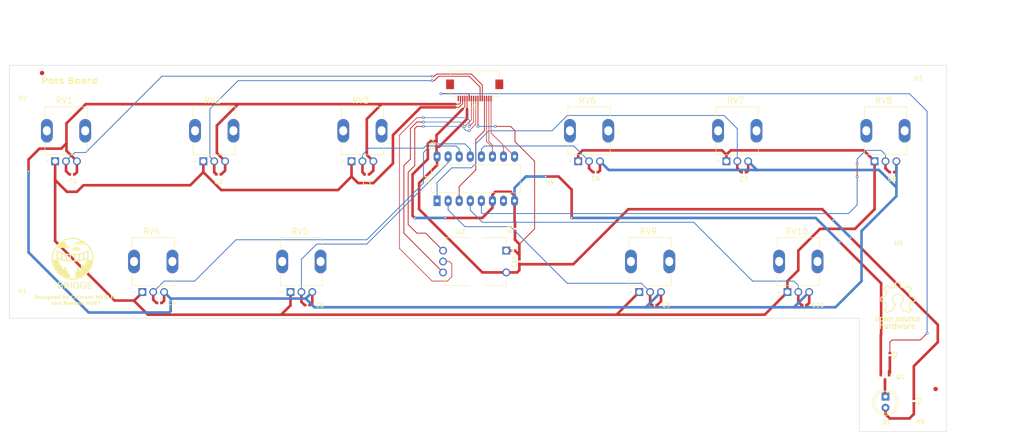
<source format=kicad_pcb>
(kicad_pcb (version 20221018) (generator pcbnew)
  (layers (0 "F.Cu" signal "Front") (1 "In1.Cu" signal) (2 "In2.Cu" signal) (31 "B.Cu" signal "Back") (34 "B.Paste" user) (35 "F.Paste" user) (36 "B.SilkS" user "B.Silkscreen") (37 "F.SilkS" user "F.Silkscreen") (38 "B.Mask" user) (39 "F.Mask" user) (44 "Edge.Cuts" user))
  (net 0 "")
  (net 1 "/POT0")
  (net 2 "GND")
  (net 3 "/POT1")
  (net 4 "/POT2")
  (net 5 "/POT3")
  (net 6 "/POT4")
  (net 7 "/POT5")
  (net 8 "/POT6")
  (net 9 "/POT7")
  (net 10 "/POT8")
  (net 11 "/POT9")
  (net 12 "+5V")
  (net 13 "/ENC_SW")
  (net 14 "Net-(D1-K)")
  (net 15 "Net-(D1-A)")
  (net 16 "/MUX_S2")
  (net 17 "/MUX_S1")
  (net 18 "/MUX_S0")
  (net 19 "/MUX_CMN_OUT")
  (net 20 "/ENC_CHA")
  (net 21 "/ENC_COM")
  (net 22 "/ENC_CHB")
  (net 23 "/BP_LED")
  (net 24 "Net-(Q1-G)")
  (net 26 "GNDA")
  (net 27 "+5VA")
  (footprint "Fiducial:Fiducial_1mm_Mask2mm" (layer "F.Cu") (at 43.5 34.75)
    (fp_text reference "REF**" hide)
    (fp_text value "Fiducial_1mm_Mask2mm")
  )
  (footprint "Capacitor_SMD:C_0402_1005Metric" (layer "F.Cu") (at 84 58)
    (fp_text reference "C2")
    (fp_text value "10n")
  )
  (footprint "R0904NB10KL-25KQ:TRIM_R0904NB10KL-25KQ" (layer "F.Cu") (at 169 48)
    (fp_text reference "RV6")
    (fp_text value "R_Potentiometer")
  )
  (footprint "Resistor_SMD:R_0402_1005Metric" (layer "F.Cu") (at 243.5 110 -90)
    (fp_text reference "R2")
    (fp_text value "1K")
  )
  (footprint "Capacitor_SMD:C_0402_1005Metric" (layer "F.Cu") (at 118 58)
    (fp_text reference "C3")
    (fp_text value "10n")
  )
  (footprint "R0904NB10KL-25KQ:TRIM_R0904NB10KL-25KQ" (layer "F.Cu") (at 49 48)
    (fp_text reference "RV1")
    (fp_text value "R_Potentiometer")
  )
  (footprint "Fiducial:Fiducial_1mm_Mask2mm" (layer "F.Cu") (at 248.5 107.25)
    (fp_text reference "REF**" hide)
    (fp_text value "Fiducial_1mm_Mask2mm")
  )
  (footprint "R0904NB10KL-25KQ:TRIM_R0904NB10KL-25KQ" (layer "F.Cu") (at 203 48)
    (fp_text reference "RV7")
    (fp_text value "R_Potentiometer")
  )
  (footprint "Resistor_SMD:R_0402_1005Metric" (layer "F.Cu") (at 152 70.5 90)
    (fp_text reference "R1")
    (fp_text value "10k")
  )
  (footprint "Capacitor_SMD:C_0402_1005Metric" (layer "F.Cu") (at 153 78 90)
    (fp_text reference "C11")
    (fp_text value "100n")
  )
  (footprint "R0904NB10KL-25KQ:TRIM_R0904NB10KL-25KQ" (layer "F.Cu") (at 69 78)
    (fp_text reference "RV4")
    (fp_text value "R_Potentiometer")
  )
  (footprint "PEC12R-4025F-S0024:ENC_PEC12R-4025F-S0024" (layer "F.Cu") (at 143 78)
    (fp_text reference "U2")
    (fp_text value "PEC12R-4025F-S0024")
  )
  (footprint "MountingHole:MountingHole_2.2mm_M2" (layer "F.Cu") (at 39 88)
    (fp_text reference "H1")
    (fp_text value "MountingHole")
  )
  (footprint "Resistor_SMD:R_0402_1005Metric" (layer "F.Cu") (at 238 99.5 -90)
    (fp_text reference "R3")
    (fp_text value "330")
  )
  (footprint "R0904NB10KL-25KQ:TRIM_R0904NB10KL-25KQ" (layer "F.Cu") (at 103 78)
    (fp_text reference "RV5")
    (fp_text value "R_Potentiometer")
  )
  (footprint "MountingHole:MountingHole_2.2mm_M2" (layer "F.Cu") (at 240 77)
    (fp_text reference "H5")
    (fp_text value "MountingHole")
  )
  (footprint "R0904NB10KL-25KQ:TRIM_R0904NB10KL-25KQ" (layer "F.Cu") (at 237 48)
    (fp_text reference "RV8")
    (fp_text value "R_Potentiometer")
  )
  (footprint "MountingHole:MountingHole_2.2mm_M2" (layer "F.Cu") (at 248 36)
    (fp_text reference "H3")
    (fp_text value "MountingHole")
  )
  (footprint "Package_TO_SOT_SMD:SOT-23" (layer "F.Cu") (at 236.875 104.5625 -90)
    (fp_text reference "Q1")
    (fp_text value "BS170F")
  )
  (footprint "Capacitor_SMD:C_0402_1005Metric" (layer "F.Cu") (at 50.3725 58)
    (fp_text reference "C1")
    (fp_text value "10n")
  )
  (footprint "MountingHole:MountingHole_2.2mm_M2" (layer "F.Cu") (at 160 63)
    (fp_text reference "H4")
    (fp_text value "MountingHole")
  )
  (footprint "R0904NB10KL-25KQ:TRIM_R0904NB10KL-25KQ" (layer "F.Cu") (at 217 78)
    (fp_text reference "RV10")
    (fp_text value "R_Potentiometer")
  )
  (footprint "Capacitor_SMD:C_0402_1005Metric" (layer "F.Cu") (at 134 51 90)
    (fp_text reference "C12")
    (fp_text value "100n")
  )
  (footprint "Package_DIP:DIP-16_W10.16mm_LongPads" (layer "F.Cu") (at 134.125 64.075 90)
    (fp_text reference "U1")
    (fp_text value "74HC4051")
  )
  (footprint "R0904NB10KL-25KQ:TRIM_R0904NB10KL-25KQ" (layer "F.Cu") (at 183 78)
    (fp_text reference "RV9")
    (fp_text value "R_Potentiometer")
  )
  (footprint "Capacitor_SMD:C_0402_1005Metric" (layer "F.Cu") (at 70.3725 87.5)
    (fp_text reference "C4")
    (fp_text value "10n")
  )
  (footprint "Capacitor_SMD:C_0402_1005Metric" (layer "F.Cu") (at 218.3725 88)
    (fp_text reference "C10")
    (fp_text value "10n")
  )
  (footprint "Capacitor_SMD:C_0402_1005Metric" (layer "F.Cu") (at 104.3725 88)
    (fp_text reference "C5")
    (fp_text value "10n")
  )
  (footprint "R0904NB10KL-25KQ:TRIM_R0904NB10KL-25KQ" (layer "F.Cu") (at 117 48)
    (fp_text reference "RV3")
    (fp_text value "R_Potentiometer" hide)
  )
  (footprint "MountingHole:MountingHole_2.2mm_M2" (layer "F.Cu") (at 248 114)
    (fp_text reference "H6")
    (fp_text value "MountingHole")
  )
  (footprint "R0904NB10KL-25KQ:TRIM_R0904NB10KL-25KQ" (layer "F.Cu") (at 83 48)
    (fp_text reference "RV2")
    (fp_text value "R_Potentiometer")
  )
  (footprint "Capacitor_SMD:C_0402_1005Metric" (layer "F.Cu") (at 184 88)
    (fp_text reference "C9")
    (fp_text value "10n")
  )
  (footprint "Capacitor_SMD:C_0402_1005Metric" (layer "F.Cu") (at 170.5 57.5)
    (fp_text reference "C6")
    (fp_text value "10n")
  )
  (footprint "MountingHole:MountingHole_2.2mm_M2" (layer "F.Cu") (at 39 36)
    (fp_text reference "H2")
    (fp_text value "MountingHole")
  )
  (footprint "Capacitor_SMD:C_0402_1005Metric" (layer "F.Cu") (at 204.5 57.5)
    (fp_text reference "C7")
    (fp_text value "10n")
  )
  (footprint "Connector_FFC-FPC:Hirose_FH12-16S-0.5SH_1x16-1MP_P0.50mm_Horizontal" (layer "F.Cu") (at 142.75 38.75 180)
    (fp_text reference "J1")
    (fp_text value "Conn_01x16_Socket")
  )
  (footprint "LED_THT:LED_D5.0mm" (layer "F.Cu") (at 237 109 -90)
    (fp_text reference "D1")
    (fp_text value "LED")
  )
  (footprint "Capacitor_SMD:C_0402_1005Metric" (layer "F.Cu") (at 238.5 57.5)
    (fp_text reference "C8")
    (fp_text value "10n")
  )
  (gr_poly (pts (xy 242.986252 90.685908) (xy 243.002058 90.687006) (xy 243.017536 90.688812) (xy 243.032701 90.691308) (xy 243.047564 90.694476) (xy 243.062139 90.698297) (xy 243.076441 90.702752) (xy 243.090481 90.707823) (xy 243.104274 90.713491) (xy 243.117832 90.719738) (xy 243.131169 90.726545) (xy 243.144298 90.733893) (xy 243.157233 90.741764) (xy 243.169986 90.750139) (xy 243.182571 90.758999) (xy 243.195002 90.768327) (xy 243.037971 90.955123) (xy 243.028588 90.948236) (xy 243.019506 90.941883) (xy 243.010673 90.936052) (xy 243.002041 90.930731) (xy 242.993558 90.925908) (xy 242.985175 90.921568) (xy 242.976842 90.917702) (xy 242.968508 90.914295) (xy 242.960124 90.911335) (xy 242.95164 90.90881) (xy 242.943004 90.906708) (xy 242.934168 90.905016) (xy 242.92508 90.903722) (xy 242.915692 90.902813) (xy 242.905952 90.902277) (xy 242.895811 90.902101) (xy 242.875954 90.902902) (xy 242.8563 90.905325) (xy 242.836998 90.909402) (xy 242.818196 90.915164) (xy 242.80903 90.918686) (xy 242.800044 90.922642) (xy 242.791257 90.927034) (xy 242.782689 90.931867) (xy 242.774357 90.937145) (xy 242.766281 90.942871) (xy 242.758478 90.94905) (xy 242.750968 90.955685) (xy 242.743769 90.962781) (xy 242.7369 90.970341) (xy 242.730378 90.978368) (xy 242.724224 90.986868) (xy 242.718455 90.995844) (xy 242.713091 91.005299) (xy 242.708149 91.015238) (xy 242.703648 91.025665) (xy 242.699607 91.036583) (xy 242.696044 91.047997) (xy 242.692979 91.05991) (xy 242.690429 91.072326) (xy 242.688413 91.08525) (xy 242.686951 91.098684) (xy 242.686059 91.112634) (xy 242.685758 91.127102) (xy 242.685758 91.774458) (xy 242.469302 91.774458) (xy 242.469302 90.698319) (xy 242.685758 90.698319) (xy 242.685758 90.812909) (xy 242.689965 90.812909) (xy 242.703036 90.797491) (xy 242.716788 90.783067) (xy 242.731201 90.769636) (xy 242.746257 90.757199) (xy 242.761936 90.745757) (xy 242.778219 90.735308) (xy 242.795088 90.725854) (xy 242.812523 90.717394) (xy 242.830505 90.709929) (xy 242.849016 90.703459) (xy 242.868035 90.697984) (xy 242.887545 90.693504) (xy 242.907526 90.690019) (xy 242.927959 90.68753) (xy 242.948825 90.686036) (xy 242.970106 90.685538)) (fill solid) (layer "F.SilkS"))
  (gr_poly (pts (xy 243.396538 92.385947) (xy 243.418496 92.38748) (xy 243.440203 92.390017) (xy 243.461628 92.393546) (xy 243.482739 92.398052) (xy 243.503504 92.403523) (xy 243.523892 92.409944) (xy 243.543869 92.417303) (xy 243.563406 92.425585) (xy 243.582469 92.434776) (xy 243.601028 92.444864) (xy 243.619049 92.455834) (xy 243.636502 92.467674) (xy 243.653354 92.480368) (xy 243.669574 92.493905) (xy 243.685129 92.50827) (xy 243.699989 92.523449) (xy 243.71412 92.539429) (xy 243.727492 92.556197) (xy 243.740072 92.573739) (xy 243.751829 92.592041) (xy 243.76273 92.611089) (xy 243.772744 92.63087) (xy 243.78184 92.651371) (xy 243.789984 92.672578) (xy 243.797146 92.694477) (xy 243.803293 92.717054) (xy 243.808395 92.740297) (xy 243.812417 92.76419) (xy 243.81533 92.788722) (xy 243.817102 92.813878) (xy 243.817699 92.839645) (xy 243.817699 93.018052) (xy 243.14735 93.018052) (xy 243.147665 93.034308) (xy 243.148601 93.050053) (xy 243.150146 93.065288) (xy 243.152288 93.080013) (xy 243.155013 93.094226) (xy 243.158311 93.107928) (xy 243.162168 93.121118) (xy 243.166572 93.133796) (xy 243.17151 93.145961) (xy 243.17697 93.157613) (xy 243.18294 93.168752) (xy 243.189407 93.179377) (xy 243.19636 93.189487) (xy 243.203784 93.199083) (xy 243.211669 93.208163) (xy 243.220001 93.216728) (xy 243.228769 93.224777) (xy 243.237959 93.23231) (xy 243.24756 93.239326) (xy 243.257559 93.245825) (xy 243.267944 93.251806) (xy 243.278701 93.257269) (xy 243.28982 93.262214) (xy 243.301287 93.26664) (xy 243.31309 93.270547) (xy 243.325216 93.273934) (xy 243.337654 93.276801) (xy 243.35039 93.279148) (xy 243.363413 93.280974) (xy 243.37671 93.282279) (xy 243.390268 93.283062) (xy 243.404075 93.283323) (xy 243.419632 93.282879) (xy 243.435296 93.281558) (xy 243.45102 93.279373) (xy 243.466757 93.27634) (xy 243.48246 93.272475) (xy 243.498082 93.267791) (xy 243.513576 93.262305) (xy 243.528896 93.256032) (xy 243.543994 93.248985) (xy 243.558823 93.241181) (xy 243.573336 93.232635) (xy 243.587487 93.22336) (xy 243.601229 93.213374) (xy 243.614514 93.20269) (xy 243.627296 93.191323) (xy 243.639528 93.179289) (xy 243.796558 93.313063) (xy 243.776294 93.335305) (xy 243.755324 93.355887) (xy 243.733684 93.37484) (xy 243.711412 93.392194) (xy 243.688545 93.407981) (xy 243.66512 93.422232) (xy 243.641173 93.434978) (xy 243.616743 93.446251) (xy 243.591867 93.45608) (xy 243.56658 93.464498) (xy 243.540921 93.471536) (xy 243.514926 93.477224) (xy 243.488633 93.481594) (xy 243.462079 93.484677) (xy 243.4353 93.486503) (xy 243.408334 93.487105) (xy 243.3666 93.485805) (xy 243.324451 93.48168) (xy 243.282316 93.474394) (xy 243.240624 93.463612) (xy 243.199804 93.448999) (xy 243.179855 93.44015) (xy 243.160284 93.430218) (xy 243.141145 93.41916) (xy 243.122493 93.406934) (xy 243.104379 93.393499) (xy 243.086859 93.378812) (xy 243.069986 93.362831) (xy 243.053812 93.345515) (xy 243.038393 93.326822) (xy 243.023781 93.306709) (xy 243.01003 93.285134) (xy 242.997193 93.262057) (xy 242.985325 93.237434) (xy 242.974478 93.211223) (xy 242.964707 93.183384) (xy 242.956065 93.153873) (xy 242.948605 93.122649) (xy 242.942381 93.089671) (xy 242.937447 93.054895) (xy 242.933857 93.01828) (xy 242.931663 92.979784) (xy 242.93092 92.939366) (xy 242.931602 92.900989) (xy 242.933616 92.86424) (xy 242.935918 92.839697) (xy 243.14735 92.839697) (xy 243.601348 92.839697) (xy 243.600507 92.824597) (xy 243.599165 92.809946) (xy 243.597331 92.795747) (xy 243.595017 92.782001) (xy 243.592231 92.768711) (xy 243.588983 92.755878) (xy 243.585283 92.743504) (xy 243.581141 92.731591) (xy 243.576566 92.720142) (xy 243.571568 92.709158) (xy 243.566157 92.698641) (xy 243.560343 92.688594) (xy 243.554135 92.679017) (xy 243.547544 92.669913) (xy 243.540578 92.661284) (xy 243.533248 92.653133) (xy 243.525563 92.64546) (xy 243.517534 92.638268) (xy 243.509169 92.631558) (xy 243.500479 92.625334) (xy 243.491473 92.619596) (xy 243.482162 92.614347) (xy 243.472554 92.609588) (xy 243.462659 92.605322) (xy 243.452488 92.601551) (xy 243.44205 92.598276) (xy 243.431355 92.5955) (xy 243.420413 92.593224) (xy 243.409232 92.59145) (xy 243.397824 92.590181) (xy 243.386198 92.589418) (xy 243.374363 92.589163) (xy 243.362522 92.589418) (xy 243.350878 92.590181) (xy 243.339443 92.59145) (xy 243.328226 92.593224) (xy 243.31724 92.5955) (xy 243.306495 92.598276) (xy 243.296002 92.601551) (xy 243.285771 92.605322) (xy 243.275814 92.609588) (xy 243.266141 92.614347) (xy 243.256764 92.619596) (xy 243.247693 92.625334) (xy 243.238939 92.631558) (xy 243.230514 92.638268) (xy 243.222427 92.64546) (xy 243.21469 92.653133) (xy 243.207313 92.661284) (xy 243.200308 92.669913) (xy 243.193686 92.679017) (xy 243.187457 92.688594) (xy 243.181632 92.698641) (xy 243.176222 92.709158) (xy 243.171238 92.720142) (xy 243.166692 92.731591) (xy 243.162592 92.743504) (xy 243.158952 92.755878) (xy 243.155781 92.768711) (xy 243.15309 92.782001) (xy 243.150891 92.795747) (xy 243.149194 92.809946) (xy 243.14801 92.824597) (xy 243.14735 92.839697) (xy 242.935918 92.839697) (xy 242.936913 92.829092) (xy 242.941446 92.795517) (xy 242.947166 92.763489) (xy 242.954025 92.732981) (xy 242.961974 92.703967) (xy 242.970967 92.676419) (xy 242.980954 92.65031) (xy 242.991888 92.625614) (xy 243.003719 92.602304) (xy 243.016401 92.580353) (xy 243.029885 92.559735) (xy 243.044122 92.540421) (xy 243.059065 92.522387) (xy 243.074665 92.505604) (xy 243.090875 92.490046) (xy 243.107645 92.475686) (xy 243.124928 92.462498) (xy 243.142676 92.450454) (xy 243.160841 92.439528) (xy 243.179374 92.429692) (xy 243.198227 92.420921) (xy 243.217352 92.413187) (xy 243.2367 92.406463) (xy 243.256225 92.400723) (xy 243.275877 92.395939) (xy 243.295608 92.392086) (xy 243.335116 92.387061) (xy 243.374363 92.385433)) (fill solid) (layer "F.SilkS"))
  (gr_poly (pts (xy 240.76006 90.685748) (xy 240.775189 90.686366) (xy 240.78993 90.687378) (xy 240.804288 90.688771) (xy 240.818268 90.690529) (xy 240.831875 90.692638) (xy 240.845114 90.695084) (xy 240.85799 90.697853) (xy 240.870508 90.700929) (xy 240.882674 90.704299) (xy 240.894491 90.707949) (xy 240.905967 90.711863) (xy 240.917104 90.716027) (xy 240.92791 90.720428) (xy 240.938388 90.72505) (xy 240.948543 90.729879) (xy 240.967908 90.740102) (xy 240.986045 90.75098) (xy 241.002994 90.762399) (xy 241.018797 90.774244) (xy 241.033493 90.786399) (xy 241.047123 90.798749) (xy 241.059729 90.811178) (xy 241.07135 90.823572) (xy 241.086294 90.840698) (xy 241.100116 90.857984) (xy 241.112838 90.875644) (xy 241.124481 90.893888) (xy 241.135067 90.912927) (xy 241.144619 90.932975) (xy 241.153157 90.954241) (xy 241.160703 90.976938) (xy 241.16728 91.001277) (xy 241.17291 91.027469) (xy 241.177613 91.055727) (xy 241.181412 91.086261) (xy 241.184329 91.119283) (xy 241.186386 91.155006) (xy 241.187604 91.193639) (xy 241.188005 91.235396) (xy 241.187604 91.277502) (xy 241.186386 91.316445) (xy 241.184329 91.352438) (xy 241.181412 91.385694) (xy 241.177613 91.416429) (xy 241.17291 91.444856) (xy 241.16728 91.471189) (xy 241.160703 91.495643) (xy 241.153157 91.518432) (xy 241.144619 91.539769) (xy 241.135067 91.559869) (xy 241.124481 91.578947) (xy 241.112838 91.597216) (xy 241.100116 91.61489) (xy 241.086294 91.632183) (xy 241.07135 91.64931) (xy 241.059729 91.661703) (xy 241.047123 91.674128) (xy 241.033493 91.686471) (xy 241.018797 91.698617) (xy 241.002994 91.710452) (xy 240.986045 91.72186) (xy 240.967908 91.732726) (xy 240.948543 91.742936) (xy 240.92791 91.752376) (xy 240.905967 91.760929) (xy 240.882674 91.768481) (xy 240.85799 91.774918) (xy 240.831875 91.780124) (xy 240.804288 91.783985) (xy 240.775189 91.786386) (xy 240.744537 91.787212) (xy 240.729026 91.787003) (xy 240.713908 91.786386) (xy 240.699177 91.785375) (xy 240.684829 91.783985) (xy 240.670858 91.78223) (xy 240.65726 91.780124) (xy 240.644029 91.777682) (xy 240.63116 91.774918) (xy 240.618648 91.771846) (xy 240.606489 91.768481) (xy 240.594677 91.764837) (xy 240.583206 91.760929) (xy 240.572073 91.75677) (xy 240.561272 91.752376) (xy 240.550798 91.74776) (xy 240.540645 91.742936) (xy 240.521286 91.732726) (xy 240.503153 91.72186) (xy 240.486207 91.710452) (xy 240.470406 91.698617) (xy 240.455711 91.686471) (xy 240.442081 91.674128) (xy 240.429476 91.661703) (xy 240.417855 91.64931) (xy 240.40291 91.632184) (xy 240.389084 91.614892) (xy 240.376357 91.59722) (xy 240.364708 91.578954) (xy 240.354114 91.55988) (xy 240.344553 91.539783) (xy 240.336006 91.518449) (xy 240.32845 91.495663) (xy 240.321863 91.471211) (xy 240.316224 91.444879) (xy 240.311512 91.416452) (xy 240.307704 91.385717) (xy 240.30478 91.352457) (xy 240.302719 91.31646) (xy 240.301497 91.277511) (xy 240.301095 91.235396) (xy 240.517551 91.235396) (xy 240.517704 91.263536) (xy 240.518177 91.289179) (xy 240.518994 91.312513) (xy 240.520174 91.333729) (xy 240.521741 91.353016) (xy 240.523715 91.370565) (xy 240.526119 91.386565) (xy 240.528974 91.401207) (xy 240.532302 91.41468) (xy 240.536126 91.427175) (xy 240.540466 91.43888) (xy 240.545344 91.449987) (xy 240.550783 91.460685) (xy 240.556804 91.471165) (xy 240.563428 91.481615) (xy 240.570679 91.492227) (xy 240.57704 91.500465) (xy 240.584208 91.508417) (xy 240.592138 91.516051) (xy 240.600787 91.523332) (xy 240.61011 91.530225) (xy 240.620063 91.536697) (xy 240.630602 91.542715) (xy 240.641683 91.548243) (xy 240.653262 91.553248) (xy 240.665294 91.557696) (xy 240.677735 91.561553) (xy 240.690542 91.564785) (xy 240.703669 91.567357) (xy 240.717074 91.569237) (xy 240.730711 91.57039) (xy 240.744537 91.570782) (xy 240.758385 91.570389) (xy 240.772039 91.569235) (xy 240.785457 91.567353) (xy 240.798594 91.564777) (xy 240.811407 91.561542) (xy 240.823852 91.557682) (xy 240.835886 91.553231) (xy 240.847466 91.548223) (xy 240.858548 91.542693) (xy 240.869089 91.536674) (xy 240.879044 91.530202) (xy 240.888371 91.52331) (xy 240.897027 91.516032) (xy 240.904967 91.508402) (xy 240.912148 91.500456) (xy 240.91544 91.496375) (xy 240.918526 91.492227) (xy 240.925775 91.481616) (xy 240.932397 91.471169) (xy 240.938412 91.460699) (xy 240.943845 91.45002) (xy 240.948715 91.438944) (xy 240.953046 91.427285) (xy 240.95686 91.414855) (xy 240.960179 91.401468) (xy 240.963024 91.386937) (xy 240.965418 91.371075) (xy 240.967384 91.353695) (xy 240.968942 91.33461) (xy 240.970116 91.313634) (xy 240.970927 91.290579) (xy 240.971549 91.237486) (xy 240.971397 91.209344) (xy 240.970927 91.183699) (xy 240.970116 91.16036) (xy 240.968942 91.139139) (xy 240.967384 91.119845) (xy 240.965418 91.102291) (xy 240.963024 91.086285) (xy 240.960179 91.071639) (xy 240.95686 91.058163) (xy 240.953046 91.045667) (xy 240.948715 91.033963) (xy 240.943845 91.022861) (xy 240.938412 91.012171) (xy 240.932397 91.001705) (xy 240.925775 90.991271) (xy 240.918526 90.980682) (xy 240.912148 90.972439) (xy 240.904967 90.964482) (xy 240.897027 90.956845) (xy 240.888371 90.949562) (xy 240.879044 90.942666) (xy 240.869089 90.936191) (xy 240.858548 90.930173) (xy 240.847466 90.924643) (xy 240.835886 90.919637) (xy 240.823852 90.915188) (xy 240.811407 90.911331) (xy 240.798594 90.908098) (xy 240.785457 90.905525) (xy 240.772039 90.903645) (xy 240.758385 90.902493) (xy 240.744537 90.902101) (xy 240.730711 90.902493) (xy 240.717074 90.903648) (xy 240.703669 90.90553) (xy 240.690542 90.908106) (xy 240.677735 90.911341) (xy 240.665294 90.915202) (xy 240.653262 90.919654) (xy 240.641683 90.924663) (xy 240.630602 90.930194) (xy 240.620063 90.936214) (xy 240.61011 90.942689) (xy 240.600787 90.949584) (xy 240.592138 90.956865) (xy 240.584208 90.964497) (xy 240.57704 90.972448) (xy 240.573756 90.976531) (xy 240.570679 90.980682) (xy 240.563428 90.991271) (xy 240.556804 91.0017) (xy 240.550783 91.012158) (xy 240.545344 91.022829) (xy 240.540466 91.0339) (xy 240.536126 91.045557) (xy 240.532302 91.057988) (xy 240.528974 91.071377) (xy 240.526119 91.085913) (xy 240.523715 91.10178) (xy 240.521741 91.119166) (xy 240.520174 91.138257) (xy 240.518994 91.159239) (xy 240.518177 91.182298) (xy 240.517551 91.235396) (xy 240.301095 91.235396) (xy 240.301497 91.19364) (xy 240.302719 91.155008) (xy 240.30478 91.119288) (xy 240.307704 91.086268) (xy 240.311512 91.055737) (xy 240.316224 91.027483) (xy 240.321863 91.001293) (xy 240.32845 90.976957) (xy 240.336006 90.954263) (xy 240.344553 90.932998) (xy 240.354114 90.912951) (xy 240.364708 90.89391) (xy 240.376357 90.875663) (xy 240.389084 90.857999) (xy 240.40291 90.840706) (xy 240.417855 90.823572) (xy 240.429476 90.811178) (xy 240.442081 90.798749) (xy 240.455711 90.786399) (xy 240.470406 90.774244) (xy 240.486207 90.762399) (xy 240.503153 90.75098) (xy 240.521286 90.740102) (xy 240.540645 90.729879) (xy 240.561272 90.720428) (xy 240.583206 90.711863) (xy 240.606489 90.704299) (xy 240.63116 90.697853) (xy 240.65726 90.692638) (xy 240.684829 90.688771) (xy 240.713908 90.686366) (xy 240.744537 90.685538)) (fill solid) (layer "F.SilkS"))
  (gr_poly (pts (xy 240.335108 82.639326) (xy 240.337389 82.639496) (xy 240.339658 82.639775) (xy 240.341913 82.640161) (xy 240.34415 82.640651) (xy 240.346365 82.641242) (xy 240.348556 82.641931) (xy 240.350718 82.642716) (xy 240.352848 82.643594) (xy 240.354944 82.644562) (xy 240.357001 82.645617) (xy 240.359016 82.646757) (xy 240.360986 82.647978) (xy 240.362908 82.649278) (xy 240.364778 82.650653) (xy 240.366593 82.652103) (xy 240.368349 82.653622) (xy 240.370043 82.655209) (xy 240.371672 82.656861) (xy 240.373232 82.658575) (xy 240.37472 82.660348) (xy 240.376132 82.662178) (xy 240.377466 82.664061) (xy 240.378717 82.665995) (xy 240.379883 82.667978) (xy 240.38096 82.670005) (xy 240.381945 82.672075) (xy 240.382834 82.674184) (xy 240.383624 82.67633) (xy 240.384311 82.67851) (xy 240.384893 82.680722) (xy 240.385365 82.682962) (xy 240.574992 83.702039) (xy 240.575471 83.704298) (xy 240.576052 83.706563) (xy 240.577509 83.711103) (xy 240.579337 83.715628) (xy 240.581512 83.720109) (xy 240.584006 83.724517) (xy 240.586796 83.728822) (xy 240.589855 83.732995) (xy 240.593159 83.737005) (xy 240.596681 83.740823) (xy 240.600396 83.744421) (xy 240.604278 83.747767) (xy 240.608303 83.750832) (xy 240.612445 83.753588) (xy 240.616678 83.756004) (xy 240.61882 83.757075) (xy 240.620976 83.75805) (xy 240.623142 83.758925) (xy 240.625315 83.759697) (xy 241.308046 84.039296) (xy 241.312285 84.041164) (xy 241.316781 84.042725) (xy 241.321495 84.04398) (xy 241.326386 84.044933) (xy 241.331415 84.045587) (xy 241.336543 84.045943) (xy 241.34173 84.046006) (xy 241.346936 84.045777) (xy 241.352123 84.045259) (xy 241.357249 84.044456) (xy 241.362276 84.043369) (xy 241.367164 84.042002) (xy 241.371874 84.040357) (xy 241.376366 84.038436) (xy 241.3806 84.036244) (xy 241.384537 84.033782) (xy 242.23557 83.449534) (xy 242.237485 83.448285) (xy 242.239457 83.447133) (xy 242.241481 83.446078) (xy 242.243554 83.445119) (xy 242.24567 83.444256) (xy 242.247827 83.443489) (xy 242.250018 83.442818) (xy 242.25224 83.442241) (xy 242.254489 83.441758) (xy 242.25676 83.44137) (xy 242.261352 83.440874) (xy 242.26598 83.440749) (xy 242.27061 83.440993) (xy 242.275208 83.441602) (xy 242.279738 83.442573) (xy 242.284167 83.443903) (xy 242.286332 83.444702) (xy 242.288459 83.445589) (xy 242.290543 83.446564) (xy 242.29258 83.447627) (xy 242.294565 83.448778) (xy 242.296495 83.450015) (xy 242.298364 83.451339) (xy 242.300169 83.452749) (xy 242.301905 83.454245) (xy 242.303567 83.455826) (xy 243.02027 84.172831) (xy 243.021849 84.174493) (xy 243.023343 84.176229) (xy 243.02475 84.178034) (xy 243.026071 84.179904) (xy 243.027305 84.181834) (xy 243.028451 84.183821) (xy 243.030481 84.187945) (xy 243.032158 84.192242) (xy 243.033479 84.196676) (xy 243.034442 84.201213) (xy 243.035044 84.205818) (xy 243.035282 84.210456) (xy 243.035154 84.215092) (xy 243.034657 84.219692) (xy 243.033788 84.224219) (xy 243.032545 84.228641) (xy 243.031782 84.230801) (xy 243.030924 84.232921) (xy 243.029972 84.234998) (xy 243.028924 84.237026) (xy 243.027781 84.239001) (xy 243.026541 84.240919) (xy 242.452739 85.077613) (xy 242.450268 85.081568) (xy 242.448076 85.085811) (xy 242.446164 85.090302) (xy 242.444535 85.095004) (xy 242.443192 85.099877) (xy 242.442136 85.104883) (xy 242.441371 85.109984) (xy 242.440899 85.115141) (xy 242.440722 85.120316) (xy 242.440843 85.125469) (xy 242.441263 85.130564) (xy 242.441986 85.13556) (xy 242.443014 85.140419) (xy 242.444349 85.145103) (xy 242.445994 85.149574) (xy 242.44795 85.153792) (xy 242.749814 85.858401) (xy 242.751539 85.862726) (xy 242.75366 85.867012) (xy 242.756147 85.871232) (xy 242.75897 85.875363) (xy 242.762098 85.879377) (xy 242.765502 85.88325) (xy 242.769152 85.886956) (xy 242.773017 85.890469) (xy 242.777069 85.893764) (xy 242.781277 85.896815) (xy 242.785611 85.899596) (xy 242.790042 85.902082) (xy 242.794539 85.904248) (xy 242.799072 85.906068) (xy 242.803612 85.907516) (xy 242.808128 85.908566) (xy 243.792986 86.09179) (xy 243.795217 86.092272) (xy 243.797421 86.092862) (xy 243.799594 86.093557) (xy 243.801734 86.094354) (xy 243.803837 86.09525) (xy 243.805901 86.09624) (xy 243.807923 86.097322) (xy 243.8099 86.098492) (xy 243.813708 86.101085) (xy 243.817302 86.103991) (xy 243.820661 86.107184) (xy 243.82376 86.110639) (xy 243.826579 86.114327) (xy 243.829094 86.118223) (xy 243.831282 86.122299) (xy 243.832247 86.124397) (xy 243.833121 86.126531) (xy 243.833903 86.128696) (xy 243.834589 86.13089) (xy 243.835176 86.133109) (xy 243.835662 86.13535) (xy 243.836044 86.13761) (xy 243.836319 86.139885) (xy 243.836484 86.142173) (xy 243.836536 86.144469) (xy 243.836404 87.158511) (xy 243.836347 87.1608) (xy 243.836177 87.163082) (xy 243.835897 87.165354) (xy 243.835511 87.167611) (xy 243.83502 87.169851) (xy 243.834427 87.172069) (xy 243.833737 87.174263) (xy 243.83295 87.17643) (xy 243.832071 87.178565) (xy 243.831102 87.180665) (xy 243.830046 87.182727) (xy 243.828905 87.184747) (xy 243.827683 87.186723) (xy 243.826382 87.18865) (xy 243.825005 87.190525) (xy 243.823556 87.192344) (xy 243.822036 87.194105) (xy 243.820449 87.195804) (xy 243.818797 87.197437) (xy 243.817084 87.199001) (xy 243.815312 87.200493) (xy 243.813484 87.201909) (xy 243.811603 87.203245) (xy 243.809671 87.204498) (xy 243.807692 87.205666) (xy 243.805669 87.206744) (xy 243.803603 87.207728) (xy 243.801499 87.208617) (xy 243.799358 87.209405) (xy 243.797184 87.21009) (xy 243.79498 87.210668) (xy 243.792748 87.211136) (xy 242.832072 87.389969) (xy 242.829811 87.390434) (xy 242.827545 87.391004) (xy 242.825278 87.391675) (xy 242.823013 87.392445) (xy 242.818505 87.394266) (xy 242.814048 87.39644) (xy 242.809673 87.398941) (xy 242.805407 87.401742) (xy 242.801279 87.404818) (xy 242.797319 87.408142) (xy 242.793555 87.411688) (xy 242.790015 87.415429) (xy 242.786729 87.419339) (xy 242.783726 87.423391) (xy 242.781033 87.427561) (xy 242.77868 87.43182) (xy 242.776695 87.436143) (xy 242.77585 87.43832) (xy 242.775108 87.440504) (xy 242.475203 88.189989) (xy 242.473349 88.19425) (xy 242.471803 88.198765) (xy 242.470562 88.203492) (xy 242.469624 88.208393) (xy 242.468985 88.213429) (xy 242.468642 88.218561) (xy 242.468592 88.22375) (xy 242.468833 88.228955) (xy 242.46936 88.23414) (xy 242.470172 88.239263) (xy 242.471264 88.244286) (xy 242.472635 88.24917) (xy 242.474281 88.253876) (xy 242.476199 88.258365) (xy 242.478385 88.262597) (xy 242.480838 88.266533) (xy 243.026541 89.062056) (xy 243.02779 89.063974) (xy 243.028941 89.065949) (xy 243.029996 89.067977) (xy 243.030955 89.070054) (xy 243.031817 89.072176) (xy 243.032584 89.074337) (xy 243.033256 89.076534) (xy 243.033833 89.078762) (xy 243.034315 89.081017) (xy 243.034704 89.083294) (xy 243.035201 89.087898) (xy 243.035326 89.092539) (xy 243.035084 89.097182) (xy 243.034477 89.101792) (xy 243.033507 89.106334) (xy 243.032179 89.110772) (xy 243.031382 89.112941) (xy 243.030496 89.115072) (xy 243.029522 89.117159) (xy 243.02846 89.119198) (xy 243.027311 89.121185) (xy 243.026075 89.123116) (xy 243.024753 89.124986) (xy 243.023344 89.12679) (xy 243.02185 89.128525) (xy 243.02027 89.130186) (xy 242.303435 89.847206) (xy 242.301784 89.848776) (xy 242.300058 89.850262) (xy 242.298263 89.851662) (xy 242.296401 89.852977) (xy 242.294479 89.854206) (xy 242.292499 89.855348) (xy 242.288386 89.857373) (xy 242.284099 89.859048) (xy 242.279671 89.86037) (xy 242.275139 89.861336) (xy 242.270537 89.861944) (xy 242.265901 89.862189) (xy 242.261266 89.862068) (xy 242.256666 89.86158) (xy 242.252138 89.86072) (xy 242.247715 89.859485) (xy 242.245555 89.858727) (xy 242.243434 89.857873) (xy 242.241358 89.856924) (xy 242.23933 89.85588) (xy 242.237355 89.85474) (xy 242.235437 89.853503) (xy 241.454281 89.317141) (xy 241.450354 89.314692) (xy 241.446147 89.312545) (xy 241.441699 89.310701) (xy 241.437049 89.30916) (xy 241.432234 89.307923) (xy 241.427293 89.30699) (xy 241.422265 89.306363) (xy 241.417187 89.306041) (xy 241.412098 89.306026) (xy 241.407036 89.306317) (xy 241.402039 89.306917) (xy 241.397146 89.307824) (xy 241.392395 89.30904) (xy 241.387825 89.310566) (xy 241.383473 89.312401) (xy 241.379378 89.314548) (xy 241.034917 89.498565) (xy 241.032856 89.499545) (xy 241.030778 89.500406) (xy 241.028686 89.50115) (xy 241.026585 89.501778) (xy 241.024477 89.502291) (xy 241.022367 89.502692) (xy 241.020257 89.50298) (xy 241.018152 89.503158) (xy 241.016055 89.503226) (xy 241.01397 89.503187) (xy 241.0119 89.503041) (xy 241.009849 89.50279) (xy 241.00782 89.502434) (xy 241.005817 89.501976) (xy 241.003844 89.501417) (xy 241.001903 89.500758) (xy 241 89.5) (xy 240.998137 89.499145) (xy 240.996318 89.498193) (xy 240.994546 89.497147) (xy 240.992826 89.496008) (xy 240.99116 89.494777) (xy 240.989552 89.493454) (xy 240.988006 89.492043) (xy 240.986526 89.490543) (xy 240.985114 89.488957) (xy 240.983776 89.487285) (xy 240.982513 89.485529) (xy 240.98133 89.48369) (xy 240.980231 89.48177) (xy 240.979218 89.479769) (xy 240.978296 89.47769) (xy 240.268048 87.760676) (xy 240.267228 87.75854) (xy 240.266516 87.756372) (xy 240.265911 87.754175) (xy 240.265413 87.751954) (xy 240.265019 87.749712) (xy 240.264729 87.747455) (xy 240.26454 87.745185) (xy 240.264452 87.742907) (xy 240.264464 87.740626) (xy 240.264573 87.738345) (xy 240.264778 87.736068) (xy 240.265078 87.733799) (xy 240.265472 87.731543) (xy 240.265958 87.729304) (xy 240.266535 87.727085) (xy 240.267202 87.724891) (xy 240.267956 87.722726) (xy 240.268797 87.720593) (xy 240.269724 87.718498) (xy 240.270734 87.716444) (xy 240.271827 87.714435) (xy 240.273001 87.712475) (xy 240.274254 87.710569) (xy 240.275586 87.70872) (xy 240.276995 87.706933) (xy 240.27848 87.705211) (xy 240.280039 87.703559) (xy 240.281671 87.701981) (xy 240.283374 87.700481) (xy 240.285147 87.699062) (xy 240.286989 87.69773) (xy 240.288898 87.696488) (xy 240.375125 87.643677) (xy 240.381329 87.639724) (xy 240.387952 87.635211) (xy 240.39487 87.630238) (xy 240.401957 87.624902) (xy 240.409091 87.619302) (xy 240.416146 87.613536) (xy 240.422998 87.607702) (xy 240.429524 87.601899) (xy 240.486592 87.562819) (xy 240.541056 87.520387) (xy 240.592766 87.474753) (xy 240.641576 87.426063) (xy 240.687334 87.374465) (xy 240.729894 87.320108) (xy 240.769106 87.263139) (xy 240.804822 87.203705) (xy 240.836892 87.141955) (xy 240.865169 87.078036) (xy 240.889504 87.012096) (xy 240.909747 86.944284) (xy 240.925751 86.874746) (xy 240.937366 86.80363) (xy 240.944445 86.731085) (xy 240.946837 86.657258) (xy 240.945378 86.599548) (xy 240.94105 86.542596) (xy 240.933921 86.486471) (xy 240.924064 86.431246) (xy 240.911547 86.37699) (xy 240.896442 86.323773) (xy 240.878819 86.271666) (xy 240.858749 86.220739) (xy 240.836301 86.171064) (xy 240.811547 86.12271) (xy 240.784556 86.075747) (xy 240.7554 86.030247) (xy 240.724148 85.98628) (xy 240.690872 85.943916) (xy 240.655641 85.903225) (xy 240.618526 85.864278) (xy 240.579597 85.827146) (xy 240.538925 85.791899) (xy 240.49658 85.758608) (xy 240.452633 85.727342) (xy 240.407155 85.698173) (xy 240.360214 85.671171) (xy 240.311883 85.646405) (xy 240.262231 85.623948) (xy 240.21133 85.603869) (xy 240.159248 85.586238) (xy 240.106057 85.571127) (xy 240.051828 85.558605) (xy 239.99663 85.548743) (xy 239.940534 85.541611) (xy 239.88361 85.537281) (xy 239.82593 85.535822) (xy 239.768249 85.537281) (xy 239.711325 85.541611) (xy 239.655228 85.548743) (xy 239.600028 85.558605) (xy 239.545797 85.571127) (xy 239.492604 85.586238) (xy 239.44052 85.603869) (xy 239.389616 85.623948) (xy 239.339961 85.646405) (xy 239.291627 85.671171) (xy 239.244683 85.698173) (xy 239.199201 85.727342) (xy 239.155251 85.758608) (xy 239.112902 85.791899) (xy 239.072227 85.827146) (xy 239.033294 85.864278) (xy 238.996176 85.903225) (xy 238.960941 85.943916) (xy 238.927661 85.98628) (xy 238.896405 86.030247) (xy 238.867246 86.075747) (xy 238.840252 86.12271) (xy 238.815495 86.171064) (xy 238.793044 86.220739) (xy 238.772971 86.271666) (xy 238.755346 86.323773) (xy 238.740238 86.37699) (xy 238.72772 86.431246) (xy 238.717861 86.486471) (xy 238.710731 86.542596) (xy 238.706402 86.599548) (xy 238.704943 86.657258) (xy 238.705545 86.694322) (xy 238.707337 86.731085) (xy 238.7103 86.767527) (xy 238.714417 86.80363) (xy 238.719669 86.839376) (xy 238.726036 86.874746) (xy 238.733501 86.909721) (xy 238.742044 86.944284) (xy 238.751648 86.978415) (xy 238.762293 87.012096) (xy 238.773961 87.04531) (xy 238.786633 87.078036) (xy 238.800291 87.110257) (xy 238.814916 87.141955) (xy 238.846991 87.203705) (xy 238.882712 87.263139) (xy 238.921927 87.320108) (xy 238.96449 87.374465) (xy 239.010249 87.426063) (xy 239.059057 87.474753) (xy 239.110765 87.520387) (xy 239.165223 87.562819) (xy 239.222283 87.601899) (xy 239.228833 87.607702) (xy 239.235703 87.613536) (xy 239.24277 87.619302) (xy 239.249912 87.624902) (xy 239.257007 87.630238) (xy 239.263932 87.635211) (xy 239.270566 87.639724) (xy 239.276787 87.643677) (xy 239.363015 87.696488) (xy 239.364936 87.69773) (xy 239.366788 87.699062) (xy 239.368571 87.700481) (xy 239.370282 87.701981) (xy 239.371921 87.703559) (xy 239.373486 87.705211) (xy 239.376389 87.70872) (xy 239.378981 87.712475) (xy 239.38125 87.716444) (xy 239.383187 87.720593) (xy 239.38478 87.724891) (xy 239.386019 87.729304) (xy 239.386892 87.733799) (xy 239.38739 87.738345) (xy 239.387501 87.742907) (xy 239.387214 87.747455) (xy 239.386919 87.749712) (xy 239.38652 87.751954) (xy 239.386016 87.754175) (xy 239.385407 87.756372) (xy 239.38469 87.75854) (xy 239.383864 87.760676) (xy 238.673564 89.477636) (xy 238.672641 89.479716) (xy 238.671628 89.481717) (xy 238.670528 89.483638) (xy 238.669343 89.485478) (xy 238.668079 89.487235) (xy 238.666738 89.488908) (xy 238.665325 89.490496) (xy 238.663842 89.491997) (xy 238.662294 89.49341) (xy 238.660684 89.494733) (xy 238.659015 89.495966) (xy 238.657292 89.497107) (xy 238.655518 89.498154) (xy 238.653697 89.499107) (xy 238.651832 89.499963) (xy 238.649926 89.500721) (xy 238.647984 89.501381) (xy 238.64601 89.501941) (xy 238.644006 89.502399) (xy 238.641976 89.502753) (xy 238.639924 89.503004) (xy 238.637854 89.503149) (xy 238.63577 89.503187) (xy 238.633674 89.503116) (xy 238.63157 89.502936) (xy 238.629463 89.502644) (xy 238.627356 89.50224) (xy 238.625252 89.501722) (xy 238.623155 89.501089) (xy 238.621069 89.50034) (xy 238.618997 89.499472) (xy 238.616943 89.498486) (xy 238.272455 89.314495) (xy 238.268374 89.312349) (xy 238.264032 89.310515) (xy 238.25947 89.308992) (xy 238.254724 89.307778) (xy 238.249835 89.306873) (xy 238.244841 89.306277) (xy 238.239779 89.305988) (xy 238.234689 89.306005) (xy 238.22961 89.306327) (xy 238.224579 89.306954) (xy 238.219635 89.307885) (xy 238.214818 89.309118) (xy 238.210165 89.310653) (xy 238.205715 89.312489) (xy 238.201506 89.314625) (xy 238.197578 89.317061) (xy 237.416475 89.853424) (xy 237.414553 89.854663) (xy 237.412574 89.855806) (xy 237.410542 89.856852) (xy 237.408463 89.857803) (xy 237.40634 89.858658) (xy 237.404177 89.859418) (xy 237.40198 89.860084) (xy 237.399752 89.860656) (xy 237.397497 89.861133) (xy 237.395221 89.861518) (xy 237.390621 89.862008) (xy 237.385985 89.862129) (xy 237.381349 89.861884) (xy 237.376747 89.861277) (xy 237.372214 89.86031) (xy 237.367786 89.858986) (xy 237.365621 89.858191) (xy 237.363496 89.857309) (xy 237.361414 89.856338) (xy 237.35938 89.855281) (xy 237.357399 89.854137) (xy 237.355473 89.852906) (xy 237.353609 89.851589) (xy 237.35181 89.850187) (xy 237.35008 89.8487) (xy 237.348425 89.847127) (xy 236.631594 89.130133) (xy 236.630019 89.12847) (xy 236.628529 89.126733) (xy 236.627124 89.124927) (xy 236.625805 89.123055) (xy 236.624572 89.121124) (xy 236.623426 89.119135) (xy 236.621395 89.115007) (xy 236.619714 89.110706) (xy 236.618388 89.106268) (xy 236.617419 89.101726) (xy 236.616811 89.097116) (xy 236.616566 89.092473) (xy 236.616688 89.087832) (xy 236.617181 89.083227) (xy 236.618046 89.078694) (xy 236.619288 89.074267) (xy 236.620051 89.072105) (xy 236.620909 89.069982) (xy 236.621863 89.067904) (xy 236.622913 89.065874) (xy 236.624059 89.063896) (xy 236.625302 89.061976) (xy 237.170961 88.26648) (xy 237.173433 88.262539) (xy 237.175636 88.258304) (xy 237.177567 88.253814) (xy 237.179223 88.249106) (xy 237.180601 88.244222) (xy 237.181699 88.239198) (xy 237.182513 88.234076) (xy 237.183042 88.228893) (xy 237.183282 88.223688) (xy 237.183231 88.218501) (xy 237.182886 88.213371) (xy 237.182244 88.208337) (xy 237.181302 88.203437) (xy 237.180059 88.198711) (xy 237.17851 88.194198) (xy 237.176654 88.189936) (xy 236.876744 87.440451) (xy 236.876005 87.438265) (xy 236.875163 87.436086) (xy 236.87318 87.431758) (xy 236.870825 87.427496) (xy 236.868128 87.423324) (xy 236.865116 87.419269) (xy 236.861821 87.415357) (xy 236.858271 87.411615) (xy 236.854496 87.408069) (xy 236.850524 87.404746) (xy 236.846387 87.401671) (xy 236.842112 87.398871) (xy 236.837729 87.396372) (xy 236.833268 87.394201) (xy 236.828759 87.392383) (xy 236.82423 87.390946) (xy 236.821967 87.390378) (xy 236.81971 87.389916) (xy 235.859056 87.211057) (xy 235.856817 87.210591) (xy 235.854606 87.210015) (xy 235.852427 87.209332) (xy 235.850282 87.208546) (xy 235.848173 87.20766) (xy 235.846104 87.206677) (xy 235.844078 87.2056) (xy 235.842096 87.204435) (xy 235.840163 87.203182) (xy 235.838281 87.201847) (xy 235.834679 87.198942) (xy 235.831315 87.195746) (xy 235.828209 87.192288) (xy 235.825386 87.188594) (xy 235.822866 87.184693) (xy 235.820672 87.180611) (xy 235.818827 87.176376) (xy 235.818042 87.17421) (xy 235.817353 87.172016) (xy 235.816762 87.169798) (xy 235.816272 87.167558) (xy 235.815887 87.165301) (xy 235.815608 87.163029) (xy 235.815438 87.160747) (xy 235.815381 87.158458) (xy 235.815332 86.303298) (xy 236.031056 86.303298) (xy 236.031117 87.047624) (xy 236.858533 87.201665) (xy 236.870142 87.204168) (xy 236.881239 87.206975) (xy 236.891851 87.210073) (xy 236.902003 87.213448) (xy 236.911722 87.217085) (xy 236.921034 87.22097) (xy 236.929966 87.225091) (xy 236.938542 87.229433) (xy 236.94679 87.233981) (xy 236.954736 87.238723) (xy 236.962405 87.243645) (xy 236.969824 87.248731) (xy 236.97702 87.25397) (xy 236.984017 87.259346) (xy 236.990843 87.264846) (xy 236.997524 87.270456) (xy 237.009164 87.28153) (xy 237.014858 87.287279) (xy 237.020457 87.293197) (xy 237.025953 87.299306) (xy 237.03134 87.305628) (xy 237.036608 87.312183) (xy 237.041751 87.318994) (xy 237.04676 87.326081) (xy 237.051629 87.333466) (xy 237.056348 87.341171) (xy 237.060911 87.349216) (xy 237.06531 87.357623) (xy 237.069537 87.366414) (xy 237.073584 87.37561) (xy 237.077443 87.385232) (xy 237.375729 88.130961) (xy 237.379007 88.138951) (xy 237.381974 88.146811) (xy 237.384644 88.154547) (xy 237.387032 88.162163) (xy 237.389152 88.169665) (xy 237.39102 88.177056) (xy 237.39265 88.184343) (xy 237.394055 88.19153) (xy 237.395251 88.198622) (xy 237.396253 88.205625) (xy 237.397074 88.212542) (xy 237.39773 88.219379) (xy 237.398602 88.232834) (xy 237.398986 88.246028) (xy 237.3981 88.266144) (xy 237.397299 88.276158) (xy 237.396215 88.286167) (xy 237.394813 88.296189) (xy 237.393059 88.306242) (xy 237.390921 88.316344) (xy 237.388363 88.326514) (xy 237.385353 88.336769) (xy 237.381857 88.347128) (xy 237.37784 88.357609) (xy 237.373269 88.36823) (xy 237.36811 88.37901) (xy 237.362329 88.389965) (xy 237.355893 88.401115) (xy 237.348768 88.412477) (xy 236.879381 89.096928) (xy 237.405627 89.62321) (xy 238.075235 89.163391) (xy 238.086157 89.156429) (xy 238.096935 89.150127) (xy 238.107575 89.144455) (xy 238.118087 89.139382) (xy 238.128481 89.134877) (xy 238.138764 89.130911) (xy 238.148946 89.127453) (xy 238.159035 89.124471) (xy 238.16904 89.121936) (xy 238.178971 89.119817) (xy 238.188836 89.118083) (xy 238.198643 89.116704) (xy 238.208402 89.115649) (xy 238.218122 89.114888) (xy 238.22781 89.114391) (xy 238.237477 89.114126) (xy 238.2533 89.114611) (xy 238.261325 89.115129) (xy 238.26943 89.115856) (xy 238.277619 89.116813) (xy 238.285895 89.118019) (xy 238.294261 89.119494) (xy 238.30272 89.121259) (xy 238.311276 89.123333) (xy 238.319931 89.125736) (xy 238.328689 89.128488) (xy 238.337553 89.131609) (xy 238.346527 89.135118) (xy 238.355612 89.139036) (xy 238.364814 89.143383) (xy 238.374135 89.148177) (xy 238.548045 89.241126) (xy 239.131743 87.829785) (xy 239.126483 87.825931) (xy 239.121328 87.822061) (xy 239.116264 87.818171) (xy 239.111274 87.814251) (xy 239.106342 87.810295) (xy 239.101452 87.806296) (xy 239.091737 87.798141) (xy 239.02526 87.751462) (xy 238.961822 87.700888) (xy 238.901596 87.646592) (xy 238.844753 87.588749) (xy 238.791468 87.527531) (xy 238.74191 87.463114) (xy 238.696253 87.39567) (xy 238.654669 87.325374) (xy 238.61733 87.252399) (xy 238.584408 87.176919) (xy 238.556076 87.099109) (xy 238.532505 87.019141) (xy 238.513868 86.93719) (xy 238.500337 86.85343) (xy 238.492084 86.768034) (xy 238.489281 86.681176) (xy 238.491042 86.612353) (xy 238.496222 86.544435) (xy 238.504739 86.477506) (xy 238.516508 86.41165) (xy 238.531445 86.346951) (xy 238.549467 86.283492) (xy 238.57049 86.221358) (xy 238.59443 86.160632) (xy 238.621203 86.101398) (xy 238.650725 86.043741) (xy 238.682912 85.987744) (xy 238.71768 85.933491) (xy 238.754946 85.881066) (xy 238.794626 85.830553) (xy 238.836636 85.782036) (xy 238.880891 85.735598) (xy 238.927308 85.691324) (xy 238.975804 85.649298) (xy 239.026294 85.609604) (xy 239.078694 85.572324) (xy 239.132921 85.537544) (xy 239.188891 85.505347) (xy 239.246519 85.475818) (xy 239.305723 85.449039) (xy 239.366417 85.425096) (xy 239.428519 85.404071) (xy 239.491943 85.386049) (xy 239.556608 85.371114) (xy 239.622428 85.359349) (xy 239.68932 85.35084) (xy 239.757199 85.345668) (xy 239.825983 85.343919) (xy 239.894771 85.345668) (xy 239.962654 85.35084) (xy 240.02955 85.359349) (xy 240.095372 85.371114) (xy 240.160039 85.386049) (xy 240.223466 85.404071) (xy 240.285568 85.425096) (xy 240.346263 85.449039) (xy 240.405467 85.475818) (xy 240.463095 85.505347) (xy 240.519063 85.537544) (xy 240.573289 85.572324) (xy 240.625687 85.609604) (xy 240.676174 85.649298) (xy 240.724667 85.691324) (xy 240.771081 85.735598) (xy 240.815332 85.782036) (xy 240.857337 85.830553) (xy 240.897012 85.881066) (xy 240.934273 85.933491) (xy 240.969036 85.987744) (xy 241.001217 86.043741) (xy 241.030732 86.101398) (xy 241.057498 86.160632) (xy 241.081431 86.221358) (xy 241.102446 86.283492) (xy 241.12046 86.346951) (xy 241.135389 86.41165) (xy 241.147149 86.477506) (xy 241.155657 86.544435) (xy 241.160828 86.612353) (xy 241.162579 86.681176) (xy 241.161879 86.724777) (xy 241.159794 86.768035) (xy 241.156346 86.810927) (xy 241.151556 86.853433) (xy 241.145446 86.89553) (xy 241.138037 86.937197) (xy 241.129351 86.978412) (xy 241.119409 87.019153) (xy 241.108233 87.059398) (xy 241.095845 87.099126) (xy 241.067518 87.176943) (xy 241.0346 87.252429) (xy 240.997263 87.32541) (xy 240.955681 87.395712) (xy 240.910026 87.463161) (xy 240.860471 87.527584) (xy 240.807188 87.588804) (xy 240.750349 87.64665) (xy 240.690128 87.700946) (xy 240.626696 87.751519) (xy 240.560227 87.798194) (xy 240.550446 87.80639) (xy 240.545535 87.810406) (xy 240.540592 87.814373) (xy 240.535604 87.818295) (xy 240.530555 87.822177) (xy 240.525433 87.826024) (xy 240.520223 87.829838) (xy 241.103973 89.241126) (xy 241.277963 89.148177) (xy 241.287146 89.143444) (xy 241.296212 89.139145) (xy 241.305169 89.135261) (xy 241.314022 89.131773) (xy 241.322778 89.128663) (xy 241.331441 89.125913) (xy 241.340018 89.123504) (xy 241.348514 89.121418) (xy 241.356936 89.119636) (xy 241.36529 89.11814) (xy 241.373581 89.116911) (xy 241.381815 89.11593) (xy 241.389999 89.11518) (xy 241.398137 89.114642) (xy 241.414303 89.114126) (xy 241.423872 89.11438) (xy 241.433485 89.114867) (xy 241.443147 89.115617) (xy 241.452866 89.116659) (xy 241.462649 89.118025) (xy 241.472502 89.119746) (xy 241.482431 89.121851) (xy 241.492444 89.124372) (xy 241.502548 89.127338) (xy 241.512748 89.130781) (xy 241.523052 89.134731) (xy 241.533466 89.139218) (xy 241.543997 89.144273) (xy 241.554652 89.149927) (xy 241.565438 89.15621) (xy 241.57636 89.163153) (xy 242.24639 89.62321) (xy 242.772542 89.096928) (xy 242.303197 88.412715) (xy 242.29601 88.401326) (xy 242.289525 88.390147) (xy 242.283708 88.379161) (xy 242.278524 88.368349) (xy 242.273937 88.357696) (xy 242.269912 88.347184) (xy 242.266415 88.336796) (xy 242.26341 88.326514) (xy 242.260862 88.316321) (xy 242.258736 88.306201) (xy 242.256997 88.296135) (xy 242.255609 88.286107) (xy 242.254538 88.2761) (xy 242.253749 88.266096) (xy 242.253205 88.256077) (xy 242.252873 88.246028) (xy 242.253205 88.233106) (xy 242.254009 88.219848) (xy 242.255419 88.20621) (xy 242.256394 88.199234) (xy 242.25757 88.192145) (xy 242.258964 88.184939) (xy 242.260593 88.17761) (xy 242.262474 88.170151) (xy 242.264623 88.162558) (xy 242.267057 88.154824) (xy 242.269793 88.146943) (xy 242.272847 88.138912) (xy 242.276236 88.130722) (xy 242.574051 87.386608) (xy 242.577889 87.376928) (xy 242.581916 87.36767) (xy 242.586125 87.358813) (xy 242.590509 87.350336) (xy 242.595061 87.342217) (xy 242.599773 87.334438) (xy 242.604639 87.326976) (xy 242.60965 87.319811) (xy 242.614801 87.312922) (xy 242.620084 87.306289) (xy 242.625491 87.29989) (xy 242.631015 87.293706) (xy 242.636649 87.287715) (xy 242.642386 87.281896) (xy 242.648219 87.27623) (xy 242.654141 87.270694) (xy 242.667603 87.259534) (xy 242.674592 87.254133) (xy 242.681785 87.24887) (xy 242.689206 87.24376) (xy 242.696879 87.238817) (xy 242.704828 87.234055) (xy 242.713076 87.229489) (xy 242.721648 87.225132) (xy 242.730568 87.221) (xy 242.73986 87.217107) (xy 242.749547 87.213466) (xy 242.759653 87.210093) (xy 242.770203 87.207) (xy 242.78122 87.204204) (xy 242.792729 87.201717) (xy 243.620796 87.047571) (xy 243.620796 86.303298) (xy 242.768387 86.144707) (xy 242.757035 86.142212) (xy 242.746188 86.139437) (xy 242.73582 86.136396) (xy 242.725902 86.1331) (xy 242.716409 86.129561) (xy 242.707313 86.125791) (xy 242.698588 86.121804) (xy 242.690206 86.11761) (xy 242.682141 86.113223) (xy 242.674366 86.108654) (xy 242.666853 86.103916) (xy 242.659576 86.09902) (xy 242.652507 86.09398) (xy 242.645621 86.088807) (xy 242.638889 86.083513) (xy 242.632286 86.078111) (xy 242.620704 86.067478) (xy 242.615031 86.06196) (xy 242.609446 86.056279) (xy 242.603954 86.050413) (xy 242.598562 86.044341) (xy 242.593275 86.03804) (xy 242.5881 86.031488) (xy 242.583043 86.024665) (xy 242.57811 86.017548) (xy 242.573306 86.010116) (xy 242.568639 86.002347) (xy 242.564115 85.994218) (xy 242.559738 85.985709) (xy 242.555517 85.976798) (xy 242.551456 85.967463) (xy 242.551403 85.967463) (xy 242.249566 85.262874) (xy 242.246183 85.254977) (xy 242.243102 85.247171) (xy 242.240309 85.239453) (xy 242.237794 85.231816) (xy 242.235543 85.224257) (xy 242.233546 85.216771) (xy 242.231789 85.209351) (xy 242.230261 85.201995) (xy 242.22895 85.194696) (xy 242.227843 85.187449) (xy 242.22693 85.180251) (xy 242.226196 85.173095) (xy 242.225631 85.165977) (xy 242.225223 85.158892) (xy 242.224827 85.144802) (xy 242.225683 85.124992) (xy 242.226461 85.115065) (xy 242.227521 85.105109) (xy 242.228896 85.095114) (xy 242.230621 85.085069) (xy 242.232731 85.074964) (xy 242.235262 85.064788) (xy 242.238247 85.05453) (xy 242.241722 85.04418) (xy 242.245722 85.033728) (xy 242.250281 85.023162) (xy 242.255434 85.012473) (xy 242.261216 85.00165) (xy 242.267662 84.990682) (xy 242.274807 84.979559) (xy 242.772357 84.254164) (xy 242.246285 83.727752) (xy 241.506272 84.235884) (xy 241.494822 84.243057) (xy 241.483599 84.249519) (xy 241.472583 84.255307) (xy 241.461758 84.260457) (xy 241.451104 84.265007) (xy 241.440605 84.268991) (xy 241.430241 84.272447) (xy 241.419995 84.275412) (xy 241.409848 84.277921) (xy 241.399783 84.280012) (xy 241.389781 84.28172) (xy 241.379824 84.283083) (xy 241.369894 84.284138) (xy 241.359974 84.284919) (xy 241.340087 84.285811) (xy 241.326776 84.285426) (xy 241.313313 84.284556) (xy 241.299634 84.283086) (xy 241.292693 84.28209) (xy 241.285675 84.280902) (xy 241.278572 84.279506) (xy 241.271375 84.277889) (xy 241.264077 84.276036) (xy 241.256669 84.273933) (xy 241.249144 84.271566) (xy 241.241494 84.26892) (xy 241.233711 84.26598) (xy 241.225787 84.262734) (xy 240.545438 83.984096) (xy 240.535706 83.980104) (xy 240.526419 83.975932) (xy 240.517553 83.971589) (xy 240.509087 83.96708) (xy 240.500998 83.962414) (xy 240.493264 83.957597) (xy 240.485862 83.952637) (xy 240.478769 83.947542) (xy 240.471964 83.942318) (xy 240.465423 83.936973) (xy 240.459124 83.931513) (xy 240.453045 83.925948) (xy 240.447163 83.920282) (xy 240.441456 83.914525) (xy 240.435901 83.908683) (xy 240.430476 83.902763) (xy 240.41962 83.889387) (xy 240.414372 83.882471) (xy 240.409259 83.875366) (xy 240.404294 83.868045) (xy 240.399489 83.860481) (xy 240.394854 83.852646) (xy 240.390402 83.844513) (xy 240.386144 83.836056) (xy 240.382092 83.827245) (xy 240.378258 83.818055) (xy 240.374654 83.808458) (xy 240.371292 83.798426) (xy 240.368182 83.787933) (xy 240.365337 83.776951) (xy 240.362769 83.765452) (xy 240.197907 82.87901) (xy 239.453952 82.87901) (xy 239.288958 83.766291) (xy 239.286442 83.77759) (xy 239.283642 83.788402) (xy 239.280572 83.798749) (xy 239.277244 83.808659) (xy 239.273669 83.818157) (xy 239.269859 83.827268) (xy 239.265827 83.836018) (xy 239.261583 83.844431) (xy 239.257142 83.852535) (xy 239.252513 83.860353) (xy 239.247709 83.867912) (xy 239.242743 83.875237) (xy 239.237626 83.882353) (xy 239.23237 83.889286) (xy 239.226987 83.896061) (xy 239.221489 83.902705) (xy 239.21059 83.914387) (xy 239.204918 83.920112) (xy 239.199069 83.925749) (xy 239.193022 83.931291) (xy 239.186755 83.936729) (xy 239.180246 83.942057) (xy 239.173474 83.947265) (xy 239.166417 83.952348) (xy 239.159055 83.957296) (xy 239.151364 83.962102) (xy 239.143325 83.966759) (xy 239.134914 83.971259) (xy 239.126111 83.975593) (xy 239.116894 83.979755) (xy 239.107242 83.983736) (xy 238.427025 84.262255) (xy 238.419008 84.265566) (xy 238.411125 84.268562) (xy 238.403371 84.271258) (xy 238.395739 84.273669) (xy 238.388225 84.275809) (xy 238.380822 84.277692) (xy 238.373524 84.279333) (xy 238.366326 84.280746) (xy 238.359222 84.281945) (xy 238.352206 84.282945) (xy 238.345273 84.28376) (xy 238.338416 84.284405) (xy 238.32491 84.285242) (xy 238.31164 84.28557) (xy 238.291619 84.284733) (xy 238.281661 84.283969) (xy 238.27171 84.282927) (xy 238.261746 84.281572) (xy 238.251749 84.279866) (xy 238.241699 84.277775) (xy 238.231574 84.275261) (xy 238.221354 84.27229) (xy 238.21102 84.268824) (xy 238.20055 84.264829) (xy 238.189925 84.260268) (xy 238.179123 84.255104) (xy 238.168124 84.249303) (xy 238.156908 84.242828) (xy 238.145455 84.235643) (xy 237.40568 83.727693) (xy 236.879559 84.254045) (xy 237.377767 84.980278) (xy 237.384772 84.991544) (xy 237.391094 85.002606) (xy 237.396769 85.01348) (xy 237.401829 85.024181) (xy 237.406308 85.034723) (xy 237.410239 85.045124) (xy 237.413657 85.055397) (xy 237.416594 85.065559) (xy 237.419085 85.075625) (xy 237.421164 85.08561) (xy 237.422863 85.095529) (xy 237.424216 85.105399) (xy 237.425258 85.115233) (xy 237.426021 85.125048) (xy 237.426539 85.13486) (xy 237.426847 85.144683) (xy 237.426441 85.159122) (xy 237.425428 85.173702) (xy 237.42466 85.18106) (xy 237.4237 85.18847) (xy 237.422534 85.195938) (xy 237.421149 85.20347) (xy 237.41953 85.211071) (xy 237.417666 85.218748) (xy 237.415542 85.226506) (xy 237.413144 85.23435) (xy 237.410459 85.242287) (xy 237.407474 85.250322) (xy 237.404174 85.25846) (xy 237.400548 85.266708) (xy 237.100388 85.967357) (xy 237.100269 85.967304) (xy 237.096231 85.976626) (xy 237.092029 85.985527) (xy 237.087671 85.994028) (xy 237.083161 86.00215) (xy 237.078508 86.009916) (xy 237.073716 86.017346) (xy 237.068793 86.024463) (xy 237.063745 86.031287) (xy 237.058579 86.03784) (xy 237.0533 86.044143) (xy 237.047916 86.050218) (xy 237.042432 86.056087) (xy 237.036854 86.061771) (xy 237.031191 86.067291) (xy 237.025447 86.072669) (xy 237.019629 86.077926) (xy 237.006239 86.088658) (xy 236.999319 86.093845) (xy 236.992215 86.098898) (xy 236.984902 86.103804) (xy 236.977352 86.10855) (xy 236.969541 86.113124) (xy 236.961443 86.117514) (xy 236.953031 86.121708) (xy 236.944281 86.125692) (xy 236.935165 86.129455) (xy 236.92566 86.132985) (xy 236.915738 86.136269) (xy 236.905373 86.139294) (xy 236.894541 86.14205) (xy 236.883216 86.144522) (xy 236.031056 86.303298) (xy 235.815332 86.303298) (xy 235.815323 86.144389) (xy 235.81538 86.1421) (xy 235.815549 86.13982) (xy 235.815827 86.137551) (xy 235.816212 86.135297) (xy 235.8167 86.133061) (xy 235.81729 86.130847) (xy 235.817977 86.128658) (xy 235.81876 86.126497) (xy 235.819636 86.124368) (xy 235.820601 86.122274) (xy 235.821654 86.120218) (xy 235.822791 86.118203) (xy 235.82401 86.116234) (xy 235.825307 86.114313) (xy 235.826681 86.112443) (xy 235.828128 86.110629) (xy 235.829646 86.108872) (xy 235.831231 86.107178) (xy 235.832881 86.105548) (xy 235.834594 86.103987) (xy 235.836366 86.102497) (xy 235.838195 86.101082) (xy 235.840077 86.099746) (xy 235.842011 86.098491) (xy 235.843994 86.097321) (xy 235.846022 86.096239) (xy 235.848093 86.095249) (xy 235.850204 86.094354) (xy 235.852353 86.093557) (xy 235.854536 86.092862) (xy 235.856751 86.092272) (xy 235.858995 86.09179) (xy 236.843795 85.908566) (xy 236.846059 85.908092) (xy 236.84833 85.907516) (xy 236.852885 85.906068) (xy 236.857429 85.904248) (xy 236.861934 85.902082) (xy 236.866369 85.899596) (xy 236.870705 85.896815) (xy 236.874912 85.893764) (xy 236.878961 85.890469) (xy 236.882822 85.886956) (xy 236.886464 85.88325) (xy 236.88986 85.879377) (xy 236.892978 85.875363) (xy 236.895789 85.871232) (xy 236.898264 85.867012) (xy 236.900373 85.862726) (xy 236.90128 85.860567) (xy 236.902086 85.858401) (xy 237.204031 85.153792) (xy 237.205975 85.149574) (xy 237.20761 85.145103) (xy 237.208936 85.140419) (xy 237.209956 85.13556) (xy 237.210674 85.130564) (xy 237.211091 85.125469) (xy 237.21121 85.120316) (xy 237.211034 85.115141) (xy 237.210566 85.109984) (xy 237.209807 85.104883) (xy 237.20876 85.099877) (xy 237.207428 85.095004) (xy 237.205814 85.090302) (xy 237.203919 85.085811) (xy 237.201747 85.081568) (xy 237.1993 85.077613) (xy 236.625421 84.240919) (xy 236.624173 84.239001) (xy 236.623022 84.237026) (xy 236.621968 84.234998) (xy 236.621011 84.232921) (xy 236.62015 84.230801) (xy 236.619385 84.228641) (xy 236.618715 84.226446) (xy 236.618141 84.224219) (xy 236.61766 84.221967) (xy 236.617274 84.219692) (xy 236.616782 84.215092) (xy 236.616661 84.210456) (xy 236.616908 84.205818) (xy 236.61752 84.201213) (xy 236.618492 84.196676) (xy 236.619822 84.192242) (xy 236.620619 84.190074) (xy 236.621505 84.187945) (xy 236.622479 84.185859) (xy 236.62354 84.183821) (xy 236.624688 84.181834) (xy 236.625922 84.179904) (xy 236.627242 84.178034) (xy 236.628647 84.176229) (xy 236.630138 84.174493) (xy 236.631713 84.172831) (xy 237.348477 83.455826) (xy 237.350133 83.454245) (xy 237.351863 83.452749) (xy 237.353662 83.451339) (xy 237.355526 83.450015) (xy 237.357452 83.448778) (xy 237.359433 83.447627) (xy 237.363549 83.445589) (xy 237.367839 83.443903) (xy 237.372267 83.442573) (xy 237.3768 83.441602) (xy 237.381401 83.440993) (xy 237.386038 83.440749) (xy 237.390674 83.440874) (xy 237.395274 83.44137) (xy 237.399804 83.442241) (xy 237.40423 83.443489) (xy 237.406392 83.444256) (xy 237.408516 83.445119) (xy 237.410595 83.446078) (xy 237.412627 83.447133) (xy 237.414606 83.448285) (xy 237.416528 83.449534) (xy 238.267481 84.033782) (xy 238.271409 84.036244) (xy 238.275635 84.038436) (xy 238.28012 84.040357) (xy 238.284825 84.042002) (xy 238.289709 84.043369) (xy 238.294734 84.044456) (xy 238.299859 84.045259) (xy 238.305045 84.045777) (xy 238.310254 84.046006) (xy 238.315444 84.045943) (xy 238.320577 84.045587) (xy 238.325613 84.044933) (xy 238.330513 84.04398) (xy 238.335237 84.042725) (xy 238.339745 84.041164) (xy 238.343999 84.039296) (xy 239.026783 83.759697) (xy 239.03113 83.75805) (xy 239.035435 83.756004) (xy 239.039673 83.753588) (xy 239.043817 83.750832) (xy 239.047843 83.747767) (xy 239.051725 83.744421) (xy 239.055439 83.740823) (xy 239.058959 83.737005) (xy 239.062259 83.732995) (xy 239.065316 83.728822) (xy 239.068102 83.724517) (xy 239.070594 83.720109) (xy 239.072765 83.715628) (xy 239.074591 83.711103) (xy 239.076046 83.706563) (xy 239.077106 83.702039) (xy 239.26668 82.682962) (xy 239.26715 82.680722) (xy 239.267729 82.67851) (xy 239.268415 82.67633) (xy 239.269202 82.674184) (xy 239.270089 82.672075) (xy 239.271072 82.670005) (xy 239.272147 82.667978) (xy 239.273312 82.665995) (xy 239.274561 82.664061) (xy 239.275893 82.662178) (xy 239.27879 82.658575) (xy 239.281976 82.655209) (xy 239.285422 82.652103) (xy 239.289103 82.649278) (xy 239.292991 82.646757) (xy 239.297058 82.644562) (xy 239.299151 82.643594) (xy 239.301279 82.642716) (xy 239.303438 82.641931) (xy 239.305625 82.641242) (xy 239.307837 82.640651) (xy 239.31007 82.640161) (xy 239.312321 82.639775) (xy 239.314586 82.639496) (xy 239.316863 82.639326) (xy 239.319147 82.639269) (xy 240.332819 82.639269)) (fill solid) (layer "F.SilkS"))
  (gr_poly (pts (xy 241.564523 92.3865) (xy 241.611165 92.389784) (xy 241.655579 92.395413) (xy 241.676904 92.399147) (xy 241.697617 92.403514) (xy 241.717699 92.408532) (xy 241.737133 92.414215) (xy 241.755899 92.42058) (xy 241.77398 92.427643) (xy 241.791358 92.435419) (xy 241.808013 92.443925) (xy 241.823928 92.453176) (xy 241.839085 92.463188) (xy 241.853464 92.473977) (xy 241.867049 92.48556) (xy 241.87982 92.497951) (xy 241.89176 92.511168) (xy 241.902849 92.525225) (xy 241.91307 92.540138) (xy 241.922405 92.555925) (xy 241.930834 92.5726) (xy 241.93834 92.590179) (xy 241.944905 92.608679) (xy 241.95051 92.628115) (xy 241.955137 92.648503) (xy 241.958768 92.66986) (xy 241.961384 92.6922) (xy 241.962967 92.71554) (xy 241.963499 92.739896) (xy 241.963499 93.474353) (xy 241.747043 93.474353) (xy 241.74699 93.378812) (xy 241.742783 93.378812) (xy 241.73407 93.392284) (xy 241.724596 93.404818) (xy 241.7143 93.416423) (xy 241.703121 93.427109) (xy 241.690995 93.436885) (xy 241.677863 93.44576) (xy 241.66366 93.453745) (xy 241.648327 93.460849) (xy 241.6318 93.467081) (xy 241.614019 93.472451) (xy 241.594921 93.476969) (xy 241.574444 93.480643) (xy 241.552526 93.483485) (xy 241.529106 93.485503) (xy 241.504122 93.486706) (xy 241.477512 93.487105) (xy 241.455327 93.486692) (xy 241.433734 93.485463) (xy 241.41274 93.483436) (xy 241.392352 93.48063) (xy 241.372578 93.477062) (xy 241.353425 93.47275) (xy 241.3349 93.467712) (xy 241.317011 93.461966) (xy 241.299766 93.455529) (xy 241.283171 93.44842) (xy 241.267235 93.440657) (xy 241.251964 93.432256) (xy 241.237365 93.423237) (xy 241.223447 93.413617) (xy 241.210217 93.403414) (xy 241.197682 93.392646) (xy 241.185849 93.381331) (xy 241.174726 93.369486) (xy 241.16432 93.357129) (xy 241.154639 93.344279) (xy 241.14569 93.330952) (xy 241.13748 93.317168) (xy 241.130017 93.302944) (xy 241.123308 93.288297) (xy 241.117361 93.273247) (xy 241.112183 93.257809) (xy 241.107781 93.242003) (xy 241.104163 93.225847) (xy 241.101336 93.209357) (xy 241.099307 93.192552) (xy 241.098085 93.175451) (xy 241.097676 93.15807) (xy 241.097906 93.14746) (xy 241.301511 93.14746) (xy 241.302191 93.160867) (xy 241.30426 93.173996) (xy 241.307767 93.186766) (xy 241.312756 93.199097) (xy 241.315821 93.205072) (xy 241.319275 93.210907) (xy 241.323122 93.216592) (xy 241.327369 93.222116) (xy 241.332022 93.227469) (xy 241.337086 93.232641) (xy 241.342567 93.237622) (xy 241.348471 93.242403) (xy 241.354804 93.246972) (xy 241.361571 93.251319) (xy 241.368779 93.255435) (xy 241.376433 93.25931) (xy 241.384538 93.262933) (xy 241.393102 93.266294) (xy 241.402129 93.269383) (xy 241.411625 93.272189) (xy 241.432049 93.276916) (xy 241.454419 93.280393) (xy 241.478783 93.282538) (xy 241.505187 93.283271) (xy 241.537622 93.283016) (xy 241.567357 93.282125) (xy 241.594474 93.280407) (xy 241.619058 93.277673) (xy 241.630426 93.275865) (xy 241.641193 93.273733) (xy 241.651368 93.271251) (xy 241.660963 93.268396) (xy 241.669987 93.265145) (xy 241.678451 93.261473) (xy 241.686366 93.257358) (xy 241.693743 93.252774) (xy 241.70059 93.247699) (xy 241.70692 93.242109) (xy 241.712743 93.23598) (xy 241.718069 93.229288) (xy 241.722908 93.22201) (xy 241.727272 93.214121) (xy 241.73117 93.205599) (xy 241.734613 93.196418) (xy 241.737612 93.186557) (xy 241.740177 93.17599) (xy 241.742319 93.164694) (xy 241.744047 93.152645) (xy 241.745374 93.13982) (xy 241.746308 93.126195) (xy 241.746861 93.111746) (xy 241.747043 93.096449) (xy 241.747043 93.017867) (xy 241.488227 93.017867) (xy 241.476492 93.018016) (xy 241.465154 93.018459) (xy 241.454209 93.019193) (xy 241.443658 93.020213) (xy 241.433498 93.021514) (xy 241.423728 93.023093) (xy 241.414347 93.024945) (xy 241.405352 93.027066) (xy 241.396743 93.029451) (xy 241.388517 93.032097) (xy 241.380673 93.034998) (xy 241.373211 93.038151) (xy 241.366127 93.041552) (xy 241.359421 93.045196) (xy 241.353091 93.049078) (xy 241.347135 93.053195) (xy 241.341552 93.057543) (xy 241.336341 93.062116) (xy 241.331499 93.066911) (xy 241.327026 93.071923) (xy 241.32292 93.077148) (xy 241.319178 93.082582) (xy 241.315801 93.088221) (xy 241.312785 93.09406) (xy 241.31013 93.100094) (xy 241.307834 93.10632) (xy 241.305896 93.112734) (xy 241.304313 93.11933) (xy 241.303085 93.126105) (xy 241.302209 93.133055) (xy 241.301685 93.140175) (xy 241.301511 93.14746) (xy 241.097906 93.14746) (xy 241.098024 93.142032) (xy 241.099068 93.126165) (xy 241.100806 93.110492) (xy 241.103238 93.095033) (xy 241.106361 93.079812) (xy 241.110175 93.064851) (xy 241.114679 93.050171) (xy 241.119871 93.035796) (xy 241.12575 93.021746) (xy 241.132315 93.008045) (xy 241.139565 92.994714) (xy 241.147498 92.981776) (xy 241.156113 92.969253) (xy 241.16541 92.957167) (xy 241.175386 92.94554) (xy 241.18604 92.934395) (xy 241.197372 92.923753) (xy 241.20938 92.913637) (xy 241.222063 92.904069) (xy 241.235419 92.895071) (xy 241.249448 92.886666) (xy 241.264149 92.878875) (xy 241.279519 92.87172) (xy 241.295558 92.865225) (xy 241.312264 92.859411) (xy 241.329637 92.8543) (xy 241.347675 92.849914) (xy 241.366377 92.846276) (xy 241.385741 92.843408) (xy 241.405767 92.841332) (xy 241.426454 92.84007) (xy 241.447799 92.839645) (xy 241.74699 92.839645) (xy 241.74699 92.727142) (xy 241.746213 92.70881) (xy 241.745236 92.700207) (xy 241.743861 92.691973) (xy 241.742083 92.684102) (xy 241.739898 92.676588) (xy 241.737303 92.669427) (xy 241.734291 92.662612) (xy 241.730861 92.656139) (xy 241.727006 92.650003) (xy 241.722723 92.644196) (xy 241.718007 92.638716) (xy 241.712855 92.633555) (xy 241.707262 92.628708) (xy 241.701223 92.624171) (xy 241.694735 92.619938) (xy 241.687792 92.616002) (xy 241.680392 92.61236) (xy 241.664199 92.605933) (xy 241.646122 92.600613) (xy 241.626127 92.596357) (xy 241.604178 92.593122) (xy 241.580243 92.590865) (xy 241.554287 92.589542) (xy 241.526275 92.58911) (xy 241.505877 92.589365) (xy 241.486809 92.590147) (xy 241.469004 92.591484) (xy 241.452397 92.593404) (xy 241.444522 92.594592) (xy 241.436922 92.595935) (xy 241.429589 92.597438) (xy 241.422515 92.599104) (xy 241.415691 92.600937) (xy 241.409109 92.60294) (xy 241.402761 92.605116) (xy 241.396639 92.607469) (xy 241.390734 92.610002) (xy 241.385039 92.612719) (xy 241.379545 92.615624) (xy 241.374244 92.618719) (xy 241.369128 92.622009) (xy 241.364188 92.625496) (xy 241.359417 92.629184) (xy 241.354806 92.633077) (xy 241.350347 92.637178) (xy 241.346032 92.641491) (xy 241.341853 92.646019) (xy 241.337801 92.650765) (xy 241.333868 92.655733) (xy 241.330047 92.660927) (xy 241.326328 92.666349) (xy 241.322704 92.672004) (xy 241.152921 92.542543) (xy 241.168859 92.521873) (xy 241.185655 92.502854) (xy 241.203317 92.485443) (xy 241.221854 92.469596) (xy 241.241275 92.455268) (xy 241.261589 92.442417) (xy 241.282804 92.430998) (xy 241.304931 92.420967) (xy 241.327977 92.412281) (xy 241.351951 92.404895) (xy 241.376863 92.398765) (xy 241.402721 92.393849) (xy 241.429535 92.390101) (xy 241.457313 92.387479) (xy 241.486064 92.385937) (xy 241.515797 92.385433)) (fill solid) (layer "F.SilkS"))
  (gr_poly (pts (xy 242.718028 92.385803) (xy 242.733825 92.386901) (xy 242.7493 92.388707) (xy 242.764466 92.391203) (xy 242.779336 92.394371) (xy 242.79392 92.398192) (xy 242.808232 92.402647) (xy 242.822283 92.407718) (xy 242.836086 92.413386) (xy 242.849654 92.419633) (xy 242.862998 92.42644) (xy 242.876131 92.433788) (xy 242.889064 92.441659) (xy 242.901811 92.450034) (xy 242.914384 92.458894) (xy 242.926794 92.468222) (xy 242.769789 92.655044) (xy 242.760406 92.648133) (xy 242.751323 92.641759) (xy 242.742489 92.635909) (xy 242.733855 92.630571) (xy 242.72537 92.625733) (xy 242.716985 92.621381) (xy 242.708649 92.617503) (xy 242.700313 92.614086) (xy 242.691927 92.611119) (xy 242.68344 92.608588) (xy 242.674802 92.606481) (xy 242.665963 92.604785) (xy 242.656874 92.603488) (xy 242.647485 92.602577) (xy 242.637744 92.602039) (xy 242.627603 92.601863) (xy 242.607751 92.602665) (xy 242.588101 92.605093) (xy 242.568802 92.609175) (xy 242.550004 92.614945) (xy 242.540838 92.618471) (xy 242.531853 92.622431) (xy 242.523068 92.626827) (xy 242.514501 92.631664) (xy 242.50617 92.636946) (xy 242.498094 92.642676) (xy 242.490292 92.648859) (xy 242.482783 92.655497) (xy 242.475584 92.662595) (xy 242.468716 92.670158) (xy 242.462195 92.678187) (xy 242.456041 92.686688) (xy 242.450272 92.695664) (xy 242.444908 92.70512) (xy 242.439966 92.715058) (xy 242.435465 92.725483) (xy 242.431425 92.736398) (xy 242.427862 92.747808) (xy 242.424797 92.759716) (xy 242.422247 92.772127) (xy 242.420232 92.785043) (xy 242.418769 92.798468) (xy 242.417878 92.812408) (xy 242.417576 92.826864) (xy 242.417576 93.474353) (xy 242.201227 93.474353) (xy 242.201227 92.398214) (xy 242.417576 92.398214) (xy 242.417576 92.512804) (xy 242.421889 92.512804) (xy 242.434959 92.497386) (xy 242.448708 92.482962) (xy 242.463116 92.469531) (xy 242.478164 92.457094) (xy 242.493835 92.445651) (xy 242.510109 92.435203) (xy 242.526967 92.425749) (xy 242.544391 92.417289) (xy 242.562362 92.409824) (xy 242.580861 92.403354) (xy 242.59987 92.397879) (xy 242.619369 92.393399) (xy 242.63934 92.389914) (xy 242.659764 92.387425) (xy 242.680623 92.385931) (xy 242.701897 92.385433)) (fill solid) (layer "F.SilkS"))
  (gr_poly (pts (xy 239.441755 93.474379) (xy 239.225352 93.474379) (xy 239.225352 93.361879) (xy 239.212259 93.375511) (xy 239.19845 93.388561) (xy 239.183955 93.400987) (xy 239.168807 93.412748) (xy 239.153037 93.423803) (xy 239.136675 93.434112) (xy 239.119752 93.443634) (xy 239.102301 93.452326) (xy 239.084352 93.46015) (xy 239.065935 93.467063) (xy 239.047084 93.473025) (xy 239.027827 93.477994) (xy 239.008198 93.481931) (xy 238.988226 93.484793) (xy 238.967944 93.486541) (xy 238.947381 93.487132) (xy 238.935152 93.486959) (xy 238.923133 93.486445) (xy 238.911326 93.485596) (xy 238.899729 93.48442) (xy 238.888343 93.482924) (xy 238.877166 93.481114) (xy 238.866198 93.478998) (xy 238.85544 93.476582) (xy 238.84489 93.473875) (xy 238.834548 93.470881) (xy 238.824414 93.46761) (xy 238.814487 93.464067) (xy 238.804767 93.46026) (xy 238.795253 93.456195) (xy 238.776844 93.447322) (xy 238.759255 93.437504) (xy 238.742485 93.426796) (xy 238.726529 93.415255) (xy 238.711384 93.402936) (xy 238.697047 93.389896) (xy 238.683515 93.376191) (xy 238.670785 93.361877) (xy 238.658853 93.347009) (xy 238.648202 93.332708) (xy 238.638509 93.318261) (xy 238.629737 93.303373) (xy 238.621847 93.28775) (xy 238.614804 93.271095) (xy 238.608569 93.253113) (xy 238.603105 93.233508) (xy 238.598376 93.211986) (xy 238.594342 93.18825) (xy 238.590967 93.162006) (xy 238.588214 93.132958) (xy 238.586046 93.10081) (xy 238.583312 93.026035) (xy 238.582467 92.935317) (xy 238.79887 92.935317) (xy 238.799039 92.966709) (xy 238.799723 92.997855) (xy 238.80119 93.02851) (xy 238.803707 93.058428) (xy 238.807541 93.087364) (xy 238.810036 93.101387) (xy 238.812961 93.115072) (xy 238.816349 93.128389) (xy 238.820233 93.141307) (xy 238.824647 93.153795) (xy 238.829625 93.165822) (xy 238.835199 93.177359) (xy 238.841404 93.188374) (xy 238.848272 93.198836) (xy 238.855837 93.208715) (xy 238.864133 93.21798) (xy 238.873192 93.2266) (xy 238.883049 93.234545) (xy 238.893737 93.241784) (xy 238.905289 93.248287) (xy 238.917738 93.254022) (xy 238.931119 93.258959) (xy 238.945464 93.263067) (xy 238.960807 93.266316) (xy 238.977181 93.268674) (xy 238.99462 93.270112) (xy 239.013156 93.270598) (xy 239.031501 93.270082) (xy 239.04876 93.268558) (xy 239.064966 93.266063) (xy 239.080151 93.262634) (xy 239.09435 93.258306) (xy 239.107595 93.253117) (xy 239.11992 93.247103) (xy 239.131356 93.2403) (xy 239.141938 93.232745) (xy 239.151698 93.224474) (xy 239.160669 93.215524) (xy 239.168884 93.205931) (xy 239.176377 93.195732) (xy 239.18318 93.184964) (xy 239.189326 93.173662) (xy 239.194849 93.161864) (xy 239.204156 93.136923) (xy 239.211365 93.110433) (xy 239.21674 93.082686) (xy 239.220545 93.053974) (xy 239.223044 93.02459) (xy 239.224503 92.994824) (xy 239.225352 92.935317) (xy 239.225184 92.906031) (xy 239.224503 92.87649) (xy 239.223044 92.846992) (xy 239.220545 92.817831) (xy 239.21674 92.789304) (xy 239.214265 92.775371) (xy 239.211365 92.761706) (xy 239.208006 92.748348) (xy 239.204156 92.735333) (xy 239.199781 92.722698) (xy 239.194849 92.710481) (xy 239.189326 92.698717) (xy 239.18318 92.687444) (xy 239.176377 92.6767) (xy 239.168884 92.66652) (xy 239.160669 92.656943) (xy 239.151698 92.648004) (xy 239.141938 92.639741) (xy 239.131356 92.632191) (xy 239.11992 92.625391) (xy 239.107595 92.619377) (xy 239.09435 92.614188) (xy 239.080151 92.609859) (xy 239.064966 92.606427) (xy 239.04876 92.603931) (xy 239.031501 92.602405) (xy 239.013156 92.601889) (xy 238.99462 92.602375) (xy 238.977181 92.603813) (xy 238.960807 92.606173) (xy 238.945464 92.609421) (xy 238.931119 92.613529) (xy 238.917738 92.618464) (xy 238.905289 92.624195) (xy 238.893737 92.630692) (xy 238.883049 92.637923) (xy 238.873192 92.645856) (xy 238.864133 92.654462) (xy 238.855837 92.663709) (xy 238.848272 92.673565) (xy 238.841404 92.684001) (xy 238.835199 92.694983) (xy 238.829625 92.706482) (xy 238.824647 92.718467) (xy 238.820233 92.730905) (xy 238.812961 92.757021) (xy 238.807541 92.78458) (xy 238.803707 92.813333) (xy 238.80119 92.843033) (xy 238.799723 92.873429) (xy 238.79887 92.935317) (xy 238.582467 92.935317) (xy 238.582672 92.888144) (xy 238.583312 92.845211) (xy 238.584424 92.806226) (xy 238.586046 92.770897) (xy 238.588214 92.738931) (xy 238.590967 92.710035) (xy 238.594342 92.683918) (xy 238.598376 92.660286) (xy 238.603105 92.638847) (xy 238.605743 92.628859) (xy 238.608569 92.619309) (xy 238.611588 92.610161) (xy 238.614804 92.601378) (xy 238.618222 92.592925) (xy 238.621847 92.584764) (xy 238.629737 92.569172) (xy 238.638509 92.554311) (xy 238.648202 92.539888) (xy 238.658853 92.52561) (xy 238.670785 92.51072) (xy 238.683515 92.496388) (xy 238.697047 92.482671) (xy 238.711384 92.469623) (xy 238.726529 92.457299) (xy 238.742485 92.445756) (xy 238.759255 92.435049) (xy 238.776844 92.425234) (xy 238.795253 92.416365) (xy 238.814487 92.408499) (xy 238.834548 92.40169) (xy 238.85544 92.395995) (xy 238.877166 92.391469) (xy 238.899729 92.388168) (xy 238.923133 92.386146) (xy 238.947381 92.38546) (xy 238.967803 92.386051) (xy 238.987702 92.387799) (xy 239.007103 92.390666) (xy 239.02603 92.394616) (xy 239.04451 92.399611) (xy 239.062566 92.405613) (xy 239.080224 92.412586) (xy 239.097509 92.420491) (xy 239.114445 92.429292) (xy 239.131059 92.43895) (xy 239.147374 92.44943) (xy 239.163416 92.460693) (xy 239.17921 92.472702) (xy 239.194781 92.485419) (xy 239.210153 92.498808) (xy 239.225352 92.512831) (xy 239.225352 91.962999) (xy 239.441755 91.962999)) (fill solid) (layer "F.SilkS"))
  (gr_poly (pts (xy 235.125519 90.685748) (xy 235.140638 90.686366) (xy 235.15537 90.687378) (xy 235.16972 90.688771) (xy 235.183693 90.690529) (xy 235.197293 90.692638) (xy 235.210526 90.695084) (xy 235.223397 90.697853) (xy 235.235911 90.700929) (xy 235.248073 90.704299) (xy 235.259888 90.707949) (xy 235.271361 90.711863) (xy 235.282497 90.716027) (xy 235.293301 90.720428) (xy 235.303778 90.72505) (xy 235.313934 90.729879) (xy 235.333299 90.740102) (xy 235.351437 90.75098) (xy 235.368389 90.762399) (xy 235.384194 90.774244) (xy 235.398894 90.786399) (xy 235.412527 90.798749) (xy 235.425135 90.811178) (xy 235.436757 90.823572) (xy 235.451702 90.840698) (xy 235.465526 90.857984) (xy 235.47825 90.875644) (xy 235.489896 90.893888) (xy 235.500486 90.912927) (xy 235.510041 90.932975) (xy 235.518583 90.954241) (xy 235.526134 90.976938) (xy 235.532715 91.001277) (xy 235.538349 91.027469) (xy 235.543056 91.055727) (xy 235.546859 91.086261) (xy 235.549779 91.119283) (xy 235.551838 91.155006) (xy 235.553058 91.193639) (xy 235.553459 91.235396) (xy 235.553058 91.277502) (xy 235.551838 91.316445) (xy 235.549779 91.352438) (xy 235.546859 91.385694) (xy 235.543056 91.416429) (xy 235.538349 91.444856) (xy 235.532715 91.471189) (xy 235.526134 91.495643) (xy 235.518583 91.518432) (xy 235.510041 91.539769) (xy 235.500486 91.559869) (xy 235.489896 91.578947) (xy 235.47825 91.597216) (xy 235.465526 91.61489) (xy 235.451702 91.632183) (xy 235.436757 91.64931) (xy 235.425135 91.661703) (xy 235.412527 91.674128) (xy 235.398894 91.686471) (xy 235.384194 91.698617) (xy 235.368389 91.710452) (xy 235.351437 91.72186) (xy 235.333299 91.732726) (xy 235.313934 91.742936) (xy 235.293301 91.752376) (xy 235.271361 91.760929) (xy 235.248073 91.768481) (xy 235.223397 91.774918) (xy 235.197293 91.780124) (xy 235.16972 91.783985) (xy 235.140638 91.786386) (xy 235.110007 91.787212) (xy 235.09449 91.787003) (xy 235.079366 91.786386) (xy 235.064629 91.785375) (xy 235.050275 91.783985) (xy 235.036298 91.78223) (xy 235.022694 91.780124) (xy 235.009458 91.777682) (xy 234.996583 91.774918) (xy 234.984066 91.771846) (xy 234.971902 91.768481) (xy 234.960084 91.764837) (xy 234.948609 91.760929) (xy 234.937471 91.75677) (xy 234.926665 91.752376) (xy 234.916187 91.74776) (xy 234.90603 91.742936) (xy 234.886662 91.732726) (xy 234.868522 91.72186) (xy 234.851569 91.710452) (xy 234.835763 91.698617) (xy 234.821063 91.686471) (xy 234.80743 91.674128) (xy 234.794822 91.661703) (xy 234.783199 91.64931) (xy 234.768255 91.632184) (xy 234.754433 91.614892) (xy 234.741712 91.59722) (xy 234.73007 91.578954) (xy 234.719484 91.55988) (xy 234.709934 91.539783) (xy 234.701397 91.518449) (xy 234.693851 91.495663) (xy 234.687275 91.471211) (xy 234.681647 91.444879) (xy 234.676945 91.416452) (xy 234.673146 91.385717) (xy 234.67023 91.352457) (xy 234.668174 91.31646) (xy 234.666956 91.277511) (xy 234.666555 91.235396) (xy 234.882949 91.235396) (xy 234.883102 91.263536) (xy 234.883576 91.289179) (xy 234.884393 91.312513) (xy 234.885573 91.333729) (xy 234.887139 91.353016) (xy 234.889113 91.370565) (xy 234.891516 91.386565) (xy 234.89437 91.401207) (xy 234.897696 91.41468) (xy 234.901516 91.427175) (xy 234.905853 91.43888) (xy 234.910726 91.449987) (xy 234.916159 91.460685) (xy 234.922173 91.471165) (xy 234.92879 91.481615) (xy 234.93603 91.492227) (xy 234.94241 91.500465) (xy 234.949592 91.508417) (xy 234.957533 91.516051) (xy 234.966188 91.523332) (xy 234.975515 91.530225) (xy 234.98547 91.536697) (xy 234.996009 91.542715) (xy 235.00709 91.548243) (xy 235.018669 91.553248) (xy 235.030702 91.557696) (xy 235.043146 91.561553) (xy 235.055957 91.564785) (xy 235.069092 91.567357) (xy 235.082508 91.569237) (xy 235.096161 91.57039) (xy 235.110007 91.570782) (xy 235.123843 91.570389) (xy 235.137487 91.569235) (xy 235.150896 91.567353) (xy 235.164025 91.564777) (xy 235.176831 91.561542) (xy 235.189272 91.557682) (xy 235.201303 91.553231) (xy 235.212881 91.548223) (xy 235.223963 91.542693) (xy 235.234504 91.536674) (xy 235.244463 91.530202) (xy 235.253795 91.52331) (xy 235.262457 91.516032) (xy 235.270405 91.508402) (xy 235.277596 91.500456) (xy 235.280894 91.496375) (xy 235.283987 91.492227) (xy 235.291226 91.481616) (xy 235.29784 91.471169) (xy 235.303851 91.460699) (xy 235.30928 91.45002) (xy 235.314149 91.438944) (xy 235.31848 91.427285) (xy 235.322295 91.414855) (xy 235.325616 91.401468) (xy 235.328464 91.386937) (xy 235.330861 91.371075) (xy 235.33283 91.353695) (xy 235.334392 91.33461) (xy 235.335568 91.313634) (xy 235.336382 91.290579) (xy 235.337006 91.237486) (xy 235.336854 91.209344) (xy 235.336382 91.183699) (xy 235.335568 91.16036) (xy 235.334392 91.139139) (xy 235.33283 91.119845) (xy 235.330861 91.102291) (xy 235.328464 91.086285) (xy 235.325616 91.071639) (xy 235.322295 91.058163) (xy 235.31848 91.045667) (xy 235.314149 91.033963) (xy 235.30928 91.022861) (xy 235.303851 91.012171) (xy 235.29784 91.001705) (xy 235.291226 90.991271) (xy 235.283987 90.980682) (xy 235.277596 90.972439) (xy 235.270405 90.964482) (xy 235.262457 90.956845) (xy 235.253795 90.949562) (xy 235.244463 90.942666) (xy 235.234504 90.936191) (xy 235.223963 90.930173) (xy 235.212881 90.924643) (xy 235.201303 90.919637) (xy 235.189272 90.915188) (xy 235.176831 90.911331) (xy 235.164025 90.908098) (xy 235.150896 90.905525) (xy 235.137487 90.903645) (xy 235.123843 90.902493) (xy 235.110007 90.902101) (xy 235.096161 90.902493) (xy 235.082508 90.903648) (xy 235.069092 90.90553) (xy 235.055957 90.908106) (xy 235.043146 90.911341) (xy 235.030702 90.915202) (xy 235.018669 90.919654) (xy 235.00709 90.924663) (xy 234.996009 90.930194) (xy 234.98547 90.936214) (xy 234.975515 90.942689) (xy 234.966188 90.949584) (xy 234.957533 90.956865) (xy 234.949592 90.964497) (xy 234.94241 90.972448) (xy 234.939117 90.976531) (xy 234.93603 90.980682) (xy 234.92879 90.991271) (xy 234.922173 91.0017) (xy 234.916159 91.012158) (xy 234.910726 91.022829) (xy 234.905853 91.0339) (xy 234.901516 91.045557) (xy 234.897696 91.057988) (xy 234.89437 91.071377) (xy 234.891516 91.085913) (xy 234.889113 91.10178) (xy 234.887139 91.119166) (xy 234.885573 91.138257) (xy 234.884393 91.159239) (xy 234.883576 91.182298) (xy 234.882949 91.235396) (xy 234.666555 91.235396) (xy 234.666956 91.19364) (xy 234.668174 91.155008) (xy 234.67023 91.119288) (xy 234.673146 91.086268) (xy 234.676945 91.055737) (xy 234.681647 91.027483) (xy 234.687275 91.001293) (xy 234.693851 90.976957) (xy 234.701397 90.954263) (xy 234.709934 90.932998) (xy 234.719484 90.912951) (xy 234.73007 90.89391) (xy 234.741712 90.875663) (xy 234.754433 90.857999) (xy 234.768255 90.840706) (xy 234.783199 90.823572) (xy 234.794822 90.811178) (xy 234.80743 90.798749) (xy 234.821063 90.786399) (xy 234.835763 90.774244) (xy 234.851569 90.762399) (xy 234.868522 90.75098) (xy 234.886662 90.740102) (xy 234.90603 90.729879) (xy 234.926665 90.720428) (xy 234.948609 90.711863) (xy 234.971902 90.704299) (xy 234.996583 90.697853) (xy 235.022694 90.692638) (xy 235.050275 90.688771) (xy 235.079366 90.686366) (xy 235.110007 90.685538)) (fill solid) (layer "F.SilkS"))
  (gr_poly (pts (xy 51.128222 74.533979) (xy 51.154545 74.536705) (xy 51.180334 74.540911) (xy 51.205539 74.546457) (xy 51.230107 74.5532) (xy 51.253986 74.560998) (xy 51.277122 74.56971) (xy 51.299466 74.579193) (xy 51.320963 74.589305) (xy 51.341562 74.599904) (xy 51.36121 74.610848) (xy 51.397446 74.633205) (xy 51.429254 74.655239) (xy 51.456216 74.675815) (xy 51.477913 74.693795) (xy 51.493929 74.708045) (xy 51.507242 74.720807) (xy 51.51715 74.716695) (xy 51.544928 74.707323) (xy 51.564605 74.702054) (xy 51.587656 74.697137) (xy 51.613714 74.693128) (xy 51.642415 74.690583) (xy 51.673394 74.690057) (xy 51.706286 74.692107) (xy 51.740726 74.697288) (xy 51.758413 74.701226) (xy 51.77635 74.706155) (xy 51.794491 74.712145) (xy 51.812792 74.719265) (xy 51.831206 74.727585) (xy 51.849687 74.737173) (xy 51.868191 74.7481) (xy 51.886671 74.760435) (xy 51.905083 74.774248) (xy 51.923379 74.789607) (xy 51.939081 74.804417) (xy 51.953294 74.819628) (xy 51.966083 74.835183) (xy 51.977514 74.851024) (xy 51.98765 74.867094) (xy 51.996557 74.883337) (xy 52.004301 74.899695) (xy 52.010945 74.916111) (xy 52.016555 74.932528) (xy 52.021196 74.948889) (xy 52.024933 74.965137) (xy 52.02783 74.981214) (xy 52.029953 74.997064) (xy 52.031366 75.01263) (xy 52.032135 75.027853) (xy 52.032325 75.042678) (xy 52.032 75.057047) (xy 52.031225 75.070902) (xy 52.028586 75.096846) (xy 52.024927 75.120052) (xy 52.020769 75.140063) (xy 52.01663 75.156423) (xy 52.013031 75.168674) (xy 52.009528 75.179024) (xy 52.015903 75.176129) (xy 52.033981 75.169265) (xy 52.046917 75.165199) (xy 52.062188 75.161165) (xy 52.079598 75.157505) (xy 52.09895 75.15456) (xy 52.120048 75.152671) (xy 52.142695 75.152181) (xy 52.166695 75.153431) (xy 52.19185 75.156762) (xy 52.204799 75.159314) (xy 52.217964 75.162515) (xy 52.231319 75.166407) (xy 52.24484 75.171033) (xy 52.258503 75.176435) (xy 52.272282 75.182656) (xy 52.286154 75.189739) (xy 52.300093 75.197727) (xy 52.30823 75.202879) (xy 52.315988 75.208183) (xy 52.323375 75.21363) (xy 52.330399 75.219213) (xy 52.337069 75.224924) (xy 52.343393 75.230752) (xy 52.34938 75.236692) (xy 52.355037 75.242733) (xy 52.360373 75.248868) (xy 52.365396 75.255089) (xy 52.374538 75.267754) (xy 52.382529 75.280661) (xy 52.389436 75.293744) (xy 52.395326 75.306938) (xy 52.400264 75.320174) (xy 52.404318 75.333387) (xy 52.407554 75.346511) (xy 52.410039 75.359478) (xy 52.41184 75.372223) (xy 52.413022 75.38468) (xy 52.413652 75.396781) (xy 52.413718 75.40145) (xy 52.413544 75.406062) (xy 52.413134 75.410612) (xy 52.412496 75.415092) (xy 52.411634 75.419498) (xy 52.410555 75.423823) (xy 52.409264 75.428061) (xy 52.407769 75.432207) (xy 52.406073 75.436253) (xy 52.404183 75.440195) (xy 52.402106 75.444026) (xy 52.399847 75.44774) (xy 52.397411 75.451332) (xy 52.394805 75.454794) (xy 52.392034 75.458122) (xy 52.389106 75.46131) (xy 52.386024 75.46435) (xy 52.382795 75.467238) (xy 52.379426 75.469967) (xy 52.375921 75.472531) (xy 52.372287 75.474925) (xy 52.36853 75.477142) (xy 52.364656 75.479176) (xy 52.36067 75.481021) (xy 52.356578 75.482672) (xy 52.352386 75.484122) (xy 52.3481 75.485366) (xy 52.343726 75.486397) (xy 52.33927 75.487209) (xy 52.334737 75.487797) (xy 52.330135 75.488154) (xy 52.325467 75.488274) (xy 50.395093 75.488274) (xy 50.395755 75.487613) (xy 50.389821 75.487503) (xy 50.38392 75.487178) (xy 50.378059 75.486639) (xy 50.372242 75.485889) (xy 50.366475 75.484931) (xy 50.360764 75.483768) (xy 50.355115 75.482403) (xy 50.349533 75.480838) (xy 50.344025 75.479077) (xy 50.338596 75.477122) (xy 50.333252 75.474976) (xy 50.327999 75.472641) (xy 50.322841 75.470122) (xy 50.317786 75.467419) (xy 50.312839 75.464537) (xy 50.308006 75.461478) (xy 50.303291 75.458245) (xy 50.298702 75.454841) (xy 50.294244 75.451268) (xy 50.289922 75.44753) (xy 50.285743 75.443628) (xy 50.281712 75.439567) (xy 50.277835 75.435349) (xy 50.274118 75.430976) (xy 50.270565 75.426452) (xy 50.267185 75.421779) (xy 50.263981 75.41696) (xy 50.260959 75.411998) (xy 50.258126 75.406895) (xy 50.255488 75.401656) (xy 50.253049 75.396281) (xy 50.250816 75.390775) (xy 50.247006 75.380521) (xy 50.243633 75.36981) (xy 50.240759 75.358652) (xy 50.238446 75.34706) (xy 50.236756 75.335046) (xy 50.235749 75.322621) (xy 50.235489 75.309797) (xy 50.236036 75.296585) (xy 50.237452 75.282998) (xy 50.239798 75.269047) (xy 50.243137 75.254744) (xy 50.247531 75.240101) (xy 50.253039 75.225128) (xy 50.259726 75.209839) (xy 50.267651 75.194245) (xy 50.276877 75.178357) (xy 50.288596 75.160596) (xy 50.300921 75.144226) (xy 50.313787 75.129192) (xy 50.32713 75.115439) (xy 50.340886 75.102914) (xy 50.354991 75.091562) (xy 50.369381 75.081329) (xy 50.383991 75.072161) (xy 50.398759 75.064004) (xy 50.413618 75.056804) (xy 50.428507 75.050506) (xy 50.443359 75.045056) (xy 50.458112 75.0404) (xy 50.472701 75.036484) (xy 50.487062 75.033253) (xy 50.501132 75.030654) (xy 50.528137 75.027134) (xy 50.553206 75.025489) (xy 50.575825 75.025287) (xy 50.595481 75.026093) (xy 50.611662 75.027475) (xy 50.623854 75.028999) (xy 50.634224 75.030738) (xy 50.633273 75.018301) (xy 50.633379 74.984096) (xy 50.635215 74.960286) (xy 50.63898 74.93278) (xy 50.645228 74.90216) (xy 50.654514 74.86901) (xy 50.667392 74.83391) (xy 50.684418 74.797443) (xy 50.69466 74.77888) (xy 50.706146 74.760192) (xy 50.718947 74.741454) (xy 50.733131 74.722738) (xy 50.748768 74.704117) (xy 50.765928 74.685664) (xy 50.784679 74.667451) (xy 50.80509 74.649552) (xy 50.827233 74.632038) (xy 50.851174 74.614984) (xy 50.876985 74.59846) (xy 50.904734 74.582542) (xy 50.933438 74.568305) (xy 50.962026 74.556686) (xy 50.990448 74.547542) (xy 51.01865 74.540731) (xy 51.046581 74.536111) (xy 51.074188 74.533541) (xy 51.101419 74.532877)) (fill solid) (layer "F.SilkS"))
  (gr_poly (pts (xy 244.56403 90.686052) (xy 244.58598 90.687585) (xy 244.607682 90.690122) (xy 244.629103 90.693651) (xy 244.650211 90.698158) (xy 244.670975 90.703629) (xy 244.691363 90.710051) (xy 244.711342 90.71741) (xy 244.730881 90.725692) (xy 244.749947 90.734884) (xy 244.76851 90.744973) (xy 244.786536 90.755945) (xy 244.803995 90.767786) (xy 244.820853 90.780482) (xy 244.83708 90.794021) (xy 244.852642 90.808388) (xy 244.867509 90.82357) (xy 244.881649 90.839553) (xy 244.895028 90.856324) (xy 244.907616 90.873869) (xy 244.919381 90.892175) (xy 244.93029 90.911228) (xy 244.940311 90.931014) (xy 244.949414 90.95152) (xy 244.957565 90.972733) (xy 244.964733 90.994638) (xy 244.970885 91.017222) (xy 244.975991 91.040472) (xy 244.980018 91.064374) (xy 244.982934 91.088914) (xy 244.984706 91.114078) (xy 244.985304 91.139855) (xy 244.985304 91.318158) (xy 244.31485 91.318158) (xy 244.315165 91.334423) (xy 244.316101 91.350178) (xy 244.317646 91.365422) (xy 244.319788 91.380155) (xy 244.322514 91.394376) (xy 244.325811 91.408085) (xy 244.329668 91.421283) (xy 244.334072 91.433967) (xy 244.33901 91.446138) (xy 244.344471 91.457796) (xy 244.350441 91.468941) (xy 244.356908 91.47957) (xy 244.36386 91.489686) (xy 244.371285 91.499286) (xy 244.379169 91.50837) (xy 244.387502 91.516939) (xy 244.396269 91.524992) (xy 244.40546 91.532528) (xy 244.41506 91.539547) (xy 244.425059 91.546048) (xy 244.435444 91.552032) (xy 244.446201 91.557497) (xy 244.45732 91.562444) (xy 244.468787 91.566872) (xy 244.48059 91.57078) (xy 244.492716 91.574169) (xy 244.505154 91.577037) (xy 244.51789 91.579385) (xy 244.530913 91.581211) (xy 244.544209 91.582516) (xy 244.557767 91.5833) (xy 244.571575 91.583561) (xy 244.587154 91.583116) (xy 244.602834 91.58179) (xy 244.618569 91.579599) (xy 244.634313 91.576559) (xy 244.650019 91.572685) (xy 244.66564 91.567993) (xy 244.681131 91.562498) (xy 244.696445 91.556216) (xy 244.711536 91.549163) (xy 244.726358 91.541354) (xy 244.740863 91.532805) (xy 244.755006 91.523531) (xy 244.76874 91.513548) (xy 244.782019 91.502872) (xy 244.794797 91.491517) (xy 244.807027 91.4795) (xy 244.964033 91.613168) (xy 244.943795 91.635411) (xy 244.922845 91.655993) (xy 244.90122 91.674945) (xy 244.878958 91.6923) (xy 244.856096 91.708087) (xy 244.832672 91.722338) (xy 244.808725 91.735084) (xy 244.784291 91.746356) (xy 244.759408 91.756186) (xy 244.734115 91.764604) (xy 244.708448 91.771641) (xy 244.682446 91.77733) (xy 244.656146 91.7817) (xy 244.629586 91.784783) (xy 244.602803 91.786609) (xy 244.575836 91.787212) (xy 244.534101 91.785911) (xy 244.491951 91.781786) (xy 244.449815 91.774501) (xy 244.408121 91.76372) (xy 244.367298 91.749108) (xy 244.347348 91.74026) (xy 244.327776 91.730329) (xy 244.308636 91.719273) (xy 244.289982 91.707049) (xy 244.271868 91.693615) (xy 244.254347 91.678931) (xy 244.237472 91.662953) (xy 244.221297 91.64564) (xy 244.205877 91.626949) (xy 244.191263 91.60684) (xy 244.177511 91.58527) (xy 244.164674 91.562196) (xy 244.152804 91.537578) (xy 244.141957 91.511373) (xy 244.132185 91.483539) (xy 244.123542 91.454035) (xy 244.116081 91.422818) (xy 244.109857 91.389847) (xy 244.104923 91.355079) (xy 244.101332 91.318472) (xy 244.099138 91.279986) (xy 244.098395 91.239576) (xy 244.099077 91.201202) (xy 244.101089 91.164454) (xy 244.103391 91.139907) (xy 244.31485 91.139907) (xy 244.768849 91.139907) (xy 244.767996 91.124798) (xy 244.766643 91.110139) (xy 244.764801 91.095933) (xy 244.762479 91.082181) (xy 244.759687 91.068886) (xy 244.756434 91.056049) (xy 244.75273 91.043672) (xy 244.748585 91.031757) (xy 244.744008 91.020307) (xy 244.73901 91.009322) (xy 244.733599 90.998805) (xy 244.727785 90.988758) (xy 244.721579 90.979182) (xy 244.714989 90.97008) (xy 244.708026 90.961453) (xy 244.700699 90.953304) (xy 244.693017 90.945633) (xy 244.684991 90.938444) (xy 244.67663 90.931738) (xy 244.667944 90.925517) (xy 244.658942 90.919782) (xy 244.649635 90.914536) (xy 244.640031 90.909781) (xy 244.630141 90.905518) (xy 244.619974 90.90175) (xy 244.609539 90.898478) (xy 244.598847 90.895704) (xy 244.587907 90.89343) (xy 244.576729 90.891658) (xy 244.565323 90.890391) (xy 244.553698 90.889628) (xy 244.541863 90.889374) (xy 244.530022 90.889628) (xy 244.518379 90.890391) (xy 244.506943 90.891658) (xy 244.495727 90.89343) (xy 244.484741 90.895704) (xy 244.473996 90.898478) (xy 244.463502 90.90175) (xy 244.453272 90.905518) (xy 244.443315 90.909781) (xy 244.433642 90.914536) (xy 244.424265 90.919782) (xy 244.415194 90.925517) (xy 244.40644 90.931738) (xy 244.398014 90.938444) (xy 244.389927 90.945633) (xy 244.38219 90.953304) (xy 244.374814 90.961453) (xy 244.367809 90.97008) (xy 244.361186 90.979182) (xy 244.354957 90.988758) (xy 244.349132 90.998805) (xy 244.343723 91.009322) (xy 244.338739 91.020307) (xy 244.334192 91.031757) (xy 244.330093 91.043672) (xy 244.326452 91.056049) (xy 244.323281 91.068886) (xy 244.320591 91.082181) (xy 244.318391 91.095933) (xy 244.316694 91.110139) (xy 244.31551 91.124798) (xy 244.31485 91.139907) (xy 244.103391 91.139907) (xy 244.104385 91.129306) (xy 244.108916 91.095731) (xy 244.114634 91.063702) (xy 244.12149 91.033193) (xy 244.129438 91.004176) (xy 244.138427 90.976624) (xy 244.148411 90.950512) (xy 244.159342 90.925812) (xy 244.171171 90.902498) (xy 244.183849 90.880542) (xy 244.19733 90.859919) (xy 244.211565 90.8406) (xy 244.226505 90.82256) (xy 244.242104 90.805772) (xy 244.258311 90.790208) (xy 244.27508 90.775843) (xy 244.292363 90.762649) (xy 244.310111 90.7506) (xy 244.328276 90.739668) (xy 244.34681 90.729827) (xy 244.365665 90.721051) (xy 244.384793 90.713312) (xy 244.404145 90.706584) (xy 244.423674 90.70084) (xy 244.443332 90.696053) (xy 244.46307 90.692196) (xy 244.502594 90.687167) (xy 244.541863 90.685538)) (fill solid) (layer "F.SilkS"))
  (gr_poly (pts (xy 241.589192 91.339483) (xy 241.589458 91.35303) (xy 241.590247 91.366211) (xy 241.59155 91.379025) (xy 241.593354 91.391465) (xy 241.595649 91.403528) (xy 241.598425 91.41521) (xy 241.601669 91.426505) (xy 241.605372 91.437411) (xy 241.609523 91.447922) (xy 241.61411 91.458035) (xy 241.619123 91.467744) (xy 241.624551 91.477046) (xy 241.630383 91.485936) (xy 241.636607 91.49441) (xy 241.643214 91.502464) (xy 241.650192 91.510093) (xy 241.65753 91.517293) (xy 241.665218 91.52406) (xy 241.673244 91.530389) (xy 241.681597 91.536277) (xy 241.690268 91.541718) (xy 241.699244 91.546708) (xy 241.708515 91.551244) (xy 241.71807 91.555321) (xy 241.727898 91.558934) (xy 241.737988 91.56208) (xy 241.74833 91.564753) (xy 241.758912 91.56695) (xy 241.769724 91.568666) (xy 241.780754 91.569898) (xy 241.791991 91.570639) (xy 241.803426 91.570888) (xy 241.814682 91.570639) (xy 241.825753 91.569898) (xy 241.836627 91.568666) (xy 241.847293 91.56695) (xy 241.857739 91.564753) (xy 241.867955 91.56208) (xy 241.877929 91.558934) (xy 241.887649 91.555321) (xy 241.897105 91.551244) (xy 241.906286 91.546708) (xy 241.915179 91.541718) (xy 241.923774 91.536277) (xy 241.932059 91.530389) (xy 241.940024 91.52406) (xy 241.947657 91.517293) (xy 241.954946 91.510093) (xy 241.961881 91.502464) (xy 241.96845 91.49441) (xy 241.974642 91.485936) (xy 241.980445 91.477046) (xy 241.985849 91.467744) (xy 241.990843 91.458035) (xy 241.995414 91.447922) (xy 241.999551 91.437411) (xy 242.003244 91.426505) (xy 242.006482 91.41521) (xy 242.009252 91.403528) (xy 242.011543 91.391465) (xy 242.013345 91.379025) (xy 242.014647 91.366211) (xy 242.015435 91.35303) (xy 242.015701 91.339483) (xy 242.015701 90.698477) (xy 242.232024 90.698477) (xy 242.232024 91.774722) (xy 242.015701 91.774722) (xy 242.015701 91.659999) (xy 242.011494 91.659999) (xy 241.998423 91.675417) (xy 241.984675 91.689842) (xy 241.970272 91.703272) (xy 241.955236 91.715709) (xy 241.93959 91.727152) (xy 241.923356 91.7376) (xy 241.906557 91.747054) (xy 241.889213 91.755514) (xy 241.871349 91.762979) (xy 241.852985 91.769449) (xy 241.834145 91.774924) (xy 241.814851 91.779404) (xy 241.795124 91.782889) (xy 241.774988 91.785378) (xy 241.754464 91.786872) (xy 241.733575 91.78737) (xy 241.717607 91.786991) (xy 241.701554 91.785856) (xy 241.669345 91.78133) (xy 241.63726 91.773814) (xy 241.621361 91.768941) (xy 241.60561 91.763328) (xy 241.590045 91.756979) (xy 241.574705 91.749896) (xy 241.55963 91.742081) (xy 241.544857 91.733538) (xy 241.530426 91.724269) (xy 241.516376 91.714276) (xy 241.502746 91.703564) (xy 241.489573 91.692133) (xy 241.476898 91.679988) (xy 241.46476 91.66713) (xy 241.453196 91.653563) (xy 241.442246 91.639288) (xy 241.431948 91.62431) (xy 241.422343 91.60863) (xy 241.413467 91.592252) (xy 241.405361 91.575178) (xy 241.398063 91.55741) (xy 241.391612 91.538952) (xy 241.386047 91.519807) (xy 241.381407 91.499976) (xy 241.37773 91.479463) (xy 241.375055 91.45827) (xy 241.373422 91.4364) (xy 241.372869 91.413857) (xy 241.372869 90.698477) (xy 241.589192 90.698477)) (fill solid) (layer "F.SilkS"))
  (gr_poly (pts (xy 239.992538 93.151878) (xy 239.996798 93.151878) (xy 240.240744 92.398372) (xy 240.397774 92.398372) (xy 240.641719 93.151878) (xy 240.646112 93.151878) (xy 240.851772 92.398372) (xy 241.080981 92.398372) (xy 240.73734 93.474511) (xy 240.546285 93.474511) (xy 240.321389 92.720925) (xy 240.317129 92.720925) (xy 240.092233 93.474511) (xy 239.90131 93.474511) (xy 239.557589 92.398372) (xy 239.786692 92.398372)) (fill solid) (layer "F.SilkS"))
  (gr_poly (pts (xy 50.751921 72.578892) (xy 50.994962 72.59743) (xy 51.234507 72.627956) (xy 51.470254 72.670166) (xy 51.7019 72.723758) (xy 51.92914 72.788427) (xy 52.151673 72.863872) (xy 52.369194 72.949787) (xy 52.581399 73.045871) (xy 52.787987 73.15182) (xy 52.988653 73.267329) (xy 53.183094 73.392097) (xy 53.371007 73.52582) (xy 53.552089 73.668194) (xy 53.726035 73.818916) (xy 53.892544 73.977683) (xy 54.051311 74.144191) (xy 54.202033 74.318138) (xy 54.344407 74.499219) (xy 54.47813 74.687132) (xy 54.602898 74.881573) (xy 54.718408 75.082239) (xy 54.824357 75.288827) (xy 54.920441 75.501033) (xy 55.006356 75.718554) (xy 55.081801 75.941086) (xy 55.146471 76.168327) (xy 55.200063 76.399973) (xy 55.242273 76.635721) (xy 55.272799 76.875266) (xy 55.291337 77.118307) (xy 55.297584 77.36454) (xy 55.291337 77.610772) (xy 55.272799 77.853813) (xy 55.242273 78.093358) (xy 55.200063 78.329105) (xy 55.146471 78.560751) (xy 55.081801 78.787991) (xy 55.006356 79.010524) (xy 54.920441 79.228045) (xy 54.824357 79.44025) (xy 54.718408 79.646838) (xy 54.602898 79.847504) (xy 54.47813 80.041945) (xy 54.344407 80.229858) (xy 54.202033 80.41094) (xy 54.051311 80.584886) (xy 53.892544 80.751395) (xy 53.726035 80.910162) (xy 53.552089 81.060884) (xy 53.371007 81.203258) (xy 53.183094 81.336981) (xy 52.988653 81.461749) (xy 52.787987 81.577259) (xy 52.581399 81.683208) (xy 52.369194 81.779292) (xy 52.151673 81.865207) (xy 51.92914 81.940652) (xy 51.7019 82.005322) (xy 51.470254 82.058914) (xy 51.234507 82.101124) (xy 50.994962 82.13165) (xy 50.751921 82.150188) (xy 50.505689 82.156435) (xy 50.259456 82.150188) (xy 50.016415 82.13165) (xy 49.77687 82.101124) (xy 49.541122 82.058914) (xy 49.309476 82.005322) (xy 49.082235 81.940652) (xy 48.859703 81.865207) (xy 48.642182 81.779292) (xy 48.429976 81.683208) (xy 48.223388 81.577259) (xy 48.022722 81.461749) (xy 47.828281 81.336981) (xy 47.640368 81.203258) (xy 47.459287 81.060884) (xy 47.28534 80.910162) (xy 47.118832 80.751395) (xy 46.960065 80.584886) (xy 46.809343 80.41094) (xy 46.666969 80.229858) (xy 46.533246 80.041945) (xy 46.408478 79.847504) (xy 46.292969 79.646838) (xy 46.18702 79.44025) (xy 46.090936 79.228045) (xy 46.005021 79.010524) (xy 45.929576 78.787991) (xy 45.864907 78.560751) (xy 45.811315 78.329105) (xy 45.769105 78.093358) (xy 45.738579 77.853813) (xy 45.727192 77.704529) (xy 47.102467 77.704529) (xy 47.415737 77.788005) (xy 47.423614 77.790293) (xy 47.431337 77.79289) (xy 47.438898 77.795788) (xy 47.446292 77.79898) (xy 47.460552 77.806212) (xy 47.474068 77.814524) (xy 47.486789 77.823853) (xy 47.498666 77.834136) (xy 47.509649 77.845312) (xy 47.519687 77.857316) (xy 47.528731 77.870088) (xy 47.536731 77.883564) (xy 47.543638 77.897681) (xy 47.5494 77.912377) (xy 47.553969 77.92759) (xy 47.55579 77.93537) (xy 47.557294 77.943257) (xy 47.558475 77.95124) (xy 47.559326 77.959314) (xy 47.559841 77.96747) (xy 47.560014 77.975701) (xy 47.560014 78.725821) (xy 47.958114 78.866103) (xy 47.977479 78.873829) (xy 47.995963 78.882938) (xy 48.013516 78.893357) (xy 48.030086 78.905012) (xy 48.045623 78.917831) (xy 48.060076 78.931738) (xy 48.073395 78.946661) (xy 48.085527 78.962528) (xy 48.096422 78.979263) (xy 48.10603 78.996793) (xy 48.114299 79.015046) (xy 48.121179 79.033948) (xy 48.126619 79.053425) (xy 48.130567 79.073404) (xy 48.132973 79.093811) (xy 48.133787 79.114574) (xy 48.133787 79.720416) (xy 48.571955 79.613525) (xy 48.571955 79.411145) (xy 48.57217 79.403375) (xy 48.572808 79.39573) (xy 48.573857 79.388219) (xy 48.575304 79.380853) (xy 48.577137 79.373643) (xy 48.579345 79.366599) (xy 48.581916 79.359731) (xy 48.584837 79.353051) (xy 48.588097 79.346569) (xy 48.591683 79.340295) (xy 48.595584 79.334239) (xy 48.599788 79.328413) (xy 48.604282 79.322826) (xy 48.609055 79.31749) (xy 48.614094 79.312415) (xy 48.619388 79.30761) (xy 48.624925 79.303088) (xy 48.630692 79.298857) (xy 48.636678 79.29493) (xy 48.642871 79.291316) (xy 48.649258 79.288025) (xy 48.655828 79.285069) (xy 48.662568 79.282458) (xy 48.669467 79.280202) (xy 48.676513 79.278312) (xy 48.683694 79.276798) (xy 48.690997 79.275671) (xy 48.69841 79.274942) (xy 48.705923 79.27462) (xy 48.713522 79.274717) (xy 48.721196 79.275242) (xy 48.728932 79.276207) (xy 49.004787 79.336321) (xy 49.013852 79.33796) (xy 49.022757 79.339988) (xy 49.031492 79.342397) (xy 49.040049 79.345175) (xy 49.04842 79.348313) (xy 49.056597 79.351801) (xy 49.064572 79.35563) (xy 49.072335 79.359789) (xy 49.07988 79.36427) (xy 49.087196 79.369061) (xy 49.094277 79.374154) (xy 49.101114 79.379539) (xy 49.107699 79.385205) (xy 49.114022 79.391143) (xy 49.120077 79.397343) (xy 49.125854 79.403796) (xy 49.131345 79.410492) (xy 49.136543 79.41742) (xy 49.141438 79.424571) (xy 49.146022 79.431936) (xy 49.150287 79.439504) (xy 49.154225 79.447265) (xy 49.157828 79.455211) (xy 49.161086 79.463331) (xy 49.163993 79.471615) (xy 49.166538 79.480053) (xy 49.168715 79.488637) (xy 49.170515 79.497355) (xy 49.17193 79.506198) (xy 49.17295 79.515157) (xy 49.173568 79.524222) (xy 49.173776 79.533382) (xy 49.173776 80.165921) (xy 49.435635 80.269453) (xy 49.446406 80.274716) (xy 49.456667 80.280706) (xy 49.466393 80.287382) (xy 49.475557 80.294704) (xy 49.484134 80.302632) (xy 49.492099 80.311127) (xy 49.499426 80.320148) (xy 49.50609 80.329656) (xy 49.512065 80.339609) (xy 49.517327 80.349969) (xy 49.521848 80.360695) (xy 49.525605 80.371746) (xy 49.528571 80.383084) (xy 49.530721 80.394668) (xy 49.53203 80.406458) (xy 49.532472 80.418413) (xy 49.532472 80.765758) (xy 49.839733 81.029601) (xy 49.849 81.03798) (xy 49.857755 81.046817) (xy 49.865985 81.056087) (xy 49.873679 81.065763) (xy 49.880825 81.075818) (xy 49.887411 81.086226) (xy 49.893426 81.096961) (xy 49.898857 81.107997) (xy 49.903694 81.119307) (xy 49.907923 81.130864) (xy 49.911534 81.142643) (xy 49.914515 81.154617) (xy 49.916854 81.166759) (xy 49.918539 81.179044) (xy 49.919559 81.191445) (xy 49.919902 81.203935) (xy 49.919902 81.867193) (xy 49.918552 81.867193) (xy 49.990382 81.875896) (xy 50.062209 81.883464) (xy 50.134223 81.88989) (xy 50.206611 81.895166) (xy 50.279562 81.899283) (xy 50.353264 81.902234) (xy 50.427907 81.904011) (xy 50.503678 81.904605) (xy 50.579919 81.903951) (xy 50.655839 81.902006) (xy 50.731431 81.898793) (xy 50.806686 81.894336) (xy 50.881596 81.888656) (xy 50.956153 81.881778) (xy 51.030349 81.873725) (xy 51.104176 81.86452) (xy 51.104176 80.358962) (xy 51.10455 80.345862) (xy 51.105662 80.332885) (xy 51.107501 80.320059) (xy 51.110053 80.307412) (xy 51.113305 80.294973) (xy 51.117246 80.28277) (xy 51.121861 80.270831) (xy 51.127139 80.259184) (xy 51.133066 80.247858) (xy 51.13963 80.236882) (xy 51.146818 80.226283) (xy 51.154618 80.216091) (xy 51.163016 80.206332) (xy 51.172 80.197036) (xy 51.181557 80.188231) (xy 51.191674 80.179945) (xy 51.482901 79.953514) (xy 51.482901 79.662949) (xy 51.483055 79.655717) (xy 51.483512 79.64855) (xy 51.484267 79.641456) (xy 51.485314 79.634442) (xy 51.486648 79.627515) (xy 51.488263 79.620682) (xy 51.490154 79.613951) (xy 51.492314 79.607327) (xy 51.494738 79.600819) (xy 51.497421 79.594434) (xy 51.500357 79.588178) (xy 51.50354 79.582058) (xy 51.506965 79.576083) (xy 51.510626 79.570258) (xy 51.514517 79.564591) (xy 51.518633 79.55909) (xy 51.522969 79.55376) (xy 51.527518 79.54861) (xy 51.532274 79.543646) (xy 51.537234 79.538876) (xy 51.54239 79.534306) (xy 51.547737 79.529944) (xy 51.55327 79.525796) (xy 51.558982 79.521871) (xy 51.564869 79.518174) (xy 51.570924 79.514714) (xy 51.577143 79.511496) (xy 51.583518 79.508529) (xy 51.590046 79.505819) (xy 51.59672 79.503373) (xy 51.603534 79.501199) (xy 51.610483 79.499304) (xy 51.849613 79.439191) (xy 51.857303 79.43755) (xy 51.86496 79.436376) (xy 51.872569 79.435657) (xy 51.880117 79.435384) (xy 51.88759 79.435545) (xy 51.894975 79.436129) (xy 51.902258 79.437127) (xy 51.909424 79.438526) (xy 51.91646 79.440317) (xy 51.923352 79.442488) (xy 51.930086 79.445029) (xy 51.936648 79.447929) (xy 51.943026 79.451177) (xy 51.949204 79.454763) (xy 51.955169 79.458675) (xy 51.960907 79.462904) (xy 51.966405 79.467438) (xy 51.971648 79.472266) (xy 51.976622 79.477378) (xy 51.981315 79.482763) (xy 51.985711 79.488411) (xy 51.989798 79.494309) (xy 51.993561 79.500449) (xy 51.996987 79.506818) (xy 52.000061 79.513407) (xy 52.002771 79.520204) (xy 52.005101 79.527199) (xy 52.007039 79.534381) (xy 52.00857 79.541739) (xy 52.009681 79.549262) (xy 52.010357 79.55694) (xy 52.010586 79.564762) (xy 52.010586 80.139887) (xy 52.4 80.2) (xy 52.403995 78.842714) (xy 52.404204 78.835981) (xy 52.404696 78.829309) (xy 52.405468 78.822706) (xy 52.406513 78.816178) (xy 52.407826 78.809733) (xy 52.409403 78.803377) (xy 52.411238 78.797118) (xy 52.413325 78.790962) (xy 52.41566 78.784917) (xy 52.418237 78.778989) (xy 52.421051 78.773186) (xy 52.424096 78.767514) (xy 52.427368 78.761981) (xy 52.430861 78.756592) (xy 52.43457 78.751357) (xy 52.43849 78.74628) (xy 52.442615 78.74137) (xy 52.44694 78.736633) (xy 52.451461 78.732077) (xy 52.456171 78.727708) (xy 52.461065 78.723533) (xy 52.466138 78.719559) (xy 52.471386 78.715794) (xy 52.476802 78.712244) (xy 52.482381 78.708916) (xy 52.488119 78.705818) (xy 52.494009 78.702955) (xy 52.500047 78.700336) (xy 52.506228 78.697967) (xy 52.512545 78.695855) (xy 52.518995 78.694007) (xy 52.525571 78.692431) (xy 52.856221 78.602261) (xy 52.863219 78.600971) (xy 52.870182 78.600102) (xy 52.877096 78.599644) (xy 52.88395 78.599587) (xy 52.89073 78.59992) (xy 52.897424 78.600635) (xy 52.90402 78.60172) (xy 52.910506 78.603167) (xy 52.916868 78.604965) (xy 52.923094 78.607104) (xy 52.929172 78.609575) (xy 52.93509 78.612367) (xy 52.940834 78.615471) (xy 52.946393 78.618876) (xy 52.951754 78.622574) (xy 52.956905 78.626553) (xy 52.961832 78.630804) (xy 52.966524 78.635318) (xy 52.970968 78.640083) (xy 52.975151 78.645091) (xy 52.979062 78.650331) (xy 52.982687 78.655794) (xy 52.986014 78.661469) (xy 52.989031 78.667347) (xy 52.991725 78.673418) (xy 52.994084 78.679671) (xy 52.996095 78.686098) (xy 52.997746 78.692687) (xy 52.999024 78.69943) (xy 52.999918 78.706315) (xy 53.000413 78.713334) (xy 53.000498 78.720477) (xy 52.998487 78.867426) (xy 53.449363 78.739183) (xy 53.449363 77.957022) (xy 53.449515 77.949787) (xy 53.449967 77.942618) (xy 53.450713 77.935521) (xy 53.451748 77.928503) (xy 53.453067 77.921572) (xy 53.454664 77.914734) (xy 53.456535 77.907996) (xy 53.458672 77.901364) (xy 53.461072 77.894846) (xy 53.463729 77.888448) (xy 53.466637 77.882178) (xy 53.469792 77.876041) (xy 53.473187 77.870046) (xy 53.476817 77.864198) (xy 53.480677 77.858505) (xy 53.484762 77.852974) (xy 53.489065 77.847611) (xy 53.493583 77.842423) (xy 53.498309 77.837418) (xy 53.503238 77.832601) (xy 53.508364 77.82798) (xy 53.513683 77.823561) (xy 53.519188 77.819352) (xy 53.524875 77.815359) (xy 53.530739 77.81159) (xy 53.536772 77.80805) (xy 53.542971 77.804748) (xy 53.54933 77.801689) (xy 53.555844 77.79888) (xy 53.562507 77.79633) (xy 53.569313 77.794043) (xy 53.576258 77.792027) (xy 53.90622 77.703868) (xy 53.90622 77.377901) (xy 53.702852 77.457285) (xy 53.498054 77.531618) (xy 53.291869 77.600891) (xy 53.084338 77.665094) (xy 52.875505 77.724218) (xy 52.665409 77.778252) (xy 52.454095 77.827186) (xy 52.241604 77.871012) (xy 52.027977 77.909718) (xy 51.813258 77.943296) (xy 51.597487 77.971734) (xy 51.380707 77.995025) (xy 51.162961 78.013156) (xy 50.944289 78.02612) (xy 50.724735 78.033905) (xy 50.50434 78.036502) (xy 50.283949 78.033905) (xy 50.064399 78.02612) (xy 49.84573 78.013156) (xy 49.627985 77.995025) (xy 49.411207 77.971734) (xy 49.195437 77.943296) (xy 48.980717 77.909718) (xy 48.76709 77.871012) (xy 48.554598 77.827186) (xy 48.343283 77.778252) (xy 48.326685 77.773983) (xy 50.127626 77.773983) (xy 50.221815 77.777598) (xy 50.316069 77.780339) (xy 50.410451 77.782079) (xy 50.505028 77.782687) (xy 50.599588 77.782079) (xy 50.693963 77.780339) (xy 50.788214 77.777598) (xy 50.882403 77.773983) (xy 50.882403 77.75996) (xy 51.135556 77.75996) (xy 51.325162 77.744541) (xy 51.514208 77.725233) (xy 51.6085 77.714083) (xy 51.702628 77.701917) (xy 51.796584 77.688718) (xy 51.890359 77.674473) (xy 51.890359 77.631055) (xy 52.143512 77.631055) (xy 52.238598 77.612734) (xy 52.333487 77.593351) (xy 52.428172 77.572905) (xy 52.522647 77.551395) (xy 52.616904 77.528822) (xy 52.710935 77.505183) (xy 52.804732 77.48048) (xy 52.898289 77.45471) (xy 52.898289 77.380574) (xy 53.151443 77.380574) (xy 53.246754 77.34992) (xy 53.341804 77.318102) (xy 53.436586 77.285142) (xy 53.531093 77.251063) (xy 53.625318 77.21589) (xy 53.719252 77.179644) (xy 53.812888 77.14235) (xy 53.90622 77.104031) (xy 53.90622 75.883005) (xy 53.812888 75.920047) (xy 53.719252 75.956025) (xy 53.625318 75.990938) (xy 53.531093 76.024786) (xy 53.436586 76.057568) (xy 53.341804 76.089285) (xy 53.246754 76.119936) (xy 53.151443 76.14952) (xy 53.151443 77.380574) (xy 52.898289 77.380574) (xy 52.898289 76.222334) (xy 52.804759 76.24738) (xy 52.711028 76.271417) (xy 52.617078 76.294436) (xy 52.522895 76.316429) (xy 52.428463 76.33739) (xy 52.333766 76.35731) (xy 52.238787 76.376181) (xy 52.143512 76.393995) (xy 52.143512 77.631055) (xy 51.890359 77.631055) (xy 51.890359 76.436091) (xy 51.796802 76.449869) (xy 51.703004 76.462652) (xy 51.514714 76.485267) (xy 51.325545 76.503997) (xy 51.135556 76.518905) (xy 51.135556 77.75996) (xy 50.882403 77.75996) (xy 50.882403 76.532267) (xy 50.788214 76.535495) (xy 50.693963 76.538031) (xy 50.599588 76.539689) (xy 50.505028 76.540283) (xy 50.410451 76.539782) (xy 50.316069 76.538279) (xy 50.221815 76.535774) (xy 50.127626 76.532267) (xy 50.127626 77.773983) (xy 48.326685 77.773983) (xy 48.133187 77.724218) (xy 47.924352 77.665094) (xy 47.716821 77.600891) (xy 47.510635 77.531618) (xy 47.305836 77.457285) (xy 47.102467 77.377901) (xy 47.102467 77.704529) (xy 45.727192 77.704529) (xy 45.720041 77.610772) (xy 45.714675 77.399279) (xy 45.968952 77.399279) (xy 46.852653 77.635738) (xy 46.852653 75.881683) (xy 47.103804 75.881683) (xy 47.103804 77.102021) (xy 47.196919 77.140539) (xy 47.290402 77.177928) (xy 47.384245 77.214189) (xy 47.478441 77.249321) (xy 47.572981 77.283324) (xy 47.667857 77.316199) (xy 47.763063 77.347945) (xy 47.858588 77.378563) (xy 47.858588 76.221672) (xy 48.111744 76.221672) (xy 48.111744 77.454048) (xy 48.205075 77.479818) (xy 48.298713 77.504522) (xy 48.392651 77.52816) (xy 48.486879 77.550734) (xy 48.581391 77.572243) (xy 48.676177 77.592689) (xy 48.771231 77.612072) (xy 48.866542 77.630393) (xy 48.866542 76.436091) (xy 49.119696 76.436091) (xy 49.119696 77.674473) (xy 49.213245 77.688718) (xy 49.307039 77.701917) (xy 49.40107 77.714083) (xy 49.495328 77.725233) (xy 49.684495 77.744541) (xy 49.874472 77.75996) (xy 49.874472 76.518905) (xy 49.684867 76.503997) (xy 49.495824 76.485267) (xy 49.307411 76.462652) (xy 49.213462 76.449869) (xy 49.119696 76.436091) (xy 48.866542 76.436091) (xy 48.866542 76.393334) (xy 48.771449 76.375519) (xy 48.676553 76.356648) (xy 48.581863 76.336729) (xy 48.487385 76.315768) (xy 48.393127 76.293774) (xy 48.299096 76.270755) (xy 48.2053 76.246719) (xy 48.111744 76.221672) (xy 47.858588 76.221672) (xy 47.858588 76.148197) (xy 47.763281 76.118605) (xy 47.668233 76.087951) (xy 47.57345 76.056234) (xy 47.478942 76.023453) (xy 47.384715 75.989608) (xy 47.290778 75.954699) (xy 47.197138 75.918724) (xy 47.103804 75.881683) (xy 46.852653 75.881683) (xy 46.852653 75.48023) (xy 46.852818 75.473758) (xy 46.853308 75.467367) (xy 46.854114 75.461067) (xy 46.855228 75.454866) (xy 46.856643 75.448771) (xy 46.858351 75.44279) (xy 46.860342 75.436933) (xy 46.86261 75.431206) (xy 46.865146 75.425618) (xy 46.867942 75.420177) (xy 46.870989 75.414891) (xy 46.874281 75.409768) (xy 46.877808 75.404817) (xy 46.881564 75.400044) (xy 46.885539 75.395459) (xy 46.889725 75.391069) (xy 46.894115 75.386883) (xy 46.8987 75.382908) (xy 46.903473 75.379153) (xy 46.908425 75.375626) (xy 46.913548 75.372334) (xy 46.918835 75.369286) (xy 46.924276 75.366491) (xy 46.929865 75.363955) (xy 46.935592 75.361687) (xy 46.941451 75.359695) (xy 46.947432 75.357988) (xy 46.953528 75.356573) (xy 46.95973 75.355459) (xy 46.966031 75.354652) (xy 46.972423 75.354163) (xy 46.978897 75.353998) (xy 46.98537 75.354161) (xy 46.991762 75.354645) (xy 46.998063 75.355443) (xy 47.004265 75.356546) (xy 47.010361 75.357947) (xy 47.016342 75.359639) (xy 47.022201 75.361613) (xy 47.027928 75.363862) (xy 47.033517 75.366378) (xy 47.038958 75.369153) (xy 47.044245 75.37218) (xy 47.049368 75.375451) (xy 47.05432 75.378959) (xy 47.059093 75.382695) (xy 47.063678 75.386651) (xy 47.068068 75.390821) (xy 47.072254 75.395196) (xy 47.076229 75.399769) (xy 47.079984 75.404532) (xy 47.083512 75.409478) (xy 47.086804 75.414597) (xy 47.089851 75.419884) (xy 47.092647 75.42533) (xy 47.095183 75.430927) (xy 47.097451 75.436668) (xy 47.099442 75.442545) (xy 47.101149 75.44855) (xy 47.102564 75.454676) (xy 47.103679 75.460914) (xy 47.104485 75.467258) (xy 47.104975 75.473699) (xy 47.10514 75.48023) (xy 47.10514 75.609162) (xy 47.308046 75.690979) (xy 47.512457 75.767604) (xy 47.718328 75.839022) (xy 47.925615 75.905224) (xy 48.13427 75.966198) (xy 48.344251 76.021931) (xy 48.555511 76.072411) (xy 48.768007 76.117628) (xy 48.981691 76.157569) (xy 49.196521 76.192223) (xy 49.41245 76.221578) (xy 49.629433 76.245622) (xy 49.847426 76.264343) (xy 50.066384 76.27773) (xy 50.286261 76.28577) (xy 50.507012 76.288453) (xy 50.727768 76.28577) (xy 50.947648 76.27773) (xy 51.166608 76.264343) (xy 51.384603 76.245622) (xy 51.601588 76.221578) (xy 51.817518 76.192223) (xy 52.032348 76.157569) (xy 52.246032 76.117628) (xy 52.458527 76.072411) (xy 52.669786 76.021931) (xy 52.879766 75.966198) (xy 53.088421 75.905224) (xy 53.295706 75.839022) (xy 53.501576 75.767604) (xy 53.705986 75.690979) (xy 53.908892 75.609162) (xy 53.908892 75.48023) (xy 53.909057 75.473758) (xy 53.909547 75.467367) (xy 53.910353 75.461067) (xy 53.911467 75.454866) (xy 53.912882 75.448771) (xy 53.91459 75.44279) (xy 53.916582 75.436933) (xy 53.918849 75.431206) (xy 53.921385 75.425618) (xy 53.924181 75.420177) (xy 53.927229 75.414891) (xy 53.930521 75.409768) (xy 53.934049 75.404817) (xy 53.937805 75.400044) (xy 53.94178 75.395459) (xy 53.945967 75.391069) (xy 53.950357 75.386883) (xy 53.954943 75.382908) (xy 53.959716 75.379153) (xy 53.964669 75.375626) (xy 53.969793 75.372334) (xy 53.97508 75.369286) (xy 53.980522 75.366491) (xy 53.986111 75.363955) (xy 53.99184 75.361687) (xy 53.997699 75.359695) (xy 54.003681 75.357988) (xy 54.009778 75.356573) (xy 54.015981 75.355459) (xy 54.022283 75.354652) (xy 54.028676 75.354163) (xy 54.035151 75.353998) (xy 54.041624 75.354161) (xy 54.048014 75.354645) (xy 54.054314 75.355443) (xy 54.060516 75.356546) (xy 54.066611 75.357947) (xy 54.072591 75.359639) (xy 54.078448 75.361613) (xy 54.084175 75.363862) (xy 54.089763 75.366378) (xy 54.095204 75.369153) (xy 54.10049 75.37218) (xy 54.105613 75.375451) (xy 54.110565 75.378959) (xy 54.115337 75.382695) (xy 54.119923 75.386651) (xy 54.124312 75.390821) (xy 54.128499 75.395196) (xy 54.132473 75.399769) (xy 54.136228 75.404532) (xy 54.139756 75.409478) (xy 54.143047 75.414597) (xy 54.146095 75.419884) (xy 54.148891 75.42533) (xy 54.151427 75.430927) (xy 54.153695 75.436668) (xy 54.155686 75.442545) (xy 54.157393 75.44855) (xy 54.158808 75.454676) (xy 54.159923 75.460914) (xy 54.160729 75.467258) (xy 54.161219 75.473699) (xy 54.161384 75.48023) (xy 54.161384 77.635738) (xy 55.045092 77.399279) (xy 55.045092 77.365201) (xy 55.038851 77.125731) (xy 55.020335 76.889453) (xy 54.989857 76.65668) (xy 54.947729 76.427723) (xy 54.894262 76.202895) (xy 54.829769 75.982509) (xy 54.754563 75.766875) (xy 54.668954 75.556307) (xy 54.573255 75.351116) (xy 54.467778 75.151615) (xy 54.352836 74.958116) (xy 54.22874 74.77093) (xy 54.095802 74.590371) (xy 53.954335 74.41675) (xy 53.80465 74.250379) (xy 53.64706 74.09157) (xy 51.241098 74.09157) (xy 51.231904 74.091314) (xy 51.222862 74.090556) (xy 51.213985 74.08931) (xy 51.205284 74.087591) (xy 51.196772 74.085413) (xy 51.188462 74.08279) (xy 51.180363 74.079738) (xy 51.17249 74.076269) (xy 51.164853 74.0724) (xy 51.157465 74.068144) (xy 51.150338 74.063516) (xy 51.143484 74.058529) (xy 51.136914 74.053199) (xy 51.130641 74.047541) (xy 51.124676 74.041567) (xy 51.119033 74.035294) (xy 51.113722 74.028735) (xy 51.108755 74.021904) (xy 51.104146 74.014817) (xy 51.099905 74.007487) (xy 51.096044 73.99993) (xy 51.092577 73.992159) (xy 51.089514 73.984188) (xy 51.086868 73.976033) (xy 51.08465 73.967708) (xy 51.082873 73.959227) (xy 51.081549 73.950605) (xy 51.080689 73.941856) (xy 51.080306 73.932994) (xy 51.080412 73.924034) (xy 51.081018 73.91499) (xy 51.082137 73.905878) (xy 51.085818 73.884699) (xy 51.090677 73.86307) (xy 51.096825 73.841102) (xy 51.104376 73.818908) (xy 51.113441 73.796601) (xy 51.124133 73.774292) (xy 51.136565 73.752096) (xy 51.150849 73.730123) (xy 51.167098 73.708487) (xy 51.185423 73.6873) (xy 51.1954 73.67691) (xy 51.205938 73.666675) (xy 51.217052 73.656608) (xy 51.228755 73.646723) (xy 51.241062 73.637036) (xy 51.253986 73.627559) (xy 51.267542 73.618307) (xy 51.281744 73.609294) (xy 51.296606 73.600533) (xy 51.312142 73.59204) (xy 51.328366 73.583828) (xy 51.345291 73.575911) (xy 51.368841 73.565945) (xy 51.392245 73.557295) (xy 51.415465 73.549896) (xy 51.43846 73.543681) (xy 51.461192 73.538586) (xy 51.483621 73.534545) (xy 51.505706 73.531492) (xy 51.52741 73.529362) (xy 51.548691 73.528089) (xy 51.569512 73.527607) (xy 51.589832 73.527852) (xy 51.609611 73.528757) (xy 51.628811 73.530256) (xy 51.647391 73.532286) (xy 51.665312 73.534778) (xy 51.682536 73.53767) (xy 51.71473 73.544385) (xy 51.743656 73.551906) (xy 51.768999 73.559709) (xy 51.790444 73.567269) (xy 51.807673 73.574062) (xy 51.82037 73.579564) (xy 51.830908 73.584594) (xy 51.835724 73.569332) (xy 51.850903 73.528496) (xy 51.862721 73.50081) (xy 51.877541 73.469517) (xy 51.8955 73.435544) (xy 51.916735 73.399821) (xy 51.941383 73.363276) (xy 51.96958 73.326838) (xy 51.985053 73.308949) (xy 52.001464 73.291435) (xy 52.018832 73.274412) (xy 52.037172 73.257995) (xy 52.056503 73.242302) (xy 52.076841 73.227448) (xy 52.098204 73.213549) (xy 52.120608 73.200722) (xy 52.144071 73.189082) (xy 52.168609 73.178745) (xy 52.194241 73.169828) (xy 52.220983 73.162446) (xy 52.121096 73.123001) (xy 52.020082 73.085846) (xy 51.917974 73.051015) (xy 51.814803 73.018545) (xy 51.710603 72.988469) (xy 51.605406 72.960824) (xy 51.499244 72.935645) (xy 51.392149 72.912967) (xy 51.284153 72.892824) (xy 51.17529 72.875254) (xy 51.065591 72.860289) (xy 50.955088 72.847967) (xy 50.843814 72.838321) (xy 50.731801 72.831388) (xy 50.619082 72.827202) (xy 50.505689 72.825799) (xy 50.354686 72.828257) (xy 50.204572 72.835599) (xy 50.055439 72.847779) (xy 49.907378 72.864749) (xy 49.760479 72.886463) (xy 49.614834 72.912873) (xy 49.470533 72.943932) (xy 49.327668 72.979595) (xy 49.186329 73.019813) (xy 49.046608 73.064539) (xy 48.908595 73.113728) (xy 48.772381 73.167331) (xy 48.638057 73.225302) (xy 48.505715 73.287594) (xy 48.375445 73.35416) (xy 48.247338 73.424952) (xy 48.276729 73.419372) (xy 48.308422 73.414596) (xy 48.342228 73.410909) (xy 48.37796 73.408598) (xy 48.41543 73.407952) (xy 48.45445 73.409255) (xy 48.494832 73.412794) (xy 48.536389 73.418858) (xy 48.578932 73.427731) (xy 48.622274 73.439701) (xy 48.666227 73.455054) (xy 48.710603 73.474078) (xy 48.755214 73.497059) (xy 48.799873 73.524283) (xy 48.822162 73.539576) (xy 48.844392 73.556037) (xy 48.86654 73.573703) (xy 48.888582 73.592608) (xy 48.917717 73.620126) (xy 48.944088 73.64838) (xy 48.967816 73.677264) (xy 48.989022 73.706673) (xy 49.007825 73.736501) (xy 49.024347 73.766643) (xy 49.038708 73.796993) (xy 49.051029 73.827446) (xy 49.061431 73.857896) (xy 49.070033 73.888237) (xy 49.076957 73.918364) (xy 49.082323 73.948172) (xy 49.086252 73.977554) (xy 49.088865 74.006406) (xy 49.090281 74.034622) (xy 49.090621 74.062095) (xy 49.090007 74.088722) (xy 49.088559 74.114395) (xy 49.083641 74.162462) (xy 49.076833 74.20545) (xy 49.0691 74.242515) (xy 49.061405 74.272814) (xy 49.054715 74.295501) (xy 49.048205 74.314664) (xy 49.060024 74.309309) (xy 49.093534 74.296619) (xy 49.117511 74.289106) (xy 49.145815 74.281659) (xy 49.178082 74.274911) (xy 49.213947 74.269494) (xy 49.253044 74.266042) (xy 49.295009 74.265187) (xy 49.339477 74.267564) (xy 49.386082 74.273804) (xy 49.410072 74.278571) (xy 49.43446 74.284542) (xy 49.4592 74.291794) (xy 49.484246 74.300409) (xy 49.509552 74.310464) (xy 49.535074 74.322039) (xy 49.560765 74.335213) (xy 49.586579 74.350066) (xy 49.601688 74.359609) (xy 49.616088 74.369441) (xy 49.629796 74.379547) (xy 49.642827 74.38991) (xy 49.655197 74.400514) (xy 49.666922 74.411343) (xy 49.678017 74.422381) (xy 49.688499 74.433613) (xy 49.698383 74.445021) (xy 49.707684 74.456591) (xy 49.724604 74.480149) (xy 49.739385 74.504159) (xy 49.752152 74.528493) (xy 49.763033 74.553023) (xy 49.772154 74.577621) (xy 49.77964 74.602157) (xy 49.785618 74.626505) (xy 49.790215 74.650536) (xy 49.793556 74.674122) (xy 49.795767 74.697134) (xy 49.796976 74.719445) (xy 49.797005 74.728039) (xy 49.796598 74.736533) (xy 49.795767 74.744914) (xy 49.79452 74.753171) (xy 49.792868 74.761293) (xy 49.790822 74.769269) (xy 49.788393 74.777087) (xy 49.78559 74.784736) (xy 49.782424 74.792206) (xy 49.778905 74.799484) (xy 49.775045 74.80656) (xy 49.770852 74.813422) (xy 49.766338 74.820059) (xy 49.761513 74.826459) (xy 49.756388 74.832612) (xy 49.750972 74.838507) (xy 49.745276 74.844131) (xy 49.739311 74.849474) (xy 49.733087 74.854524) (xy 49.726614 74.859271) (xy 49.719903 74.863702) (xy 49.712964 74.867808) (xy 49.705808 74.871575) (xy 49.698444 74.874994) (xy 49.690884 74.878053) (xy 49.683138 74.88074) (xy 49.675216 74.883045) (xy 49.667128 74.884956) (xy 49.658886 74.886462) (xy 49.650498 74.887552) (xy 49.641977 74.888214) (xy 49.633331 74.888437) (xy 46.701028 74.888437) (xy 46.703031 74.889104) (xy 46.615423 75.028298) (xy 46.533219 75.170038) (xy 46.456452 75.314223) (xy 46.385159 75.460751) (xy 46.319372 75.609522) (xy 46.259126 75.760435) (xy 46.204455 75.913389) (xy 46.155394 76.068284) (xy 46.111976 76.225019) (xy 46.074236 76.383492) (xy 46.042209 76.543603) (xy 46.015927 76.705252) (xy 45.995427 76.868337) (xy 45.980741 77.032757) (xy 45.971905 77.198412) (xy 45.968952 77.365201) (xy 45.968952 77.399279) (xy 45.714675 77.399279) (xy 45.713794 77.36454) (xy 45.717933 77.16177) (xy 45.730314 76.960603) (xy 45.750881 76.761201) (xy 45.779577 76.563726) (xy 45.816347 76.368342) (xy 45.861136 76.175211) (xy 45.913888 75.984494) (xy 45.974546 75.796354) (xy 46.043056 75.610954) (xy 46.11936 75.428456) (xy 46.203404 75.249022) (xy 46.295132 75.072815) (xy 46.394488 74.899998) (xy 46.501416 74.730732) (xy 46.615861 74.565179) (xy 46.737766 74.403503) (xy 46.914747 74.191191) (xy 47.101936 73.990761) (xy 47.298818 73.802463) (xy 47.504876 73.626549) (xy 47.719596 73.463268) (xy 47.942461 73.312872) (xy 48.172956 73.17561) (xy 48.410565 73.051734) (xy 48.654773 72.941493) (xy 48.905065 72.845138) (xy 49.160924 72.76292) (xy 49.421835 72.695089) (xy 49.687283 72.641895) (xy 49.956751 72.60359) (xy 50.229725 72.580423) (xy 50.505689 72.572645)) (fill solid) (layer "F.SilkS"))
  (gr_poly (pts (xy 239.764969 90.68647) (xy 239.798297 90.688442) (xy 239.830297 90.691685) (xy 239.86103 90.69616) (xy 239.890554 90.701829) (xy 239.91893 90.708657) (xy 239.946216 90.716604) (xy 239.972473 90.725633) (xy 239.997758 90.735708) (xy 240.022132 90.746791) (xy 240.045654 90.758844) (xy 240.068383 90.77183) (xy 240.090378 90.785711) (xy 240.1117 90.800451) (xy 240.132407 90.816012) (xy 240.152558 90.832356) (xy 240.018943 90.989307) (xy 240.003006 90.978411) (xy 239.986976 90.967991) (xy 239.970813 90.958076) (xy 239.954478 90.9487) (xy 239.937929 90.939893) (xy 239.921127 90.931686) (xy 239.904032 90.924112) (xy 239.886602 90.917201) (xy 239.868798 90.910986) (xy 239.85058 90.905497) (xy 239.831907 90.900766) (xy 239.812738 90.896825) (xy 239.793035 90.893705) (xy 239.772755 90.891437) (xy 239.75186 90.890054) (xy 239.730309 90.889586) (xy 239.717652 90.889746) (xy 239.70552 90.890224) (xy 239.693907 90.891013) (xy 239.682803 90.892105) (xy 239.672201 90.893495) (xy 239.662092 90.895175) (xy 239.652469 90.89714) (xy 239.643323 90.899381) (xy 239.634646 90.901893) (xy 239.62643 90.904669) (xy 239.618667 90.907702) (xy 239.611348 90.910986) (xy 239.604466 90.914514) (xy 239.598012 90.918279) (xy 239.591978 90.922275) (xy 239.586356 90.926495) (xy 239.581138 90.930932) (xy 239.576316 90.93558) (xy 239.571881 90.940432) (xy 239.567826 90.945481) (xy 239.564141 90.950721) (xy 239.560821 90.956145) (xy 239.557854 90.961747) (xy 239.555235 90.967519) (xy 239.552955 90.973456) (xy 239.551005 90.979549) (xy 239.549377 90.985794) (xy 239.548064 90.992183) (xy 239.547056 90.998709) (xy 239.546347 91.005366) (xy 239.545927 91.012147) (xy 239.545789 91.019046) (xy 239.546196 91.027793) (xy 239.547458 91.036483) (xy 239.549632 91.045061) (xy 239.552779 91.053471) (xy 239.556958 91.061657) (xy 239.562227 91.069564) (xy 239.568645 91.077135) (xy 239.572304 91.080778) (xy 239.576272 91.084316) (xy 239.580558 91.087742) (xy 239.585167 91.09105) (xy 239.590109 91.094231) (xy 239.595389 91.097281) (xy 239.601016 91.10019) (xy 239.606997 91.102954) (xy 239.620051 91.108012) (xy 239.634608 91.112401) (xy 239.650729 91.116064) (xy 239.668472 91.118946) (xy 239.687897 91.12099) (xy 239.86612 91.133637) (xy 239.886622 91.135383) (xy 239.906349 91.137823) (xy 239.925307 91.140941) (xy 239.943506 91.144722) (xy 239.960954 91.149149) (xy 239.977659 91.154209) (xy 239.993628 91.159884) (xy 240.008871 91.166159) (xy 240.023396 91.173019) (xy 240.03721 91.180448) (xy 240.050322 91.18843) (xy 240.06274 91.19695) (xy 240.074472 91.205993) (xy 240.085527 91.215541) (xy 240.095913 91.225581) (xy 240.105637 91.236097) (xy 240.114709 91.247072) (xy 240.123136 91.258492) (xy 240.130926 91.27034) (xy 240.138088 91.282601) (xy 240.14463 91.295259) (xy 240.15056 91.308299) (xy 240.155886 91.321706) (xy 240.160617 91.335463) (xy 240.164761 91.349555) (xy 240.168325 91.363967) (xy 240.17375 91.393686) (xy 240.176956 91.424495) (xy 240.178011 91.45627) (xy 240.177443 91.475713) (xy 240.175757 91.494627) (xy 240.172979 91.513006) (xy 240.169135 91.530846) (xy 240.164249 91.548139) (xy 240.158348 91.56488) (xy 240.151456 91.581064) (xy 240.143601 91.596685) (xy 240.134807 91.611736) (xy 240.1251 91.626212) (xy 240.114506 91.640107) (xy 240.10305 91.653415) (xy 240.090758 91.666131) (xy 240.077656 91.678249) (xy 240.063769 91.689762) (xy 240.049122 91.700666) (xy 240.033742 91.710953) (xy 240.017655 91.720619) (xy 239.983458 91.738064) (xy 239.946737 91.752952) (xy 239.907698 91.765237) (xy 239.866545 91.774873) (xy 239.823483 91.781814) (xy 239.778717 91.786012) (xy 239.732452 91.787422) (xy 239.699985 91.786675) (xy 239.667831 91.784432) (xy 239.636005 91.780689) (xy 239.604524 91.775445) (xy 239.573402 91.768695) (xy 239.542655 91.760437) (xy 239.5123 91.750667) (xy 239.482352 91.739384) (xy 239.452826 91.726584) (xy 239.423739 91.712263) (xy 239.395106 91.696419) (xy 239.366942 91.67905) (xy 239.339264 91.660151) (xy 239.312087 91.63972) (xy 239.285426 91.617754) (xy 239.259298 91.59425) (xy 239.409899 91.445713) (xy 239.427509 91.462318) (xy 239.445369 91.47787) (xy 239.463527 91.492368) (xy 239.482034 91.505807) (xy 239.500939 91.518187) (xy 239.520292 91.529503) (xy 239.540142 91.539754) (xy 239.560539 91.548937) (xy 239.581533 91.557049) (xy 239.603173 91.564089) (xy 239.625508 91.570052) (xy 239.648589 91.574937) (xy 239.672465 91.578741) (xy 239.697186 91.581461) (xy 239.722801 91.583095) (xy 239.749359 91.58364) (xy 239.76079 91.583504) (xy 239.772013 91.583094) (xy 239.783017 91.582412) (xy 239.793793 91.581458) (xy 239.80433 91.580231) (xy 239.814618 91.578734) (xy 239.824647 91.576965) (xy 239.834408 91.574926) (xy 239.843888 91.572616) (xy 239.85308 91.570036) (xy 239.861972 91.567186) (xy 239.870554 91.564067) (xy 239.878817 91.56068) (xy 239.886749 91.557024) (xy 239.894342 91.553099) (xy 239.901584 91.548907) (xy 239.908466 91.544447) (xy 239.914977 91.539721) (xy 239.921108 91.534727) (xy 239.926848 91.529468) (xy 239.932187 91.523942) (xy 239.937115 91.518151) (xy 239.941622 91.512095) (xy 239.945697 91.505773) (xy 239.949331 91.499188) (xy 239.952513 91.492338) (xy 239.955234 91.485224) (xy 239.957482 91.477847) (xy 239.959249 91.470207) (xy 239.960523 91.462305) (xy 239.961295 91.45414) (xy 239.961555 91.445713) (xy 239.961389 91.438704) (xy 239.960895 91.431998) (xy 239.96008 91.425589) (xy 239.958952 91.419472) (xy 239.957518 91.413638) (xy 239.955786 91.408082) (xy 239.953763 91.402797) (xy 239.951455 91.397777) (xy 239.948872 91.393014) (xy 239.946019 91.388503) (xy 239.942904 91.384237) (xy 239.939535 91.380209) (xy 239.935919 91.376412) (xy 239.932063 91.372841) (xy 239.927974 91.369488) (xy 239.92366 91.366348) (xy 239.919129 91.363413) (xy 239.914386 91.360677) (xy 239.9043 91.355775) (xy 239.89346 91.351591) (xy 239.881925 91.348071) (xy 239.869753 91.345163) (xy 239.857003 91.342815) (xy 239.843734 91.340974) (xy 239.830004 91.339588) (xy 239.639002 91.322629) (xy 239.606162 91.318774) (xy 239.574539 91.312797) (xy 239.559223 91.309018) (xy 239.544258 91.304717) (xy 239.529659 91.299894) (xy 239.515442 91.294553) (xy 239.501623 91.288696) (xy 239.488217 91.282325) (xy 239.47524 91.275443) (xy 239.462706 91.268051) (xy 239.450633 91.260153) (xy 239.439035 91.25175) (xy 239.427928 91.242845) (xy 239.417327 91.233441) (xy 239.407248 91.223539) (xy 239.397707 91.213143) (xy 239.388719 91.202254) (xy 239.3803 91.190875) (xy 239.372464 91.179008) (xy 239.365229 91.166655) (xy 239.358609 91.15382) (xy 239.352619 91.140504) (xy 239.347276 91.12671) (xy 239.342595 91.112439) (xy 239.338592 91.097695) (xy 239.335281 91.08248) (xy 239.332679 91.066796) (xy 239.330801 91.050646) (xy 239.329663 91.034032) (xy 239.32928 91.016956) (xy 239.329786 90.996768) (xy 239.33129 90.977204) (xy 239.333768 90.958264) (xy 239.337199 90.939949) (xy 239.341561 90.922261) (xy 239.346831 90.905201) (xy 239.352988 90.88877) (xy 239.360009 90.872969) (xy 239.367873 90.8578) (xy 239.376556 90.843262) (xy 239.386038 90.829359) (xy 239.396295 90.81609) (xy 239.407306 90.803457) (xy 239.419048 90.791461) (xy 239.4315 90.780103) (xy 239.444639 90.769385) (xy 239.458443 90.759307) (xy 239.472889 90.749872) (xy 239.487957 90.741079) (xy 239.503624 90.73293) (xy 239.519866 90.725426) (xy 239.536664 90.718569) (xy 239.571833 90.706798) (xy 239.608954 90.697627) (xy 239.647849 90.691065) (xy 239.688342 90.68712) (xy 239.730256 90.685804)) (fill solid) (layer "F.SilkS"))
  (gr_poly (pts (xy 237.21571 92.3865) (xy 237.262359 92.389784) (xy 237.306776 92.395413) (xy 237.328103 92.399147) (xy 237.348817 92.403514) (xy 237.3689 92.408532) (xy 237.388333 92.414215) (xy 237.4071 92.42058) (xy 237.42518 92.427643) (xy 237.442557 92.435419) (xy 237.459212 92.443925) (xy 237.475126 92.453176) (xy 237.490281 92.463188) (xy 237.504659 92.473977) (xy 237.518243 92.48556) (xy 237.531012 92.497951) (xy 237.54295 92.511168) (xy 237.554038 92.525225) (xy 237.564257 92.540138) (xy 237.57359 92.555925) (xy 237.582018 92.5726) (xy 237.589522 92.590179) (xy 237.596086 92.608679) (xy 237.60169 92.628115) (xy 237.606316 92.648503) (xy 237.609945 92.66986) (xy 237.612561 92.6922) (xy 237.614143 92.71554) (xy 237.614675 92.739896) (xy 237.614675 93.474353) (xy 237.398219 93.474353) (xy 237.398219 93.378812) (xy 237.393986 93.378812) (xy 237.385278 93.392284) (xy 237.37581 93.404818) (xy 237.365521 93.416423) (xy 237.354348 93.427109) (xy 237.342229 93.436885) (xy 237.329103 93.44576) (xy 237.314907 93.453745) (xy 237.299579 93.460849) (xy 237.283057 93.467081) (xy 237.265279 93.472451) (xy 237.246182 93.476969) (xy 237.225706 93.480643) (xy 237.203787 93.483485) (xy 237.180363 93.485503) (xy 237.155373 93.486706) (xy 237.128754 93.487105) (xy 237.10657 93.486692) (xy 237.084978 93.485463) (xy 237.063985 93.483436) (xy 237.043599 93.48063) (xy 237.023826 93.477062) (xy 237.004675 93.47275) (xy 236.986153 93.467712) (xy 236.968267 93.461966) (xy 236.951024 93.455529) (xy 236.934432 93.44842) (xy 236.918498 93.440657) (xy 236.90323 93.432256) (xy 236.888635 93.423237) (xy 236.87472 93.413617) (xy 236.861493 93.403414) (xy 236.848961 93.392646) (xy 236.837131 93.381331) (xy 236.826011 93.369486) (xy 236.815608 93.357129) (xy 236.80593 93.344279) (xy 236.796984 93.330952) (xy 236.788776 93.317168) (xy 236.781316 93.302944) (xy 236.77461 93.288297) (xy 236.768665 93.273247) (xy 236.763488 93.257809) (xy 236.759088 93.242003) (xy 236.755471 93.225847) (xy 236.752646 93.209357) (xy 236.750618 93.192552) (xy 236.749396 93.175451) (xy 236.748987 93.15807) (xy 236.749217 93.14746) (xy 236.952618 93.14746) (xy 236.953298 93.160867) (xy 236.955368 93.173996) (xy 236.958875 93.186766) (xy 236.963865 93.199097) (xy 236.96693 93.205072) (xy 236.970385 93.210907) (xy 236.974233 93.216592) (xy 236.978481 93.222116) (xy 236.983135 93.227469) (xy 236.9882 93.232641) (xy 236.993683 93.237622) (xy 236.999588 93.242403) (xy 237.005923 93.246972) (xy 237.012693 93.251319) (xy 237.019903 93.255435) (xy 237.027559 93.25931) (xy 237.035668 93.262933) (xy 237.044235 93.266294) (xy 237.053266 93.269383) (xy 237.062766 93.272189) (xy 237.083199 93.276916) (xy 237.10558 93.280393) (xy 237.129956 93.282538) (xy 237.156374 93.283271) (xy 237.188807 93.283016) (xy 237.21854 93.282125) (xy 237.245656 93.280407) (xy 237.270239 93.277673) (xy 237.281607 93.275865) (xy 237.292373 93.273733) (xy 237.302548 93.271251) (xy 237.312142 93.268396) (xy 237.321165 93.265145) (xy 237.329629 93.261473) (xy 237.337544 93.257358) (xy 237.34492 93.252774) (xy 237.351768 93.247699) (xy 237.358097 93.242109) (xy 237.36392 93.23598) (xy 237.369245 93.229288) (xy 237.374085 93.22201) (xy 237.378448 93.214121) (xy 237.382346 93.205599) (xy 237.385789 93.196418) (xy 237.388788 93.186557) (xy 237.391353 93.17599) (xy 237.393495 93.164694) (xy 237.395223 93.152645) (xy 237.39655 93.13982) (xy 237.397484 93.126195) (xy 237.398037 93.111746) (xy 237.398219 93.096449) (xy 237.398219 93.017867) (xy 237.13942 93.017867) (xy 237.127677 93.018016) (xy 237.116332 93.018459) (xy 237.105381 93.019193) (xy 237.094824 93.020213) (xy 237.084658 93.021514) (xy 237.074883 93.023093) (xy 237.065497 93.024945) (xy 237.056497 93.027066) (xy 237.047884 93.029451) (xy 237.039654 93.032097) (xy 237.031807 93.034998) (xy 237.024341 93.038151) (xy 237.017254 93.041552) (xy 237.010545 93.045196) (xy 237.004213 93.049078) (xy 236.998255 93.053195) (xy 236.99267 93.057543) (xy 236.987457 93.062116) (xy 236.982614 93.066911) (xy 236.978139 93.071923) (xy 236.974032 93.077148) (xy 236.970289 93.082582) (xy 236.966911 93.088221) (xy 236.963894 93.09406) (xy 236.961239 93.100094) (xy 236.958942 93.10632) (xy 236.957003 93.112734) (xy 236.955421 93.11933) (xy 236.954192 93.126105) (xy 236.953317 93.133055) (xy 236.952793 93.140175) (xy 236.952618 93.14746) (xy 236.749217 93.14746) (xy 236.749335 93.142032) (xy 236.750378 93.126165) (xy 236.752114 93.110492) (xy 236.754544 93.095033) (xy 236.757664 93.079812) (xy 236.761475 93.064851) (xy 236.765975 93.050171) (xy 236.771163 93.035796) (xy 236.777038 93.021746) (xy 236.783598 93.008045) (xy 236.790843 92.994714) (xy 236.798771 92.981776) (xy 236.807382 92.969253) (xy 236.816673 92.957167) (xy 236.826644 92.94554) (xy 236.837294 92.934395) (xy 236.848621 92.923753) (xy 236.860625 92.913637) (xy 236.873303 92.904069) (xy 236.886656 92.895071) (xy 236.900682 92.886666) (xy 236.915379 92.878875) (xy 236.930747 92.87172) (xy 236.946784 92.865225) (xy 236.963489 92.859411) (xy 236.980862 92.8543) (xy 236.9989 92.849914) (xy 237.017603 92.846276) (xy 237.03697 92.843408) (xy 237.056998 92.841332) (xy 237.077689 92.84007) (xy 237.099039 92.839645) (xy 237.398219 92.839645) (xy 237.398219 92.727142) (xy 237.397442 92.70881) (xy 237.396465 92.700207) (xy 237.39509 92.691973) (xy 237.393312 92.684102) (xy 237.391128 92.676588) (xy 237.388533 92.669427) (xy 237.385522 92.662612) (xy 237.382091 92.656139) (xy 237.378237 92.650003) (xy 237.373955 92.644196) (xy 237.369241 92.638716) (xy 237.364089 92.633555) (xy 237.358497 92.628708) (xy 237.35246 92.624171) (xy 237.345973 92.619938) (xy 237.339033 92.616002) (xy 237.331635 92.61236) (xy 237.315447 92.605933) (xy 237.297376 92.600613) (xy 237.277388 92.596357) (xy 237.255449 92.593122) (xy 237.231524 92.590865) (xy 237.205579 92.589542) (xy 237.17758 92.58911) (xy 237.157181 92.589365) (xy 237.138108 92.590147) (xy 237.120296 92.591484) (xy 237.10368 92.593404) (xy 237.0958 92.594592) (xy 237.088195 92.595935) (xy 237.080856 92.597438) (xy 237.073776 92.599104) (xy 237.066946 92.600937) (xy 237.060358 92.60294) (xy 237.054004 92.605116) (xy 237.047876 92.607469) (xy 237.041965 92.610002) (xy 237.036264 92.612719) (xy 237.030764 92.615624) (xy 237.025458 92.618719) (xy 237.020336 92.622009) (xy 237.015392 92.625496) (xy 237.010616 92.629184) (xy 237.006001 92.633077) (xy 237.001538 92.637178) (xy 236.99722 92.641491) (xy 236.993038 92.646019) (xy 236.988985 92.650765) (xy 236.985051 92.655733) (xy 236.981229 92.660927) (xy 236.977511 92.666349) (xy 236.973888 92.672004) (xy 236.804163 92.542543) (xy 236.8201 92.521873) (xy 236.836892 92.502854) (xy 236.854548 92.485443) (xy 236.873077 92.469596) (xy 236.892489 92.455268) (xy 236.912794 92.442417) (xy 236.934 92.430998) (xy 236.956117 92.420967) (xy 236.979154 92.412281) (xy 237.003121 92.404895) (xy 237.028028 92.398765) (xy 237.053882 92.393849) (xy 237.080695 92.390101) (xy 237.108476 92.387479) (xy 237.137233 92.385937) (xy 237.166976 92.385433)) (fill solid) (layer "F.SilkS"))
  (gr_poly (pts (xy 237.20906 90.686052) (xy 237.231019 90.687585) (xy 237.252728 90.690122) (xy 237.274155 90.693651) (xy 237.295268 90.698158) (xy 237.316036 90.703629) (xy 237.336426 90.710051) (xy 237.356406 90.71741) (xy 237.375945 90.725692) (xy 237.395011 90.734884) (xy 237.413572 90.744973) (xy 237.431596 90.755945) (xy 237.449052 90.767786) (xy 237.465907 90.780482) (xy 237.482129 90.794021) (xy 237.497688 90.808388) (xy 237.51255 90.82357) (xy 237.526684 90.839553) (xy 237.540058 90.856324) (xy 237.552641 90.873869) (xy 237.5644 90.892175) (xy 237.575304 90.911228) (xy 237.58532 90.931014) (xy 237.594417 90.95152) (xy 237.602564 90.972733) (xy 237.609727 90.994638) (xy 237.615876 91.017222) (xy 237.620978 91.040472) (xy 237.625002 91.064374) (xy 237.627916 91.088914) (xy 237.629687 91.114078) (xy 237.630285 91.139855) (xy 237.630285 91.318158) (xy 236.959826 91.318158) (xy 236.960141 91.334423) (xy 236.961077 91.350178) (xy 236.962623 91.365422) (xy 236.964765 91.380155) (xy 236.967492 91.394376) (xy 236.97079 91.408085) (xy 236.974648 91.421283) (xy 236.979053 91.433967) (xy 236.983993 91.446138) (xy 236.989454 91.457796) (xy 236.995426 91.468941) (xy 237.001895 91.47957) (xy 237.008849 91.489686) (xy 237.016275 91.499286) (xy 237.024162 91.50837) (xy 237.032496 91.516939) (xy 237.041265 91.524992) (xy 237.050458 91.532528) (xy 237.060061 91.539547) (xy 237.070062 91.546048) (xy 237.080448 91.552032) (xy 237.091208 91.557497) (xy 237.102328 91.562444) (xy 237.113797 91.566872) (xy 237.125602 91.57078) (xy 237.13773 91.574169) (xy 237.15017 91.577037) (xy 237.162908 91.579385) (xy 237.175932 91.581211) (xy 237.18923 91.582516) (xy 237.20279 91.5833) (xy 237.216599 91.583561) (xy 237.232178 91.583116) (xy 237.24786 91.58179) (xy 237.263598 91.579599) (xy 237.279345 91.576559) (xy 237.295054 91.572685) (xy 237.310679 91.567993) (xy 237.326174 91.562498) (xy 237.34149 91.556216) (xy 237.356583 91.549163) (xy 237.371405 91.541354) (xy 237.385909 91.532805) (xy 237.400049 91.523531) (xy 237.413779 91.513548) (xy 237.42705 91.502872) (xy 237.439818 91.491517) (xy 237.452035 91.4795) (xy 237.609065 91.613168) (xy 237.588806 91.635411) (xy 237.56784 91.655993) (xy 237.546203 91.674945) (xy 237.523934 91.6923) (xy 237.501068 91.708087) (xy 237.477643 91.722338) (xy 237.453697 91.735084) (xy 237.429265 91.746356) (xy 237.404385 91.756186) (xy 237.379094 91.764604) (xy 237.35343 91.771641) (xy 237.327428 91.77733) (xy 237.301126 91.7817) (xy 237.274562 91.784783) (xy 237.247771 91.786609) (xy 237.220792 91.787212) (xy 237.179069 91.785911) (xy 237.136931 91.781786) (xy 237.094804 91.774501) (xy 237.053119 91.76372) (xy 237.012304 91.749108) (xy 236.992357 91.74026) (xy 236.972788 91.730329) (xy 236.953651 91.719273) (xy 236.935 91.707049) (xy 236.916888 91.693615) (xy 236.899369 91.678931) (xy 236.882496 91.662953) (xy 236.866324 91.64564) (xy 236.850904 91.626949) (xy 236.836293 91.60684) (xy 236.822542 91.58527) (xy 236.809705 91.562196) (xy 236.797837 91.537578) (xy 236.78699 91.511373) (xy 236.777219 91.483539) (xy 236.768576 91.454035) (xy 236.761116 91.422818) (xy 236.754893 91.389847) (xy 236.749959 91.355079) (xy 236.746368 91.318472) (xy 236.744174 91.279986) (xy 236.743431 91.239576) (xy 236.744113 91.201202) (xy 236.746126 91.164454) (xy 236.748428 91.139907) (xy 236.959826 91.139907) (xy 237.413882 91.139907) (xy 237.413034 91.124798) (xy 237.411685 91.110139) (xy 237.409846 91.095933) (xy 237.407527 91.082181) (xy 237.404736 91.068886) (xy 237.401485 91.056049) (xy 237.397782 91.043672) (xy 237.393637 91.031757) (xy 237.38906 91.020307) (xy 237.384061 91.009322) (xy 237.378649 90.998805) (xy 237.372834 90.988758) (xy 237.366626 90.979182) (xy 237.360035 90.97008) (xy 237.35307 90.961453) (xy 237.345741 90.953304) (xy 237.338057 90.945633) (xy 237.330029 90.938444) (xy 237.321665 90.931738) (xy 237.312977 90.925517) (xy 237.303973 90.919782) (xy 237.294663 90.914536) (xy 237.285057 90.909781) (xy 237.275165 90.905518) (xy 237.264996 90.90175) (xy 237.25456 90.898478) (xy 237.243867 90.895704) (xy 237.232927 90.89343) (xy 237.221748 90.891658) (xy 237.210342 90.890391) (xy 237.198717 90.889628) (xy 237.186883 90.889374) (xy 237.175043 90.889628) (xy 237.1634 90.890391) (xy 237.151966 90.891658) (xy 237.14075 90.89343) (xy 237.129764 90.895704) (xy 237.119019 90.898478) (xy 237.108526 90.90175) (xy 237.098296 90.905518) (xy 237.088338 90.909781) (xy 237.078666 90.914536) (xy 237.069288 90.919782) (xy 237.060216 90.925517) (xy 237.051462 90.931738) (xy 237.043035 90.938444) (xy 237.034947 90.945633) (xy 237.027209 90.953304) (xy 237.019831 90.961453) (xy 237.012824 90.97008) (xy 237.0062 90.979182) (xy 236.999969 90.988758) (xy 236.994142 90.998805) (xy 236.98873 91.009322) (xy 236.983744 91.020307) (xy 236.979195 91.031757) (xy 236.975093 91.043672) (xy 236.971449 91.056049) (xy 236.968275 91.068886) (xy 236.965581 91.082181) (xy 236.963379 91.095933) (xy 236.961678 91.110139) (xy 236.96049 91.124798) (xy 236.959826 91.139907) (xy 236.748428 91.139907) (xy 236.749422 91.129306) (xy 236.753954 91.095731) (xy 236.759673 91.063702) (xy 236.76653 91.033193) (xy 236.774478 91.004176) (xy 236.783469 90.976624) (xy 236.793455 90.950512) (xy 236.804386 90.925812) (xy 236.816216 90.902498) (xy 236.828896 90.880542) (xy 236.842378 90.859919) (xy 236.856614 90.8406) (xy 236.871555 90.82256) (xy 236.887154 90.805772) (xy 236.903363 90.790208) (xy 236.920132 90.775843) (xy 236.937415 90.762649) (xy 236.955163 90.7506) (xy 236.973327 90.739668) (xy 236.99186 90.729827) (xy 237.010714 90.721051) (xy 237.029841 90.713312) (xy 237.049191 90.706584) (xy 237.068718 90.70084) (xy 237.088373 90.696053) (xy 237.108108 90.692196) (xy 237.147624 90.687167) (xy 237.186883 90.685538)) (fill solid) (layer "F.SilkS"))
  (gr_poly (pts (xy 243.672441 90.685767) (xy 243.687455 90.686447) (xy 243.702271 90.687569) (xy 243.716886 90.689124) (xy 243.745518 90.693499) (xy 243.773346 90.699501) (xy 243.800368 90.707057) (xy 243.82658 90.716096) (xy 243.851977 90.726548) (xy 243.876558 90.738339) (xy 243.900318 90.7514) (xy 243.923254 90.765659) (xy 243.945362 90.781044) (xy 243.966638 90.797483) (xy 243.98708 90.814906) (xy 244.006684 90.833241) (xy 244.025445 90.852417) (xy 244.043361 90.872361) (xy 243.884242 91.014601) (xy 243.874037 91.002489) (xy 243.863299 90.990867) (xy 243.852043 90.979774) (xy 243.840284 90.969251) (xy 243.828039 90.959339) (xy 243.815323 90.950077) (xy 243.802153 90.941505) (xy 243.788545 90.933665) (xy 243.774514 90.926596) (xy 243.760076 90.920339) (xy 243.745247 90.914934) (xy 243.730044 90.910422) (xy 243.714482 90.906842) (xy 243.698577 90.904235) (xy 243.682345 90.902641) (xy 243.665802 90.902101) (xy 243.633629 90.903278) (xy 243.603195 90.906846) (xy 243.588643 90.909542) (xy 243.574543 90.912856) (xy 243.560902 90.916794) (xy 243.547723 90.921363) (xy 243.535014 90.926568) (xy 243.52278 90.932418) (xy 243.511027 90.938918) (xy 243.499761 90.946075) (xy 243.488987 90.953896) (xy 243.478712 90.962387) (xy 243.468941 90.971555) (xy 243.459681 90.981406) (xy 243.450936 90.991947) (xy 243.442714 91.003186) (xy 243.435019 91.015127) (xy 243.427857 91.027779) (xy 243.421235 91.041147) (xy 243.415159 91.055238) (xy 243.409633 91.070059) (xy 243.404664 91.085616) (xy 243.400258 91.101917) (xy 243.39642 91.118967) (xy 243.393157 91.136773) (xy 243.390474 91.155343) (xy 243.386872 91.194796) (xy 243.385661 91.23738) (xy 243.385965 91.258885) (xy 243.386872 91.279612) (xy 243.388378 91.299568) (xy 243.390476 91.31876) (xy 243.39316 91.337193) (xy 243.396425 91.354873) (xy 243.400264 91.371808) (xy 243.404671 91.388002) (xy 243.409642 91.403463) (xy 243.415169 91.418196) (xy 243.421248 91.432208) (xy 243.427872 91.445504) (xy 243.435035 91.458091) (xy 243.442731 91.469976) (xy 243.450955 91.481164) (xy 243.459701 91.491662) (xy 243.468963 91.501475) (xy 243.478734 91.51061) (xy 243.48901 91.519074) (xy 243.499784 91.526872) (xy 243.511051 91.53401) (xy 243.522803 91.540495) (xy 243.535037 91.546333) (xy 243.547746 91.551531) (xy 243.560923 91.556093) (xy 243.574563 91.560027) (xy 243.588661 91.563339) (xy 243.60321 91.566035) (xy 243.618204 91.568121) (xy 243.633638 91.569603) (xy 243.649506 91.570488) (xy 243.665802 91.570782) (xy 243.674111 91.570646) (xy 243.682344 91.570242) (xy 243.690499 91.569574) (xy 243.698575 91.568648) (xy 243.714477 91.566041) (xy 243.730036 91.562461) (xy 243.745237 91.557948) (xy 243.760062 91.552543) (xy 243.774496 91.546286) (xy 243.788525 91.539217) (xy 243.802131 91.531377) (xy 243.8153 91.522806) (xy 243.828015 91.513543) (xy 243.840261 91.503631) (xy 243.852023 91.493108) (xy 243.863284 91.482015) (xy 243.874029 91.470392) (xy 243.884242 91.458281) (xy 244.043361 91.600521) (xy 244.025454 91.620434) (xy 244.006701 91.639582) (xy 243.987104 91.657895) (xy 243.966668 91.6753) (xy 243.945396 91.691726) (xy 243.923291 91.7071) (xy 243.900357 91.721351) (xy 243.876598 91.734407) (xy 243.852016 91.746196) (xy 243.826617 91.756647) (xy 243.800402 91.765687) (xy 243.773376 91.773244) (xy 243.745542 91.779247) (xy 243.716904 91.783624) (xy 243.687464 91.786303) (xy 243.657228 91.787212) (xy 243.610845 91.785353) (xy 243.564999 91.779699) (xy 243.520028 91.770135) (xy 243.476271 91.756545) (xy 243.454954 91.748205) (xy 243.434068 91.738814) (xy 243.413655 91.728359) (xy 243.393757 91.716826) (xy 243.374416 91.704199) (xy 243.355676 91.690465) (xy 243.337579 91.675609) (xy 243.320166 91.659616) (xy 243.30348 91.642472) (xy 243.287564 91.624163) (xy 243.27246 91.604674) (xy 243.25821 91.583991) (xy 243.244856 91.562099) (xy 243.232442 91.538984) (xy 243.221009 91.514631) (xy 243.210599 91.489026) (xy 243.201256 91.462155) (xy 243.193021 91.434003) (xy 243.185936 91.404555) (xy 243.180045 91.373798) (xy 243.175389 91.341716) (xy 243.172011 91.308295) (xy 243.169953 91.273522) (xy 243.169258 91.23738) (xy 243.169953 91.201068) (xy 243.172011 91.166133) (xy 243.175389 91.132561) (xy 243.180045 91.100337) (xy 243.185936 91.069447) (xy 243.193021 91.039875) (xy 243.201256 91.011606) (xy 243.210599 90.984628) (xy 243.221009 90.958923) (xy 243.232442 90.934478) (xy 243.244856 90.911278) (xy 243.25821 90.889308) (xy 243.27246 90.868553) (xy 243.287564 90.849) (xy 243.30348 90.830632) (xy 243.320166 90.813435) (xy 243.337579 90.797395) (xy 243.355676 90.782496) (xy 243.374416 90.768724) (xy 243.393757 90.756065) (xy 243.413655 90.744503) (xy 243.434068 90.734024) (xy 243.454954 90.724613) (xy 243.476271 90.716255) (xy 243.497976 90.708935) (xy 243.520028 90.702639) (xy 243.542382 90.697353) (xy 243.564999 90.69306) (xy 243.587834 90.689747) (xy 243.610845 90.687399) (xy 243.657228 90.685538)) (fill solid) (layer "F.SilkS"))
  (gr_poly (pts (xy 236.256741 90.686491) (xy 236.280137 90.688516) (xy 236.302697 90.691822) (xy 236.324422 90.696353) (xy 236.345316 90.702054) (xy 236.365382 90.708869) (xy 236.384622 90.71674) (xy 236.403039 90.725613) (xy 236.420636 90.735432) (xy 236.437416 90.74614) (xy 236.453382 90.757681) (xy 236.468536 90.769999) (xy 236.482881 90.783039) (xy 236.49642 90.796744) (xy 236.509156 90.811059) (xy 236.521091 90.825927) (xy 236.531732 90.840233) (xy 236.541416 90.854683) (xy 236.550181 90.869573) (xy 236.558063 90.885199) (xy 236.561685 90.893381) (xy 236.565101 90.901857) (xy 236.568314 90.910665) (xy 236.571331 90.919842) (xy 236.574154 90.929425) (xy 236.57679 90.93945) (xy 236.581517 90.960977) (xy 236.585548 90.984718) (xy 236.58892 91.010969) (xy 236.591671 91.040026) (xy 236.593838 91.072185) (xy 236.595459 91.107741) (xy 236.596571 91.14699) (xy 236.59721 91.190228) (xy 236.597415 91.23775) (xy 236.596571 91.327782) (xy 236.593838 91.40205) (xy 236.591671 91.434001) (xy 236.58892 91.462887) (xy 236.585548 91.488999) (xy 236.581517 91.512629) (xy 236.57679 91.53407) (xy 236.571331 91.553612) (xy 236.565101 91.571548) (xy 236.558063 91.58817) (xy 236.550181 91.603769) (xy 236.541416 91.618638) (xy 236.531732 91.633068) (xy 236.521091 91.647351) (xy 236.509156 91.662219) (xy 236.49642 91.676534) (xy 236.482881 91.690239) (xy 236.468536 91.703279) (xy 236.453382 91.715598) (xy 236.437416 91.727139) (xy 236.420636 91.737847) (xy 236.403039 91.747666) (xy 236.384622 91.756539) (xy 236.375105 91.760603) (xy 236.365382 91.764411) (xy 236.355452 91.767953) (xy 236.345316 91.771225) (xy 236.334973 91.774218) (xy 236.324422 91.776926) (xy 236.313663 91.779341) (xy 236.302697 91.781457) (xy 236.291521 91.783267) (xy 236.280137 91.784764) (xy 236.268544 91.78594) (xy 236.256741 91.786788) (xy 236.244728 91.787303) (xy 236.232505 91.787476) (xy 236.212083 91.786885) (xy 236.192184 91.785138) (xy 236.172783 91.782272) (xy 236.153855 91.778323) (xy 236.135375 91.77333) (xy 236.117317 91.767329) (xy 236.099658 91.760359) (xy 236.082371 91.752455) (xy 236.065433 91.743655) (xy 236.048819 91.733997) (xy 236.032502 91.723518) (xy 236.016459 91.712254) (xy 236.000665 91.700244) (xy 235.985094 91.687525) (xy 235.969721 91.674133) (xy 235.954523 91.660106) (xy 235.953745 92.512989) (xy 235.967566 92.497571) (xy 235.981971 92.483147) (xy 235.996948 92.469716) (xy 236.012484 92.45728) (xy 236.028568 92.445837) (xy 236.045186 92.435389) (xy 236.062325 92.425935) (xy 236.079975 92.417475) (xy 236.098121 92.41001) (xy 236.116752 92.40354) (xy 236.135855 92.398065) (xy 236.155418 92.393585) (xy 236.175428 92.3901) (xy 236.195872 92.387611) (xy 236.216739 92.386117) (xy 236.238016 92.385619) (xy 236.253793 92.385998) (xy 236.269667 92.387133) (xy 236.2856 92.389021) (xy 236.301551 92.391659) (xy 236.317482 92.395045) (xy 236.333353 92.399175) (xy 236.349125 92.404049) (xy 236.36476 92.409661) (xy 236.380217 92.416011) (xy 236.395457 92.423094) (xy 236.410442 92.430909) (xy 236.425132 92.439453) (xy 236.439488 92.448722) (xy 236.45347 92.458715) (xy 236.467039 92.469428) (xy 236.480157 92.480859) (xy 236.492784 92.493005) (xy 236.50488 92.505864) (xy 236.516407 92.519432) (xy 236.527325 92.533707) (xy 236.537595 92.548686) (xy 236.547177 92.564367) (xy 236.556034 92.580747) (xy 236.564124 92.597822) (xy 236.57141 92.615591) (xy 236.577851 92.634051) (xy 236.58341 92.653198) (xy 236.588045 92.67303) (xy 236.591719 92.693546) (xy 236.594391 92.71474) (xy 236.596024 92.736612) (xy 236.596577 92.759158) (xy 236.596577 93.474539) (xy 236.380182 93.474539) (xy 236.380182 92.833532) (xy 236.379916 92.819974) (xy 236.379128 92.806782) (xy 236.377827 92.79396) (xy 236.376025 92.781512) (xy 236.373734 92.769443) (xy 236.370964 92.757756) (xy 236.367728 92.746456) (xy 236.364035 92.735548) (xy 236.359898 92.725035) (xy 236.355328 92.714922) (xy 236.350336 92.705212) (xy 236.344934 92.695911) (xy 236.339132 92.687022) (xy 236.332941 92.67855) (xy 236.326374 92.670499) (xy 236.319441 92.662872) (xy 236.312154 92.655675) (xy 236.304524 92.648912) (xy 236.296562 92.642587) (xy 236.288279 92.636703) (xy 236.279687 92.631266) (xy 236.270797 92.62628) (xy 236.26162 92.621748) (xy 236.252168 92.617675) (xy 236.242451 92.614066) (xy 236.232482 92.610924) (xy 236.222271 92.608254) (xy 236.211829 92.606059) (xy 236.201168 92.604345) (xy 236.190299 92.603116) (xy 236.179234 92.602375) (xy 236.167983 92.602127) (xy 236.156542 92.602375) (xy 236.145298 92.603116) (xy 236.134263 92.604345) (xy 236.123447 92.606059) (xy 236.112862 92.608254) (xy 236.102517 92.610924) (xy 236.092425 92.614066) (xy 236.082595 92.617675) (xy 236.073038 92.621748) (xy 236.063767 92.62628) (xy 236.05479 92.631266) (xy 236.04612 92.636703) (xy 236.037767 92.642587) (xy 236.029742 92.648912) (xy 236.022055 92.655675) (xy 236.014718 92.662872) (xy 236.007742 92.670499) (xy 236.001137 92.67855) (xy 235.994915 92.687022) (xy 235.989085 92.695911) (xy 235.98366 92.705212) (xy 235.978649 92.714922) (xy 235.974064 92.725035) (xy 235.969915 92.735548) (xy 235.966214 92.746456) (xy 235.962971 92.757756) (xy 235.960197 92.769443) (xy 235.957903 92.781512) (xy 235.9561 92.79396) (xy 235.954799 92.806782) (xy 235.95401 92.819974) (xy 235.953745 92.833532) (xy 235.953745 93.474539) (xy 235.737292 93.474539) (xy 235.737292 91.237698) (xy 235.954523 91.237698) (xy 235.955372 91.296519) (xy 235.95683 91.326011) (xy 235.95933 91.355163) (xy 235.963135 91.38368) (xy 235.968509 91.411267) (xy 235.975718 91.437628) (xy 235.980092 91.450257) (xy 235.985025 91.462468) (xy 235.990547 91.474225) (xy 235.996694 91.485492) (xy 236.003497 91.49623) (xy 236.01099 91.506404) (xy 236.019205 91.515976) (xy 236.028177 91.524909) (xy 236.037937 91.533167) (xy 236.048519 91.540712) (xy 236.059956 91.547508) (xy 236.07228 91.553517) (xy 236.085526 91.558703) (xy 236.099726 91.563029) (xy 236.114912 91.566458) (xy 236.131119 91.568953) (xy 236.148378 91.570477) (xy 236.166724 91.570994) (xy 236.18526 91.570507) (xy 236.202698 91.569069) (xy 236.219072 91.56671) (xy 236.234415 91.563461) (xy 236.248759 91.559354) (xy 236.26214 91.55442) (xy 236.274589 91.548689) (xy 236.286141 91.542193) (xy 236.296829 91.534963) (xy 236.306687 91.52703) (xy 236.315747 91.518426) (xy 236.324043 91.509181) (xy 236.331609 91.499326) (xy 236.338478 91.488893) (xy 236.344683 91.477913) (xy 236.350258 91.466417) (xy 236.355236 91.454436) (xy 236.359651 91.442001) (xy 236.363536 91.429144) (xy 236.366924 91.415894) (xy 236.36985 91.402285) (xy 236.372345 91.388346) (xy 236.376181 91.359605) (xy 236.378699 91.329921) (xy 236.380167 91.299542) (xy 236.380852 91.268718) (xy 236.38102 91.237698) (xy 236.380167 91.175116) (xy 236.378699 91.144444) (xy 236.376181 91.114511) (xy 236.372345 91.085562) (xy 236.366924 91.057843) (xy 236.359651 91.0316) (xy 236.355236 91.019108) (xy 236.350258 91.007077) (xy 236.344683 90.995538) (xy 236.338478 90.98452) (xy 236.331609 90.974056) (xy 236.324043 90.964175) (xy 236.315747 90.954909) (xy 236.306687 90.946287) (xy 236.296829 90.938341) (xy 236.286141 90.931101) (xy 236.274589 90.924598) (xy 236.26214 90.918862) (xy 236.248759 90.913925) (xy 236.234415 90.909817) (xy 236.219072 90.906568) (xy 236.202698 90.904209) (xy 236.18526 90.902772) (xy 236.166724 90.902286) (xy 236.148384 90.902802) (xy 236.131129 90.904326) (xy 236.114926 90.906823) (xy 236.099743 90.910254) (xy 236.085546 90.914584) (xy 236.072303 90.919776) (xy 236.05998 90.925794) (xy 236.048545 90.9326) (xy 236.037963 90.94016) (xy 236.028204 90.948435) (xy 236.019232 90.957389) (xy 236.011017 90.966987) (xy 236.003523 90.977191) (xy 235.996719 90.987965) (xy 235.990572 90.999272) (xy 235.985047 91.011076) (xy 235.980114 91.02334) (xy 235.975737 91.036028) (xy 235.971886 91.049103) (xy 235.968525 91.062529) (xy 235.965623 91.076269) (xy 235.963147 91.090287) (xy 235.959338 91.119009) (xy 235.956836 91.148404) (xy 235.955375 91.178178) (xy 235.954692 91.20804) (xy 235.954523 91.237698) (xy 235.737292 91.237698) (xy 235.737292 90.698583) (xy 235.954523 90.698583) (xy 235.954523 90.811057) (xy 235.967628 90.797407) (xy 235.981447 90.784344) (xy 235.995949 90.77191) (xy 236.011101 90.760143) (xy 236.026875 90.749085) (xy 236.043237 90.738777) (xy 236.060159 90.729258) (xy 236.077609 90.72057) (xy 236.095556 90.712752) (xy 236.113968 90.705845) (xy 236.132817 90.69989) (xy 236.152069 90.694927) (xy 236.171695 90.690996) (xy 236.191663 90.688138) (xy 236.211944 90.686394) (xy 236.232505 90.685804)) (fill solid) (layer "F.SilkS"))
  (gr_poly (pts (xy 238.369275 92.385803) (xy 238.385085 92.386901) (xy 238.400569 92.388707) (xy 238.41574 92.391203) (xy 238.430612 92.394371) (xy 238.445195 92.398192) (xy 238.459505 92.402647) (xy 238.473552 92.407718) (xy 238.48735 92.413386) (xy 238.500911 92.419633) (xy 238.514248 92.42644) (xy 238.527375 92.433788) (xy 238.540302 92.441659) (xy 238.553044 92.450034) (xy 238.565614 92.458894) (xy 238.578022 92.468222) (xy 238.421072 92.655044) (xy 238.411688 92.648133) (xy 238.402603 92.641759) (xy 238.393767 92.635909) (xy 238.38513 92.630571) (xy 238.376642 92.625733) (xy 238.368254 92.621381) (xy 238.359917 92.617503) (xy 238.351579 92.614086) (xy 238.343192 92.611119) (xy 238.334705 92.608588) (xy 238.326069 92.606481) (xy 238.317234 92.604785) (xy 238.308151 92.603488) (xy 238.298769 92.602577) (xy 238.289039 92.602039) (xy 238.278911 92.601863) (xy 238.259067 92.602665) (xy 238.239421 92.605093) (xy 238.220123 92.609175) (xy 238.201322 92.614945) (xy 238.192154 92.618471) (xy 238.183167 92.622431) (xy 238.174378 92.626827) (xy 238.165807 92.631664) (xy 238.157472 92.636946) (xy 238.149392 92.642676) (xy 238.141586 92.648859) (xy 238.134072 92.655497) (xy 238.126868 92.662595) (xy 238.119994 92.670158) (xy 238.113468 92.678187) (xy 238.107309 92.686688) (xy 238.101536 92.695664) (xy 238.096166 92.70512) (xy 238.09122 92.715058) (xy 238.086714 92.725483) (xy 238.082669 92.736398) (xy 238.079103 92.747808) (xy 238.076034 92.759716) (xy 238.073482 92.772127) (xy 238.071464 92.785043) (xy 238.069999 92.798468) (xy 238.069107 92.812408) (xy 238.068806 92.826864) (xy 238.068806 93.474353) (xy 237.852403 93.474353) (xy 237.852403 92.398214) (xy 238.068806 92.398214) (xy 238.068806 92.512804) (xy 238.073065 92.512804) (xy 238.086136 92.497386) (xy 238.099886 92.482962) (xy 238.114297 92.469531) (xy 238.129349 92.457094) (xy 238.145023 92.445651) (xy 238.161302 92.435203) (xy 238.178165 92.425749) (xy 238.195594 92.417289) (xy 238.21357 92.409824) (xy 238.232074 92.403354) (xy 238.251087 92.397879) (xy 238.27059 92.393399) (xy 238.290565 92.389914) (xy 238.310992 92.387425) (xy 238.331852 92.385931) (xy 238.353127 92.385433)) (fill solid) (layer "F.SilkS"))
  (gr_poly (pts (xy 238.331439 90.685917) (xy 238.347315 90.687052) (xy 238.3792 90.691578) (xy 238.411003 90.699095) (xy 238.44241 90.709582) (xy 238.457868 90.715932) (xy 238.473108 90.723017) (xy 238.488093 90.730833) (xy 238.502783 90.739378) (xy 238.517139 90.748649) (xy 238.531121 90.758643) (xy 238.544691 90.769359) (xy 238.557808 90.780792) (xy 238.570435 90.792941) (xy 238.582531 90.805802) (xy 238.594057 90.819374) (xy 238.604975 90.833652) (xy 238.615245 90.848636) (xy 238.624827 90.864321) (xy 238.633683 90.880705) (xy 238.641774 90.897786) (xy 238.649059 90.915561) (xy 238.6555 90.934027) (xy 238.661058 90.953181) (xy 238.665694 90.973021) (xy 238.669367 90.993544) (xy 238.67204 91.014747) (xy 238.673672 91.036628) (xy 238.674225 91.059183) (xy 238.674225 91.774458) (xy 238.457822 91.774458) (xy 238.457822 91.133557) (xy 238.457557 91.120002) (xy 238.456768 91.106812) (xy 238.455467 91.093992) (xy 238.453666 91.081545) (xy 238.451375 91.069477) (xy 238.448606 91.057791) (xy 238.44537 91.046493) (xy 238.441678 91.035585) (xy 238.437541 91.025072) (xy 238.432972 91.014959) (xy 238.42798 91.00525) (xy 238.422578 90.995948) (xy 238.416776 90.987059) (xy 238.410586 90.978587) (xy 238.40402 90.970535) (xy 238.397087 90.962908) (xy 238.3898 90.95571) (xy 238.38217 90.948946) (xy 238.374208 90.94262) (xy 238.365926 90.936736) (xy 238.357334 90.931298) (xy 238.348444 90.926311) (xy 238.339268 90.921778) (xy 238.329815 90.917705) (xy 238.320099 90.914095) (xy 238.310129 90.910952) (xy 238.299917 90.908281) (xy 238.289475 90.906086) (xy 238.278814 90.904372) (xy 238.267944 90.903142) (xy 238.256878 90.902401) (xy 238.245627 90.902153) (xy 238.234185 90.902401) (xy 238.222941 90.903142) (xy 238.211905 90.904372) (xy 238.201088 90.906086) (xy 238.190501 90.908281) (xy 238.180155 90.910952) (xy 238.170061 90.914095) (xy 238.160229 90.917705) (xy 238.150671 90.921778) (xy 238.141398 90.926311) (xy 238.132419 90.931298) (xy 238.123747 90.936736) (xy 238.115392 90.94262) (xy 238.107365 90.948946) (xy 238.099676 90.95571) (xy 238.092337 90.962908) (xy 238.085359 90.970535) (xy 238.078752 90.978587) (xy 238.072527 90.987059) (xy 238.066695 90.995948) (xy 238.061268 91.00525) (xy 238.056255 91.014959) (xy 238.051668 91.025072) (xy 238.047518 91.035585) (xy 238.043815 91.046493) (xy 238.040571 91.057791) (xy 238.037796 91.069477) (xy 238.035501 91.081545) (xy 238.033697 91.093992) (xy 238.032395 91.106812) (xy 238.031606 91.120002) (xy 238.031341 91.133557) (xy 238.031341 91.774458) (xy 237.814938 91.774458) (xy 237.814938 90.698319) (xy 238.031341 90.698319) (xy 238.031341 90.812909) (xy 238.035653 90.812909) (xy 238.048714 90.797491) (xy 238.062456 90.783067) (xy 238.07686 90.769636) (xy 238.091906 90.757199) (xy 238.107575 90.745757) (xy 238.12385 90.735308) (xy 238.140709 90.725854) (xy 238.158135 90.717394) (xy 238.176109 90.709929) (xy 238.194611 90.703459) (xy 238.213623 90.697984) (xy 238.233126 90.693504) (xy 238.2531 90.690019) (xy 238.273526 90.68753) (xy 238.294387 90.686036) (xy 238.315662 90.685538)) (fill solid) (layer "F.SilkS"))
  (gr_line (start 251 117) (end 231 117) (stroke (width 0.1)) (layer "Edge.Cuts"))
  (gr_line (start 36 33) (end 36 91) (stroke (width 0.1)) (layer "Edge.Cuts"))
  (gr_line (start 36 91) (end 231 91) (stroke (width 0.1)) (layer "Edge.Cuts"))
  (gr_line (start 251 33) (end 251 117) (stroke (width 0.1)) (layer "Edge.Cuts"))
  (gr_line (start 231 117) (end 231 91) (stroke (width 0.1)) (layer "Edge.Cuts"))
  (gr_line (start 36 33) (end 251 33) (stroke (width 0.1)) (layer "Edge.Cuts"))
  (gr_text "Pots Board" (at 49.85 37.5) (layer "F.SilkS") (effects (font (size 1.5 1.5) (thickness 0.1524) bold) (justify bottom)))
  (gr_text "Designed by Clément MESLIF \nand Romain HUET" (at 51.283094 88.07612) (layer "F.SilkS") (effects (font (size 0.8128 0.8128) (thickness 0.1524) bold) (justify bottom)))
  (gr_text "BRIDGE" (at 46.983094 84.47612) (layer "F.SilkS") (effects (font (size 1.5 1.5) (thickness 0.2)) (justify left bottom)))
  (segment (start 49 55) (end 49 57.255) (width 0.6) (layer "F.Cu") (net 1))
  (segment (start 133.5 35.5) (end 134 35) (width 0.2) (layer "F.Cu") (net 1))
  (segment (start 49 57.255) (end 49.745 58) (width 0.6) (layer "F.Cu") (net 1))
  (segment (start 144.5 37.5) (end 144.5 40.85) (width 0.2) (layer "F.Cu") (net 1))
  (segment (start 133 35.5) (end 133.5 35.5) (width 0.2) (layer "F.Cu") (net 1))
  (segment (start 142 35) (end 144.5 37.5) (width 0.2) (layer "F.Cu") (net 1))
  (segment (start 134 35) (end 142 35) (width 0.2) (layer "F.Cu") (net 1))
  (via (at 133 35.5) (size 0.6) (drill 0.3) (layers "F.Cu" "B.Cu") (net 1))
  (segment (start 51 53) (end 49 55) (width 0.2) (layer "B.Cu") (net 1))
  (segment (start 133 35.5) (end 71 35.5) (width 0.2) (layer "B.Cu") (net 1))
  (segment (start 71 35.5) (end 53.5 53) (width 0.2) (layer "B.Cu") (net 1))
  (segment (start 53.5 53) (end 51 53) (width 0.2) (layer "B.Cu") (net 1))
  (segment (start 132 51) (end 132.6275 50.3725) (width 0.6) (layer "F.Cu") (net 2))
  (segment (start 235.925 103.625) (end 235.925 94.793629) (width 0.6) (layer "F.Cu") (net 2))
  (segment (start 146.825 62.675) (end 147.5 62) (width 0.6) (layer "F.Cu") (net 2))
  (segment (start 146.825 64.075) (end 146.825 65.675) (width 0.6) (layer "F.Cu") (net 2))
  (segment (start 162 58.5) (end 159 58.5) (width 0.6) (layer "F.Cu") (net 2))
  (segment (start 145 67.5) (end 144.5 68) (width 0.6) (layer "F.Cu") (net 2))
  (segment (start 235.925 94.793629) (end 236 94.718629) (width 0.6) (layer "F.Cu") (net 2))
  (segment (start 140.5 40.85) (end 140.5 42.5) (width 0.2) (layer "F.Cu") (net 2))
  (segment (start 146.825 65.675) (end 145 67.5) (width 0.6) (layer "F.Cu") (net 2))
  (segment (start 236 94.718629) (end 236 83) (width 0.6) (layer "F.Cu") (net 2))
  (segment (start 128.5 67.5) (end 128.5 58) (width 0.6) (layer "F.Cu") (net 2))
  (segment (start 151.905 68.855) (end 152 68.95) (width 0.6) (layer "F.Cu") (net 2))
  (segment (start 129 68) (end 128.5 67.5) (width 0.6) (layer "F.Cu") (net 2))
  (segment (start 147.5 62) (end 151 62) (width 0.6) (layer "F.Cu") (net 2))
  (segment (start 151.905 62.905) (end 151.905 64.075) (width 0.6) (layer "F.Cu") (net 2))
  (segment (start 151 62) (end 151.905 62.905) (width 0.6) (layer "F.Cu") (net 2))
  (segment (start 151.905 64.075) (end 151.905 68.855) (width 0.6) (layer "F.Cu") (net 2))
  (segment (start 144.5 68) (end 136 68) (width 0.6) (layer "F.Cu") (net 2))
  (segment (start 165 61.5) (end 162 58.5) (width 0.6) (layer "F.Cu") (net 2))
  (segment (start 236 83) (end 226.5 73.5) (width 0.6) (layer "F.Cu") (net 2))
  (segment (start 140 43) (end 134 49) (width 0.6) (layer "F.Cu") (net 2))
  (segment (start 140.5 42.5) (end 140 43) (width 0.2) (layer "F.Cu") (net 2))
  (segment (start 134 49) (end 134 50.3725) (width 0.6) (layer "F.Cu") (net 2))
  (segment (start 132 54.5) (end 132 51) (width 0.6) (layer "F.Cu") (net 2))
  (segment (start 128.5 58) (end 132 54.5) (width 0.6) (layer "F.Cu") (net 2))
  (segment (start 152 68.95) (end 152 69.99) (width 0.6) (layer "F.Cu") (net 2))
  (segment (start 132.6275 50.3725) (end 134 50.3725) (width 0.6) (layer "F.Cu") (net 2))
  (segment (start 146.825 64.075) (end 146.825 62.675) (width 0.6) (layer "F.Cu") (net 2))
  (segment (start 165 68) (end 165 61.5) (width 0.6) (layer "F.Cu") (net 2))
  (via (at 159 58.5) (size 0.6) (drill 0.3) (layers "F.Cu" "B.Cu") (net 2))
  (via (at 226.5 73.5) (size 0.6) (drill 0.3) (layers "F.Cu" "B.Cu") (net 2))
  (via (at 129 68) (size 0.6) (drill 0.3) (layers "F.Cu" "B.Cu") (net 2))
  (via (at 165 68) (size 0.6) (drill 0.3) (layers "F.Cu" "B.Cu") (net 2))
  (via (at 136 68) (size 0.6) (drill 0.3) (layers "F.Cu" "B.Cu") (net 2))
  (segment (start 221 68) (end 178.5 68) (width 0.6) (layer "B.Cu") (net 2))
  (segment (start 159 58.5) (end 154.5 58.5) (width 0.6) (layer "B.Cu") (net 2))
  (segment (start 154.5 58.5) (end 155 58.5) (width 0.6) (layer "B.Cu") (net 2))
  (segment (start 178.5 68) (end 165 68) (width 0.6) (layer "B.Cu") (net 2))
  (segment (start 221.5 68.5) (end 221 68) (width 0.6) (layer "B.Cu") (net 2))
  (segment (start 136 68) (end 129 68) (width 0.6) (layer "B.Cu") (net 2))
  (segment (start 151.905 61.095) (end 151.905 64.075) (width 0.6) (layer "B.Cu") (net 2))
  (segment (start 226.5 73.5) (end 221.5 68.5) (width 0.6) (layer "B.Cu") (net 2))
  (segment (start 153.5 59.5) (end 151.905 61.095) (width 0.6) (layer "B.Cu") (net 2))
  (segment (start 154.5 58.5) (end 153.5 59.5) (width 0.6) (layer "B.Cu") (net 2))
  (segment (start 83.3725 58) (end 83.3725 57.8725) (width 0.6) (layer "F.Cu") (net 3))
  (segment (start 83 57.5) (end 83 55) (width 0.6) (layer "F.Cu") (net 3))
  (segment (start 133.5 36.5) (end 134.5 35.5) (width 0.2) (layer "F.Cu") (net 3))
  (segment (start 144 38) (end 144 40.85) (width 0.2) (layer "F.Cu") (net 3))
  (segment (start 134.5 35.5) (end 141.5 35.5) (width 0.2) (layer "F.Cu") (net 3))
  (segment (start 133 36.5) (end 133.5 36.5) (width 0.2) (layer "F.Cu") (net 3))
  (segment (start 83.3725 57.8725) (end 83 57.5) (width 0.6) (layer "F.Cu") (net 3))
  (segment (start 141.5 35.5) (end 144 38) (width 0.2) (layer "F.Cu") (net 3))
  (via (at 133 36.5) (size 0.6) (drill 0.3) (layers "F.Cu" "B.Cu") (net 3))
  (segment (start 88.5 36.5) (end 133 36.5) (width 0.2) (layer "B.Cu") (net 3))
  (segment (start 82 43) (end 88.5 36.5) (width 0.2) (layer "B.Cu") (net 3))
  (segment (start 83 55) (end 82 54) (width 0.2) (layer "B.Cu") (net 3))
  (segment (start 82 50.5) (end 82 43) (width 0.2) (layer "B.Cu") (net 3))
  (segment (start 82 54) (end 82 50.5) (width 0.2) (layer "B.Cu") (net 3))
  (segment (start 117.3725 58) (end 117.3725 57.8725) (width 0.6) (layer "F.Cu") (net 4))
  (segment (start 117.3725 57.8725) (end 117 57.5) (width 0.6) (layer "F.Cu") (net 4))
  (segment (start 117 57.5) (end 117 55) (width 0.6) (layer "F.Cu") (net 4))
  (segment (start 141.745 53.915) (end 141.745 52.245) (width 0.2) (layer "B.Cu") (net 4))
  (segment (start 132 51) (end 131 52) (width 0.2) (layer "B.Cu") (net 4))
  (segment (start 141.745 52.245) (end 140.5 51) (width 0.2) (layer "B.Cu") (net 4))
  (segment (start 118.5 52) (end 117 53.5) (width 0.2) (layer "B.Cu") (net 4))
  (segment (start 140.5 51) (end 132 51) (width 0.2) (layer "B.Cu") (net 4))
  (segment (start 131 52) (end 118.5 52) (width 0.2) (layer "B.Cu") (net 4))
  (segment (start 117 53.5) (end 117 55) (width 0.2) (layer "B.Cu") (net 4))
  (segment (start 69.745 87.5) (end 69 86.755) (width 0.6) (layer "F.Cu") (net 5))
  (segment (start 69 86.755) (end 69 85) (width 0.6) (layer "F.Cu") (net 5))
  (segment (start 71.5 82.5) (end 69 85) (width 0.2) (layer "B.Cu") (net 5))
  (segment (start 139.205 53.915) (end 139.205 52.205) (width 0.2) (layer "B.Cu") (net 5))
  (segment (start 78.5 82.5) (end 71.5 82.5) (width 0.2) (layer "B.Cu") (net 5))
  (segment (start 131 60) (end 118 73) (width 0.2) (layer "B.Cu") (net 5))
  (segment (start 132.5 51.5) (end 131 53) (width 0.2) (layer "B.Cu") (net 5))
  (segment (start 138.5 51.5) (end 132.5 51.5) (width 0.2) (layer "B.Cu") (net 5))
  (segment (start 131 53) (end 131 60) (width 0.2) (layer "B.Cu") (net 5))
  (segment (start 88 73) (end 78.5 82.5) (width 0.2) (layer "B.Cu") (net 5))
  (segment (start 139.205 52.205) (end 138.5 51.5) (width 0.2) (layer "B.Cu") (net 5))
  (segment (start 118 73) (end 88 73) (width 0.2) (layer "B.Cu") (net 5))
  (segment (start 103.745 88) (end 103 87.255) (width 0.6) (layer "F.Cu") (net 6))
  (segment (start 103 87.255) (end 103 85) (width 0.6) (layer "F.Cu") (net 6))
  (segment (start 136.665 53.915) (end 136.665 55.335) (width 0.2) (layer "B.Cu") (net 6))
  (segment (start 103 77.5) (end 103 85) (width 0.2) (layer "B.Cu") (net 6))
  (segment (start 118 74) (end 106.5 74) (width 0.2) (layer "B.Cu") (net 6))
  (segment (start 106.5 74) (end 103 77.5) (width 0.2) (layer "B.Cu") (net 6))
  (segment (start 136.665 55.335) (end 118 74) (width 0.2) (layer "B.Cu") (net 6))
  (segment (start 169 55) (end 169 56.6275) (width 0.6) (layer "F.Cu") (net 7))
  (segment (start 169 56.6275) (end 169.8725 57.5) (width 0.6) (layer "F.Cu") (net 7))
  (segment (start 145 51.5) (end 165.5 51.5) (width 0.2) (layer "B.Cu") (net 7))
  (segment (start 144.285 53.915) (end 144.285 52.215) (width 0.2) (layer "B.Cu") (net 7))
  (segment (start 144.285 52.215) (end 145 51.5) (width 0.2) (layer "B.Cu") (net 7))
  (segment (start 165.5 51.5) (end 169 55) (width 0.2) (layer "B.Cu") (net 7))
  (segment (start 203 55) (end 203 56.6275) (width 0.6) (layer "F.Cu") (net 8))
  (segment (start 203 56.6275) (end 203.8725 57.5) (width 0.6) (layer "F.Cu") (net 8))
  (segment (start 200 44.5) (end 203 47.5) (width 0.2) (layer "B.Cu") (net 8))
  (segment (start 142 56.5) (end 143 55.5) (width 0.2) (layer "B.Cu") (net 8))
  (segment (start 137.5 56.5) (end 142 56.5) (width 0.2) (layer "B.Cu") (net 8))
  (segment (start 203 47.5) (end 203 55) (width 0.2) (layer "B.Cu") (net 8))
  (segment (start 146 48) (end 160.5 48) (width 0.2) (layer "B.Cu") (net 8))
  (segment (start 134.125 59.875) (end 137.5 56.5) (width 0.2) (layer "B.Cu") (net 8))
  (segment (start 164 44.5) (end 200 44.5) (width 0.2) (layer "B.Cu") (net 8))
  (segment (start 134.125 64.075) (end 134.125 59.875) (width 0.2) (layer "B.Cu") (net 8))
  (segment (start 143 55.5) (end 143 51) (width 0.2) (layer "B.Cu") (net 8))
  (segment (start 160.5 48) (end 164 44.5) (width 0.2) (layer "B.Cu") (net 8))
  (segment (start 143 51) (end 146 48) (width 0.2) (layer "B.Cu") (net 8))
  (segment (start 230.5 58.5) (end 230.5 58.3) (width 0.2) (layer "F.Cu") (net 9))
  (segment (start 237 56.6275) (end 237.8725 57.5) (width 0.6) (layer "F.Cu") (net 9))
  (segment (start 237 55) (end 237 56.6275) (width 0.6) (layer "F.Cu") (net 9))
  (segment (start 230.5 58.5) (end 230.5 55.5) (width 0.2) (layer "F.Cu") (net 9))
  (via (at 230.5 55.5) (size 0.6) (drill 0.3) (layers "F.Cu" "B.Cu") (net 9))
  (via (at 230.5 58.5) (size 0.6) (drill 0.3) (layers "F.Cu" "B.Cu") (net 9))
  (segment (start 232.5 52.5) (end 236 52.5) (width 0.2) (layer "B.Cu") (net 9))
  (segment (start 144.285 64.075) (end 144.285 66.785) (width 0.2) (layer "B.Cu") (net 9))
  (segment (start 236 52.5) (end 237 53.5) (width 0.2) (layer "B.Cu") (net 9))
  (segment (start 230.5 55.5) (end 230.5 54.5) (width 0.2) (layer "B.Cu") (net 9))
  (segment (start 144.285 66.785) (end 144.5 67) (width 0.2) (layer "B.Cu") (net 9))
  (segment (start 144.5 67) (end 228.5 67) (width 0.2) (layer "B.Cu") (net 9))
  (segment (start 230.5 54.5) (end 232.5 52.5) (width 0.2) (layer "B.Cu") (net 9))
  (segment (start 228.5 67) (end 230.5 65) (width 0.2) (layer "B.Cu") (net 9))
  (segment (start 230.5 65) (end 230.5 58.5) (width 0.2) (layer "B.Cu") (net 9))
  (segment (start 237 53.5) (end 237 55) (width 0.2) (layer "B.Cu") (net 9))
  (segment (start 183 87.6275) (end 183.3725 88) (width 0.6) (layer "F.Cu") (net 10))
  (segment (start 183 85) (end 183 87.6275) (width 0.6) (layer "F.Cu") (net 10))
  (segment (start 140.5 70) (end 151 70) (width 0.2) (layer "B.Cu") (net 10))
  (segment (start 181 83) (end 183 85) (width 0.2) (layer "B.Cu") (net 10))
  (segment (start 136.665 64.075) (end 136.665 66.165) (width 0.2) (layer "B.Cu") (net 10))
  (segment (start 136.665 66.165) (end 140.5 70) (width 0.2) (layer "B.Cu") (net 10))
  (segment (start 164 83) (end 181 83) (width 0.2) (layer "B.Cu") (net 10))
  (segment (start 151 70) (end 164 83) (width 0.2) (layer "B.Cu") (net 10))
  (segment (start 217 87.255) (end 217.745 88) (width 0.6) (layer "F.Cu") (net 11))
  (segment (start 217 85) (end 217 87.255) (width 0.6) (layer "F.Cu") (net 11))
  (segment (start 216 82.5) (end 217 83.5) (width 0.2) (layer "B.Cu") (net 11))
  (segment (start 144.5 69) (end 193 69) (width 0.2) (layer "B.Cu") (net 11))
  (segment (start 141.745 64.075) (end 141.745 66.245) (width 0.2) (layer "B.Cu") (net 11))
  (segment (start 217 83.5) (end 217 85) (width 0.2) (layer "B.Cu") (net 11))
  (segment (start 141.745 66.245) (end 144.5 69) (width 0.2) (layer "B.Cu") (net 11))
  (segment (start 193 69) (end 206.5 82.5) (width 0.2) (layer "B.Cu") (net 11))
  (segment (start 206.5 82.5) (end 216 82.5) (width 0.2) (layer "B.Cu") (net 11))
  (segment (start 141 45.2675) (end 134.64 51.6275) (width 0.6) (layer "F.Cu") (net 12))
  (segment (start 144.5 80.5) (end 150 80.5) (width 0.6) (layer "F.Cu") (net 12))
  (segment (start 153 80) (end 153 78.6275) (width 0.6) (layer "F.Cu") (net 12))
  (segment (start 130 60) (end 130 66) (width 0.6) (layer "F.Cu") (net 12))
  (segment (start 243.5 102) (end 243.5 109.49) (width 0.6) (layer "F.Cu") (net 12))
  (segment (start 165.3725 78.6275) (end 153 78.6275) (width 0.6) (layer "F.Cu") (net 12))
  (segment (start 249 92.5) (end 249 96.5) (width 0.6) (layer "F.Cu") (net 12))
  (segment (start 150 80.5) (end 152.5 80.5) (width 0.6) (layer "F.Cu") (net 12))
  (segment (start 134.125 55.875) (end 130 60) (width 0.6) (layer "F.Cu") (net 12))
  (segment (start 141 40.85) (end 141 43) (width 0.2) (layer "F.Cu") (net 12))
  (segment (start 229 72.5) (end 249 92.5) (width 0.6) (layer "F.Cu") (net 12))
  (segment (start 249 96.5) (end 243.5 102) (width 0.6) (layer "F.Cu") (net 12))
  (segment (start 134.125 53.915) (end 134.125 55.875) (width 0.6) (layer "F.Cu") (net 12))
  (segment (start 225 68.5) (end 222.5 66) (width 0.6) (layer "F.Cu") (net 12))
  (segment (start 222.5 66) (end 178 66) (width 0.6) (layer "F.Cu") (net 12))
  (segment (start 152.5 80.5) (end 153 80) (width 0.6) (layer "F.Cu") (net 12))
  (segment (start 134 53.79) (end 134.125 53.915) (width 0.6) (layer "F.Cu") (net 12))
  (segment (start 134.64 51.6275) (end 134 51.6275) (width 0.6) (layer "F.Cu") (net 12))
  (segment (start 134 51.6275) (end 134 53.79) (width 0.6) (layer "F.Cu") (net 12))
  (segment (start 141 43) (end 141 45.2675) (width 0.6) (layer "F.Cu") (net 12))
  (segment (start 130 66) (end 144.5 80.5) (width 0.6) (layer "F.Cu") (net 12))
  (segment (start 178 66) (end 165.3725 78.6275) (width 0.6) (layer "F.Cu") (net 12))
  (via (at 229 72.5) (size 0.6) (drill 0.3) (layers "F.Cu" "B.Cu") (net 12))
  (via (at 225 68.5) (size 0.6) (drill 0.3) (layers "F.Cu" "B.Cu") (net 12))
  (segment (start 229 72.5) (end 225 68.5) (width 0.6) (layer "B.Cu") (net 12))
  (segment (start 156.5 55) (end 152 50.5) (width 0.2) (layer "F.Cu") (net 13))
  (segment (start 153 76.5) (end 152 75.5) (width 0.6) (layer "F.Cu") (net 13))
  (segment (start 153 76.5) (end 153 74) (width 0.6) (layer "F.Cu") (net 13))
  (segment (start 152 75.5) (end 150 75.5) (width 0.6) (layer "F.Cu") (net 13))
  (segment (start 143.5 40.85) (end 143.5 42) (width 0.15) (layer "F.Cu") (net 13))
  (segment (start 152 73) (end 152 71.01) (width 0.6) (layer "F.Cu") (net 13))
  (segment (start 156.5 70.5) (end 156.5 55) (width 0.2) (layer "F.Cu") (net 13))
  (segment (start 153 74) (end 152 73) (width 0.6) (layer "F.Cu") (net 13))
  (segment (start 143.5 47) (end 143.5 40.85) (width 0.2) (layer "F.Cu") (net 13))
  (segment (start 153 77.3725) (end 153 76.5) (width 0.6) (layer "F.Cu") (net 13))
  (segment (start 151 47) (end 147.5 47) (width 0.2) (layer "F.Cu") (net 13))
  (segment (start 152 50.5) (end 152 48) (width 0.2) (layer "F.Cu") (net 13))
  (segment (start 152 48) (end 151 47) (width 0.2) (layer "F.Cu") (net 13))
  (segment (start 153 74) (end 156.5 70.5) (width 0.2) (layer "F.Cu") (net 13))
  (via (at 147.5 47) (size 0.6) (drill 0.3) (layers "F.Cu" "B.Cu") (net 13))
  (via (at 143.5 47) (size 0.6) (drill 0.3) (layers "F.Cu" "B.Cu") (net 13))
  (segment (start 147.5 47) (end 143.5 47) (width 0.2) (layer "B.Cu") (net 13))
  (segment (start 236.875 105.5) (end 236.875 108.875) (width 0.6) (layer "F.Cu") (net 14))
  (segment (start 236.875 108.875) (end 237 109) (width 0.6) (layer "F.Cu") (net 14))
  (segment (start 237 111.54) (end 237 113) (width 0.6) (layer "F.Cu") (net 15))
  (segment (start 237 113) (end 238 114) (width 0.6) (layer "F.Cu") (net 15))
  (segment (start 238 114) (end 242.5 114) (width 0.6) (layer "F.Cu") (net 15))
  (segment (start 242.5 114) (end 243.5 113) (width 0.6) (layer "F.Cu") (net 15))
  (segment (start 243.5 113) (end 243.5 110.51) (width 0.6) (layer "F.Cu") (net 15))
  (segment (start 146.5 48.51) (end 151.905 53.915) (width 0.15) (layer "F.Cu") (net 16))
  (segment (start 146.5 40.85) (end 146.5 48.51) (width 0.15) (layer "F.Cu") (net 16))
  (segment (start 146 50.5) (end 147 51.5) (width 0.15) (layer "F.Cu") (net 17))
  (segment (start 149 51.5) (end 149.365 51.865) (width 0.15) (layer "F.Cu") (net 17))
  (segment (start 149.365 51.865) (end 149.365 53.915) (width 0.15) (layer "F.Cu") (net 17))
  (segment (start 146 40.85) (end 146 50.5) (width 0.15) (layer "F.Cu") (net 17))
  (segment (start 147 51.5) (end 149 51.5) (width 0.15) (layer "F.Cu") (net 17))
  (segment (start 146.825 51.825) (end 146.825 53.915) (width 0.15) (layer "F.Cu") (net 18))
  (segment (start 145.5 40.85) (end 145.5 50.5) (width 0.15) (layer "F.Cu") (net 18))
  (segment (start 145.5 50.5) (end 146.825 51.825) (width 0.15) (layer "F.Cu") (net 18))
  (segment (start 145 48) (end 145 41.5) (width 0.2) (layer "F.Cu") (net 19))
  (segment (start 139.205 60.795) (end 143 57) (width 0.2) (layer "F.Cu") (net 19))
  (segment (start 145 41.5) (end 145 42) (width 0.15) (layer "F.Cu") (net 19))
  (segment (start 139.205 64.075) (end 139.205 60.795) (width 0.2) (layer "F.Cu") (net 19))
  (segment (start 143 50) (end 145 48) (width 0.2) (layer "F.Cu") (net 19))
  (segment (start 143 57) (end 143 50) (width 0.2) (layer "F.Cu") (net 19))
  (segment (start 145 40.85) (end 145 41.5) (width 0.15) (layer "F.Cu") (net 19))
  (segment (start 143 42) (end 143 46.5) (width 0.15) (layer "F.Cu") (net 20))
  (segment (start 143 46.5) (end 142.25 47.25) (width 0.15) (layer "F.Cu") (net 20))
  (segment (start 142.25 47.25) (end 141.5 48) (width 0.15) (layer "F.Cu") (net 20))
  (segment (start 131.5 71.5) (end 129.5 71.5) (width 0.2) (layer "F.Cu") (net 20))
  (segment (start 127.5 69.5) (end 127.5 57.5) (width 0.2) (layer "F.Cu") (net 20))
  (segment (start 135.5 75.5) (end 131.5 71.5) (width 0.2) (layer "F.Cu") (net 20))
  (segment (start 129.5 47) (end 131 47) (width 0.2) (layer "F.Cu") (net 20))
  (segment (start 129.5 71.5) (end 127.5 69.5) (width 0.2) (layer "F.Cu") (net 20))
  (segment (start 129 56) (end 129 47.5) (width 0.2) (layer "F.Cu") (net 20))
  (segment (start 129 47.5) (end 129.5 47) (width 0.2) (layer "F.Cu") (net 20))
  (segment (start 127.5 57.5) (end 129 56) (width 0.2) (layer "F.Cu") (net 20))
  (segment (start 143 40.85) (end 143 42) (width 0.15) (layer "F.Cu") (net 20))
  (via (at 141.5 48) (size 0.6) (drill 0.3) (layers "F.Cu" "B.Cu") (net 20))
  (via (at 131 47) (size 0.6) (drill 0.3) (layers "F.Cu" "B.Cu") (net 20))
  (segment (start 141.5 48) (end 140.790064 48) (width 0.15) (layer "B.Cu") (net 20))
  (segment (start 140.790064 48) (end 139.790064 47) (width 0.15) (layer "B.Cu") (net 20))
  (segment (start 139.790064 47) (end 131 47) (width 0.15) (layer "B.Cu") (net 20))
  (segment (start 142.5 42) (end 142.5 46) (width 0.15) (layer "F.Cu") (net 21))
  (segment (start 131 45) (end 129.5 45) (width 0.15) (layer "F.Cu") (net 21))
  (segment (start 142.5 40.85) (end 142.5 42) (width 0.15) (layer "F.Cu") (net 21))
  (segment (start 137.5 81.5) (end 137.5 78.5) (width 0.15) (layer "F.Cu") (net 21))
  (segment (start 137.5 78.5) (end 137 78) (width 0.15) (layer "F.Cu") (net 21))
  (segment (start 125.5 75) (end 133 82.5) (width 0.15) (layer "F.Cu") (net 21))
  (segment (start 136.5 82.5) (end 137.5 81.5) (width 0.15) (layer "F.Cu") (net 21))
  (segment (start 142.5 46) (end 141.5 47) (width 0.15) (layer "F.Cu") (net 21))
  (segment (start 137 78) (end 135.5 78) (width 0.15) (layer "F.Cu") (net 21))
  (segment (start 125.5 49) (end 125.5 75) (width 0.15) (layer "F.Cu") (net 21))
  (segment (start 129.5 45) (end 125.5 49) (width 0.15) (layer "F.Cu") (net 21))
  (segment (start 133 82.5) (end 136.5 82.5) (width 0.15) (layer "F.Cu") (net 21))
  (via (at 131 45) (size 0.6) (drill 0.3) (layers "F.Cu" "B.Cu") (net 21))
  (via (at 141.5 47) (size 0.6) (drill 0.3) (layers "F.Cu" "B.Cu") (net 21))
  (segment (start 141.5 45.5) (end 141 45) (width 0.15) (layer "B.Cu") (net 21))
  (segment (start 141.5 47) (end 141.5 45.5) (width 0.15) (layer "B.Cu") (net 21))
  (segment (start 141 45) (end 131 45) (width 0.15) (layer "B.Cu") (net 21))
  (segment (start 128 54.5) (end 128 47.5) (width 0.2) (layer "F.Cu") (net 22))
  (segment (start 142 40.85) (end 142 42) (width 0.15) (layer "F.Cu") (net 22))
  (segment (start 135.5 80.5) (end 126.5 71.5) (width 0.2) (layer "F.Cu") (net 22))
  (segment (start 142 45.5) (end 140.5 47) (width 0.15) (layer "F.Cu") (net 22))
  (segment (start 142 42) (end 142 45.5) (width 0.15) (layer "F.Cu") (net 22))
  (segment (start 128 47.5) (end 129.5 46) (width 0.2) (layer "F.Cu") (net 22))
  (segment (start 129.5 46) (end 131 46) (width 0.2) (layer "F.Cu") (net 22))
  (segment (start 126.5 56) (end 128 54.5) (width 0.2) (layer "F.Cu") (net 22))
  (segment (start 126.5 71.5) (end 126.5 56) (width 0.2) (layer "F.Cu") (net 22))
  (via (at 140.5 47) (size 0.6) (drill 0.3) (layers "F.Cu" "B.Cu") (net 22))
  (via (at 131 46) (size 0.6) (drill 0.3) (layers "F.Cu" "B.Cu") (net 22))
  (segment (start 140.5 47) (end 139.5 46) (width 0.15) (layer "B.Cu") (net 22))
  (segment (start 139.5 46) (end 131 46) (width 0.15) (layer "B.Cu") (net 22))
  (segment (start 245 96) (end 238.5 96) (width 0.2) (layer "F.Cu") (net 23))
  (segment (start 135 39.5) (end 141.25 39.5) (width 0.2) (layer "F.Cu") (net 23))
  (segment (start 141.5 40.85) (end 141.5 40) (width 0.2) (layer "F.Cu") (net 23))
  (segment (start 141.5 39.75) (end 141.5 40.6) (width 0.2) (layer "F.Cu") (net 23))
  (segment (start 238.5 96) (end 238 96.5) (width 0.2) (layer "F.Cu") (net 23))
  (segment (start 238 96.5) (end 238 98.99) (width 0.2) (layer "F.Cu") (net 23))
  (segment (start 246.55 94.45) (end 245 96) (width 0.2) (layer "F.Cu") (net 23))
  (segment (start 141.25 39.5) (end 141.5 39.75) (width 0.2) (layer "F.Cu") (net 23))
  (via (at 246.55 94.45) (size 0.6) (drill 0.3) (layers "F.Cu" "B.Cu") (net 23))
  (via (at 135 39.5) (size 0.6) (drill 0.3) (layers "F.Cu" "B.Cu") (net 23))
  (segment (start 246.55 43.55) (end 242.5 39.5) (width 0.2) (layer "B.Cu") (net 23))
  (segment (start 242.5 39.5) (end 135 39.5) (width 0.2) (layer "B.Cu") (net 23))
  (segment (start 246.55 94.45) (end 246.55 43.55) (width 0.2) (layer "B.Cu") (net 23))
  (segment (start 237.825 103.625) (end 238 103.45) (width 0.6) (layer "F.Cu") (net 24))
  (segment (start 238 103.45) (end 238 100.01) (width 0.6) (layer "F.Cu") (net 24))
  (segment (start 40.4 54.6) (end 40.4 57.3) (width 0.6) (layer "F.Cu") (net 26))
  (segment (start 118.6275 58) (end 119.5 57.1275) (width 0.6) (layer "F.Cu") (net 26))
  (segment (start 71.5 87) (end 71.5 85) (width 0.6) (layer "F.Cu") (net 26))
  (segment (start 105.5 87.5) (end 105.5 85) (width 0.6) (layer "F.Cu") (net 26))
  (segment (start 219.5 85) (end 219.5 87.5) (width 0.6) (layer "F.Cu") (net 26))
  (segment (start 138.3 41.9) (end 121.4 41.9) (width 0.6) (layer "F.Cu") (net 26))
  (segment (start 105 88) (end 105.5 87.5) (width 0.6) (layer "F.Cu") (net 26))
  (segment (start 139.2 41.9) (end 138.3 41.9) (width 0.2) (layer "F.Cu") (net 26))
  (segment (start 239.5 57.1275) (end 239.1275 57.5) (width 0.6) (layer "F.Cu") (net 26))
  (segment (start 118 53.5) (end 119.5 55) (width 0.6) (layer "F.Cu") (net 26))
  (segment (start 71 87.5) (end 71.5 87) (width 0.6) (layer "F.Cu") (net 26))
  (segment (start 85.5 57.1275) (end 85.5 55) (width 0.6) (layer "F.Cu") (net 26))
  (segment (start 49.1 46.3) (end 49.1 50.9) (width 0.6) (layer "F.Cu") (net 26))
  (segment (start 84.6275 58) (end 85.5 57.1275) (width 0.6) (layer "F.Cu") (net 26))
  (segment (start 219.5 87.5) (end 219 88) (width 0.6) (layer "F.Cu") (net 26))
  (segment (start 205.5 55) (end 205.5 57.1275) (width 0.6) (layer "F.Cu") (net 26))
  (segment (start 47.9 52.1) (end 42.9 52.1) (width 0.6) (layer "F.Cu") (net 26))
  (segment (start 118 45.3) (end 118 53.5) (width 0.6) (layer "F.Cu") (net 26))
  (segment (start 49.1 52.6) (end 51.5 55) (width 0.6) (layer "F.Cu") (net 26))
  (segment (start 239.5 55) (end 239.5 57.1275) (width 0.6) (layer "F.Cu") (net 26))
  (segment (start 83.6 46.8) (end 83.6 53.1) (width 0.6) (layer "F.Cu") (net 26))
  (segment (start 171.5 57.1275) (end 171.1275 57.5) (width 0.6) (layer "F.Cu") (net 26))
  (segment (start 53.5 41.9) (end 49.1 46.3) (width 0.6) (layer "F.Cu") (net 26))
  (segment (start 121.4 41.9) (end 88.5 41.9) (width 0.6) (layer "F.Cu") (net 26))
  (segment (start 51.5 57.5) (end 51.5 55) (width 0.6) (layer "F.Cu") (net 26))
  (segment (start 49.1 50.9) (end 49.1 52.6) (width 0.6) (layer "F.Cu") (net 26))
  (segment (start 119.5 57.1275) (end 119.5 55) (width 0.6) (layer "F.Cu") (net 26))
  (segment (start 51 58) (end 51.5 57.5) (width 0.6) (layer "F.Cu") (net 26))
  (segment (start 171.5 55) (end 171.5 57.1275) (width 0.6) (layer "F.Cu") (net 26))
  (segment (start 83.6 53.1) (end 85.5 55) (width 0.6) (layer "F.Cu") (net 26))
  (segment (start 139.5 41.6) (end 139.2 41.9) (width 0.2) (layer "F.Cu") (net 26))
  (segment (start 88.5 41.9) (end 83.6 46.8) (width 0.6) (layer "F.Cu") (net 26))
  (segment (start 42.9 52.1) (end 40.4 54.6) (width 0.6) (layer "F.Cu") (net 26))
  (segment (start 185.5 87.1275) (end 184.6275 88) (width 0.6) (layer "F.Cu") (net 26))
  (segment (start 121.4 41.9) (end 118 45.3) (width 0.6) (layer "F.Cu") (net 26))
  (segment (start 205.5 57.1275) (end 205.1275 57.5) (width 0.6) (layer "F.Cu") (net 26))
  (segment (start 139.5 41.6) (end 139.5 40.85) (width 0.2) (layer "F.Cu") (net 26))
  (segment (start 88.5 41.9) (end 53.5 41.9) (width 0.6) (layer "F.Cu") (net 26))
  (segment (start 49.1 50.9) (end 47.9 52.1) (width 0.6) (layer "F.Cu") (net 26))
  (segment (start 185.5 85) (end 185.5 87.1275) (width 0.6) (layer "F.Cu") (net 26))
  (via (at 40.4 57.3) (size 0.6) (drill 0.3) (layers "F.Cu" "B.Cu") (net 26))
  (segment (start 73 89.4) (end 73 86.5) (width 0.6) (layer "B.Cu") (net 26))
  (segment (start 207.5 57) (end 205.5 55) (width 0.6) (layer "B.Cu") (net 26))
  (segment (start 40.4 75.9) (end 54.2 89.7) (width 0.6) (layer "B.Cu") (net 26))
  (segment (start 231.5 82.5) (end 231.5 71) (width 0.6) (layer "B.Cu") (net 26))
  (segment (start 72.7 89.7) (end 73 89.4) (width 0.6) (layer "B.Cu") (net 26))
  (segment (start 216 88.5) (end 219.5 85) (width 0.6) (layer "B.Cu") (net 26))
  (segment (start 239.5 63) (end 239.5 61) (width 0.6) (layer "B.Cu") (net 26))
  (segment (start 182 88.5) (end 185.5 85) (width 0.6) (layer "B.Cu") (net 26))
  (segment (start 104 86.5) (end 105.5 85) (width 0.6) (layer "B.Cu") (net 26))
  (segment (start 173.5 57) (end 171.5 55) (width 0.6) (layer "B.Cu") (net 26))
  (segment (start 231.5 71) (end 239.5 63) (width 0.6) (layer "B.Cu") (net 26))
  (segment (start 225.5 88.5) (end 231.5 82.5) (width 0.6) (layer "B.Cu") (net 26))
  (segment (start 40.4 57.3) (end 40.4 75.9) (width 0.6) (layer "B.Cu") (net 26))
  (segment (start 54.2 89.7) (end 72.7 89.7) (width 0.6) (layer "B.Cu") (net 26))
  (segment (start 207.5 57) (end 173.5 57) (width 0.6) (layer "B.Cu") (net 26))
  (segment (start 73 86.5) (end 71.5 85) (width 0.6) (layer "B.Cu") (net 26))
  (segment (start 239.5 61) (end 235.5 57) (width 0.6) (layer "B.Cu") (net 26))
  (segment (start 239.5 61) (end 239.5 55) (width 0.6) (layer "B.Cu") (net 26))
  (segment (start 104 86.5) (end 106 88.5) (width 0.6) (layer "B.Cu") (net 26))
  (segment (start 73 86.5) (end 104 86.5) (width 0.6) (layer "B.Cu") (net 26))
  (segment (start 235.5 57) (end 207.5 57) (width 0.6) (layer "B.Cu") (net 26))
  (segment (start 216 88.5) (end 225.5 88.5) (width 0.6) (layer "B.Cu") (net 26))
  (segment (start 182 88.5) (end 216 88.5) (width 0.6) (layer "B.Cu") (net 26))
  (segment (start 106 88.5) (end 182 88.5) (width 0.6) (layer "B.Cu") (net 26))
  (segment (start 140 40.85) (end 140 41.762448) (width 0.2) (layer "F.Cu") (net 27))
  (segment (start 46.5 59.3) (end 49.2 62) (width 0.6) (layer "F.Cu") (net 27))
  (segment (start 66.5 85.1) (end 66.5 85) (width 0.6) (layer "F.Cu") (net 27))
  (segment (start 84.6 61.6) (end 80.5 57.5) (width 0.6) (layer "F.Cu") (net 27))
  (segment (start 119.5 60) (end 116 60) (width 0.6) (layer "F.Cu") (net 27))
  (segment (start 230 70.5) (end 234.5 66) (width 0.6) (layer "F.Cu") (net 27))
  (segment (start 139.135448 42.627) (end 138.273 42.627) (width 0.2) (layer "F.Cu") (net 27))
  (segment (start 67.8 90.2) (end 98.35 90.2) (width 0.6) (layer "F.Cu") (net 27))
  (segment (start 167.5 52.5) (end 166.5 53.5) (width 0.6) (layer "F.Cu") (net 27))
  (segment (start 200.5 53.5) (end 200.5 55) (width 0.6) (layer "F.Cu") (net 27))
  (segment (start 51.5 62) (end 53 60.5) (width 0.6) (layer "F.Cu") (net 27))
  (segment (start 214.5 85) (end 214.5 82.5) (width 0.6) (layer "F.Cu") (net 27))
  (segment (start 199.5 52.5) (end 167.5 52.5) (width 0.6) (layer "F.Cu") (net 27))
  (segment (start 124 49) (end 124 55.5) (width 0.6) (layer "F.Cu") (net 27))
  (segment (start 175.3 90.2) (end 180.5 85) (width 0.6) (layer "F.Cu") (net 27))
  (segment (start 140 41.762448) (end 139.135448 42.627) (width 0.2) (layer "F.Cu") (net 27))
  (segment (start 114.5 58.2) (end 114.5 55) (width 0.6) (layer "F.Cu") (net 27))
  (segment (start 166.5 53.5) (end 166.5 55) (width 0.6) (layer "F.Cu") (net 27))
  (segment (start 116 60) (end 114.5 58.5) (width 0.6) (layer "F.Cu") (net 27))
  (segment (start 46.5 55) (end 46.5 59.3) (width 0.6) (layer "F.Cu") (net 27))
  (segment (start 214.5 82.5) (end 217 80) (width 0.6) (layer "F.Cu") (net 27))
  (segment (start 49.2 62) (end 51.5 62) (width 0.6) (layer "F.Cu") (net 27))
  (segment (start 200.5 53.5) (end 199.5 52.5) (width 0.6) (layer "F.Cu") (net 27))
  (segment (start 60.15 86.95) (end 64.55 86.95) (width 0.6) (layer "F.Cu") (net 27))
  (segment (start 100.5 88.05) (end 100.5 85) (width 0.6) (layer "F.Cu") (net 27))
  (segment (start 234.5 66) (end 234.5 55) (width 0.6) (layer "F.Cu") (net 27))
  (segment (start 130.373 42.627) (end 124 49) (width 0.6) (layer "F.Cu") (net 27))
  (segment (start 217 75.5) (end 222 70.5) (width 0.6) (layer "F.Cu") (net 27))
  (segment (start 114.5 58.5) (end 114.5 58.2) (width 0.6) (layer "F.Cu") (net 27))
  (segment (start 201.5 52.5) (end 200.5 53.5) (width 0.6) (layer "F.Cu") (net 27))
  (segment (start 217 80) (end 217 75.5) (width 0.6) (layer "F.Cu") (net 27))
  (segment (start 53 60.5) (end 77.5 60.5) (width 0.6) (layer "F.Cu") (net 27))
  (segment (start 209.3 90.2) (end 214.5 85) (width 0.6) (layer "F.Cu") (net 27))
  (segment (start 175.3 90.2) (end 209.3 90.2) (width 0.6) (layer "F.Cu") (net 27))
  (segment (start 114.5 58.5) (end 111.4 61.6) (width 0.6) (layer "F.Cu") (net 27))
  (segment (start 98.35 90.2) (end 175.3 90.2) (width 0.6) (layer "F.Cu") (net 27))
  (segment (start 77.5 60.5) (end 80.5 57.5) (width 0.6) (layer "F.Cu") (net 27))
  (segment (start 111.4 61.6) (end 84.6 61.6) (width 0.6) (layer "F.Cu") (net 27))
  (segment (start 234.5 55) (end 232 52.5) (width 0.6) (layer "F.Cu") (net 27))
  (segment (start 222 70.5) (end 230 70.5) (width 0.6) (layer "F.Cu") (net 27))
  (segment (start 232 52.5) (end 201.5 52.5) (width 0.6) (layer "F.Cu") (net 27))
  (segment (start 80.5 57.5) (end 80.5 55) (width 0.6) (layer "F.Cu") (net 27))
  (segment (start 124 55.5) (end 119.5 60) (width 0.6) (layer "F.Cu") (net 27))
  (segment (start 98.35 90.2) (end 100.5 88.05) (width 0.6) (layer "F.Cu") (net 27))
  (segment (start 46.5 59.3) (end 46.5 73.3) (width 0.6) (layer "F.Cu") (net 27))
  (segment (start 138.273 42.627) (end 130.373 42.627) (width 0.6) (layer "F.Cu") (net 27))
  (segment (start 64.6 87) (end 66.5 85.1) (width 0.6) (layer "F.Cu") (net 27))
  (segment (start 46.5 73.3) (end 60.15 86.95) (width 0.6) (layer "F.Cu") (net 27))
  (segment (start 64.6 87) (end 67.8 90.2) (width 0.6) (layer "F.Cu") (net 27))
  (segment (start 64.55 86.95) (end 64.6 87) (width 0.6) (layer "F.Cu") (net 27))
)
</source>
